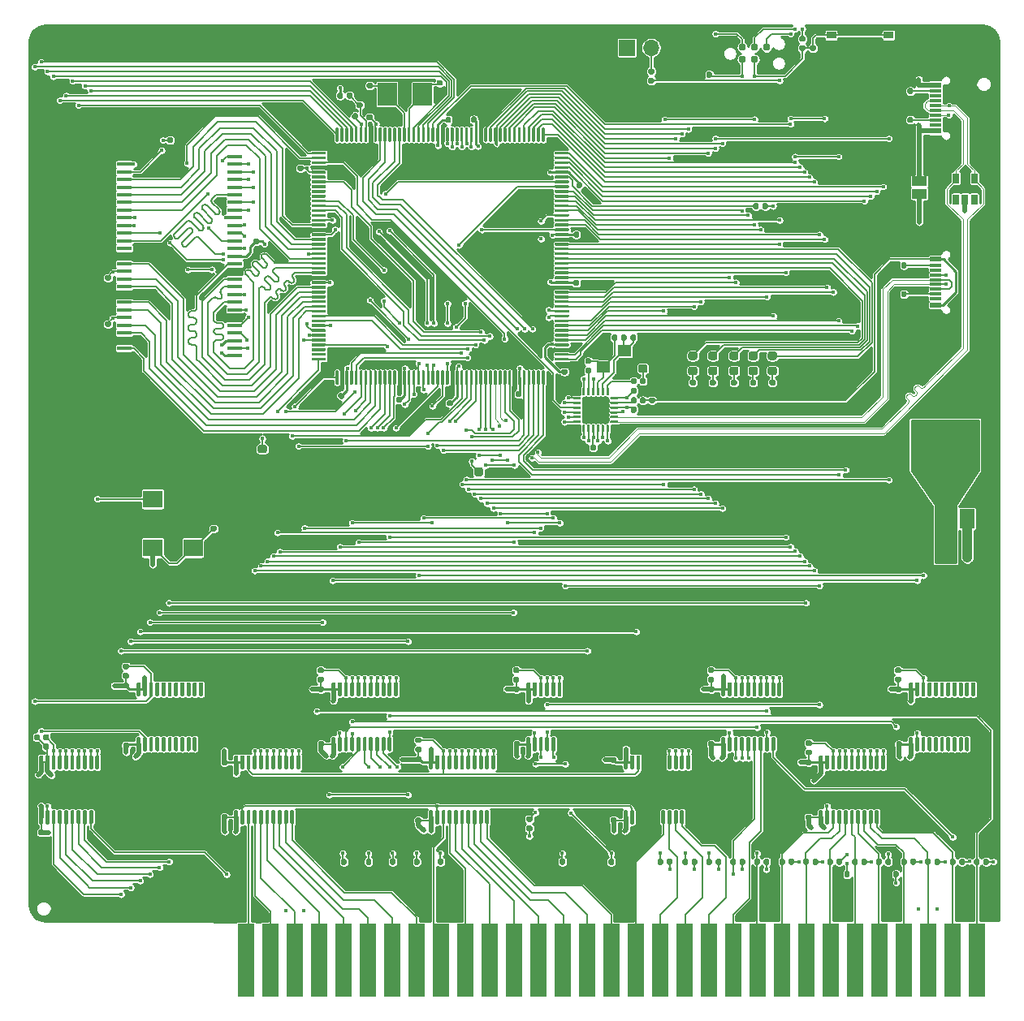
<source format=gtl>
%TF.GenerationSoftware,KiCad,Pcbnew,5.1.6*%
%TF.CreationDate,2020-09-22T14:19:40+02:00*%
%TF.ProjectId,ISASTM,49534153-544d-42e6-9b69-6361645f7063,rev?*%
%TF.SameCoordinates,Original*%
%TF.FileFunction,Copper,L1,Top*%
%TF.FilePolarity,Positive*%
%FSLAX46Y46*%
G04 Gerber Fmt 4.6, Leading zero omitted, Abs format (unit mm)*
G04 Created by KiCad (PCBNEW 5.1.6) date 2020-09-22 14:19:40*
%MOMM*%
%LPD*%
G01*
G04 APERTURE LIST*
%TA.AperFunction,SMDPad,CuDef*%
%ADD10R,2.000000X2.000000*%
%TD*%
%TA.AperFunction,SMDPad,CuDef*%
%ADD11R,1.400000X1.200000*%
%TD*%
%TA.AperFunction,SMDPad,CuDef*%
%ADD12R,2.600000X2.600000*%
%TD*%
%TA.AperFunction,SMDPad,CuDef*%
%ADD13R,0.650000X1.060000*%
%TD*%
%TA.AperFunction,SMDPad,CuDef*%
%ADD14R,1.000000X0.750000*%
%TD*%
%TA.AperFunction,SMDPad,CuDef*%
%ADD15R,1.500000X1.000000*%
%TD*%
%TA.AperFunction,ConnectorPad*%
%ADD16C,0.787400*%
%TD*%
%TA.AperFunction,ComponentPad*%
%ADD17O,2.000000X0.900000*%
%TD*%
%TA.AperFunction,ComponentPad*%
%ADD18O,1.700000X0.900000*%
%TD*%
%TA.AperFunction,SMDPad,CuDef*%
%ADD19R,1.160000X0.300000*%
%TD*%
%TA.AperFunction,SMDPad,CuDef*%
%ADD20R,1.160000X0.600000*%
%TD*%
%TA.AperFunction,SMDPad,CuDef*%
%ADD21R,2.000000X1.800000*%
%TD*%
%TA.AperFunction,SMDPad,CuDef*%
%ADD22R,1.500000X2.000000*%
%TD*%
%TA.AperFunction,SMDPad,CuDef*%
%ADD23R,3.800000X2.000000*%
%TD*%
%TA.AperFunction,ComponentPad*%
%ADD24O,1.700000X1.700000*%
%TD*%
%TA.AperFunction,ComponentPad*%
%ADD25R,1.700000X1.700000*%
%TD*%
%TA.AperFunction,SMDPad,CuDef*%
%ADD26R,2.000000X2.400000*%
%TD*%
%TA.AperFunction,SMDPad,CuDef*%
%ADD27R,1.510000X0.458000*%
%TD*%
%TA.AperFunction,ConnectorPad*%
%ADD28R,1.778000X7.620000*%
%TD*%
%TA.AperFunction,ViaPad*%
%ADD29C,0.450000*%
%TD*%
%TA.AperFunction,Conductor*%
%ADD30C,0.127000*%
%TD*%
%TA.AperFunction,Conductor*%
%ADD31C,0.138000*%
%TD*%
%TA.AperFunction,Conductor*%
%ADD32C,0.250000*%
%TD*%
%TA.AperFunction,Conductor*%
%ADD33C,0.500000*%
%TD*%
%TA.AperFunction,Conductor*%
%ADD34C,1.000000*%
%TD*%
%TA.AperFunction,Conductor*%
%ADD35C,0.090000*%
%TD*%
%TA.AperFunction,Conductor*%
%ADD36C,0.254000*%
%TD*%
G04 APERTURE END LIST*
%TO.P,R49,2*%
%TO.N,/~REFRESH*%
%TA.AperFunction,SMDPad,CuDef*%
G36*
G01*
X67812500Y-97970000D02*
X67467500Y-97970000D01*
G75*
G02*
X67320000Y-97822500I0J147500D01*
G01*
X67320000Y-97527500D01*
G75*
G02*
X67467500Y-97380000I147500J0D01*
G01*
X67812500Y-97380000D01*
G75*
G02*
X67960000Y-97527500I0J-147500D01*
G01*
X67960000Y-97822500D01*
G75*
G02*
X67812500Y-97970000I-147500J0D01*
G01*
G37*
%TD.AperFunction*%
%TO.P,R49,1*%
%TO.N,+5V*%
%TA.AperFunction,SMDPad,CuDef*%
G36*
G01*
X67812500Y-98940000D02*
X67467500Y-98940000D01*
G75*
G02*
X67320000Y-98792500I0J147500D01*
G01*
X67320000Y-98497500D01*
G75*
G02*
X67467500Y-98350000I147500J0D01*
G01*
X67812500Y-98350000D01*
G75*
G02*
X67960000Y-98497500I0J-147500D01*
G01*
X67960000Y-98792500D01*
G75*
G02*
X67812500Y-98940000I-147500J0D01*
G01*
G37*
%TD.AperFunction*%
%TD*%
D10*
%TO.P,TP1,1*%
%TO.N,+3V3*%
X113400000Y-57200000D03*
%TD*%
%TO.P,C59,2*%
%TO.N,GND*%
%TA.AperFunction,SMDPad,CuDef*%
G36*
G01*
X106372500Y-89193000D02*
X106027500Y-89193000D01*
G75*
G02*
X105880000Y-89045500I0J147500D01*
G01*
X105880000Y-88750500D01*
G75*
G02*
X106027500Y-88603000I147500J0D01*
G01*
X106372500Y-88603000D01*
G75*
G02*
X106520000Y-88750500I0J-147500D01*
G01*
X106520000Y-89045500D01*
G75*
G02*
X106372500Y-89193000I-147500J0D01*
G01*
G37*
%TD.AperFunction*%
%TO.P,C59,1*%
%TO.N,+5V*%
%TA.AperFunction,SMDPad,CuDef*%
G36*
G01*
X106372500Y-90163000D02*
X106027500Y-90163000D01*
G75*
G02*
X105880000Y-90015500I0J147500D01*
G01*
X105880000Y-89720500D01*
G75*
G02*
X106027500Y-89573000I147500J0D01*
G01*
X106372500Y-89573000D01*
G75*
G02*
X106520000Y-89720500I0J-147500D01*
G01*
X106520000Y-90015500D01*
G75*
G02*
X106372500Y-90163000I-147500J0D01*
G01*
G37*
%TD.AperFunction*%
%TD*%
%TO.P,C58,2*%
%TO.N,GND*%
%TA.AperFunction,SMDPad,CuDef*%
G36*
G01*
X66125500Y-84798000D02*
X66470500Y-84798000D01*
G75*
G02*
X66618000Y-84945500I0J-147500D01*
G01*
X66618000Y-85240500D01*
G75*
G02*
X66470500Y-85388000I-147500J0D01*
G01*
X66125500Y-85388000D01*
G75*
G02*
X65978000Y-85240500I0J147500D01*
G01*
X65978000Y-84945500D01*
G75*
G02*
X66125500Y-84798000I147500J0D01*
G01*
G37*
%TD.AperFunction*%
%TO.P,C58,1*%
%TO.N,+3V3*%
%TA.AperFunction,SMDPad,CuDef*%
G36*
G01*
X66125500Y-83828000D02*
X66470500Y-83828000D01*
G75*
G02*
X66618000Y-83975500I0J-147500D01*
G01*
X66618000Y-84270500D01*
G75*
G02*
X66470500Y-84418000I-147500J0D01*
G01*
X66125500Y-84418000D01*
G75*
G02*
X65978000Y-84270500I0J147500D01*
G01*
X65978000Y-83975500D01*
G75*
G02*
X66125500Y-83828000I147500J0D01*
G01*
G37*
%TD.AperFunction*%
%TD*%
%TO.P,C57,2*%
%TO.N,GND*%
%TA.AperFunction,SMDPad,CuDef*%
G36*
G01*
X96920500Y-96818000D02*
X96575500Y-96818000D01*
G75*
G02*
X96428000Y-96670500I0J147500D01*
G01*
X96428000Y-96375500D01*
G75*
G02*
X96575500Y-96228000I147500J0D01*
G01*
X96920500Y-96228000D01*
G75*
G02*
X97068000Y-96375500I0J-147500D01*
G01*
X97068000Y-96670500D01*
G75*
G02*
X96920500Y-96818000I-147500J0D01*
G01*
G37*
%TD.AperFunction*%
%TO.P,C57,1*%
%TO.N,+5V*%
%TA.AperFunction,SMDPad,CuDef*%
G36*
G01*
X96920500Y-97788000D02*
X96575500Y-97788000D01*
G75*
G02*
X96428000Y-97640500I0J147500D01*
G01*
X96428000Y-97345500D01*
G75*
G02*
X96575500Y-97198000I147500J0D01*
G01*
X96920500Y-97198000D01*
G75*
G02*
X97068000Y-97345500I0J-147500D01*
G01*
X97068000Y-97640500D01*
G75*
G02*
X96920500Y-97788000I-147500J0D01*
G01*
G37*
%TD.AperFunction*%
%TD*%
%TO.P,C56,2*%
%TO.N,GND*%
%TA.AperFunction,SMDPad,CuDef*%
G36*
G01*
X45750500Y-84798000D02*
X46095500Y-84798000D01*
G75*
G02*
X46243000Y-84945500I0J-147500D01*
G01*
X46243000Y-85240500D01*
G75*
G02*
X46095500Y-85388000I-147500J0D01*
G01*
X45750500Y-85388000D01*
G75*
G02*
X45603000Y-85240500I0J147500D01*
G01*
X45603000Y-84945500D01*
G75*
G02*
X45750500Y-84798000I147500J0D01*
G01*
G37*
%TD.AperFunction*%
%TO.P,C56,1*%
%TO.N,+3V3*%
%TA.AperFunction,SMDPad,CuDef*%
G36*
G01*
X45750500Y-83828000D02*
X46095500Y-83828000D01*
G75*
G02*
X46243000Y-83975500I0J-147500D01*
G01*
X46243000Y-84270500D01*
G75*
G02*
X46095500Y-84418000I-147500J0D01*
G01*
X45750500Y-84418000D01*
G75*
G02*
X45603000Y-84270500I0J147500D01*
G01*
X45603000Y-83975500D01*
G75*
G02*
X45750500Y-83828000I147500J0D01*
G01*
G37*
%TD.AperFunction*%
%TD*%
%TO.P,C55,2*%
%TO.N,GND*%
%TA.AperFunction,SMDPad,CuDef*%
G36*
G01*
X86770500Y-89168000D02*
X86425500Y-89168000D01*
G75*
G02*
X86278000Y-89020500I0J147500D01*
G01*
X86278000Y-88725500D01*
G75*
G02*
X86425500Y-88578000I147500J0D01*
G01*
X86770500Y-88578000D01*
G75*
G02*
X86918000Y-88725500I0J-147500D01*
G01*
X86918000Y-89020500D01*
G75*
G02*
X86770500Y-89168000I-147500J0D01*
G01*
G37*
%TD.AperFunction*%
%TO.P,C55,1*%
%TO.N,+5V*%
%TA.AperFunction,SMDPad,CuDef*%
G36*
G01*
X86770500Y-90138000D02*
X86425500Y-90138000D01*
G75*
G02*
X86278000Y-89990500I0J147500D01*
G01*
X86278000Y-89695500D01*
G75*
G02*
X86425500Y-89548000I147500J0D01*
G01*
X86770500Y-89548000D01*
G75*
G02*
X86918000Y-89695500I0J-147500D01*
G01*
X86918000Y-89990500D01*
G75*
G02*
X86770500Y-90138000I-147500J0D01*
G01*
G37*
%TD.AperFunction*%
%TD*%
%TO.P,C54,2*%
%TO.N,GND*%
%TA.AperFunction,SMDPad,CuDef*%
G36*
G01*
X35675500Y-92423000D02*
X36020500Y-92423000D01*
G75*
G02*
X36168000Y-92570500I0J-147500D01*
G01*
X36168000Y-92865500D01*
G75*
G02*
X36020500Y-93013000I-147500J0D01*
G01*
X35675500Y-93013000D01*
G75*
G02*
X35528000Y-92865500I0J147500D01*
G01*
X35528000Y-92570500D01*
G75*
G02*
X35675500Y-92423000I147500J0D01*
G01*
G37*
%TD.AperFunction*%
%TO.P,C54,1*%
%TO.N,+3V3*%
%TA.AperFunction,SMDPad,CuDef*%
G36*
G01*
X35675500Y-91453000D02*
X36020500Y-91453000D01*
G75*
G02*
X36168000Y-91600500I0J-147500D01*
G01*
X36168000Y-91895500D01*
G75*
G02*
X36020500Y-92043000I-147500J0D01*
G01*
X35675500Y-92043000D01*
G75*
G02*
X35528000Y-91895500I0J147500D01*
G01*
X35528000Y-91600500D01*
G75*
G02*
X35675500Y-91453000I147500J0D01*
G01*
G37*
%TD.AperFunction*%
%TD*%
%TO.P,C53,2*%
%TO.N,GND*%
%TA.AperFunction,SMDPad,CuDef*%
G36*
G01*
X76595500Y-97118000D02*
X76250500Y-97118000D01*
G75*
G02*
X76103000Y-96970500I0J147500D01*
G01*
X76103000Y-96675500D01*
G75*
G02*
X76250500Y-96528000I147500J0D01*
G01*
X76595500Y-96528000D01*
G75*
G02*
X76743000Y-96675500I0J-147500D01*
G01*
X76743000Y-96970500D01*
G75*
G02*
X76595500Y-97118000I-147500J0D01*
G01*
G37*
%TD.AperFunction*%
%TO.P,C53,1*%
%TO.N,+5V*%
%TA.AperFunction,SMDPad,CuDef*%
G36*
G01*
X76595500Y-98088000D02*
X76250500Y-98088000D01*
G75*
G02*
X76103000Y-97940500I0J147500D01*
G01*
X76103000Y-97645500D01*
G75*
G02*
X76250500Y-97498000I147500J0D01*
G01*
X76595500Y-97498000D01*
G75*
G02*
X76743000Y-97645500I0J-147500D01*
G01*
X76743000Y-97940500D01*
G75*
G02*
X76595500Y-98088000I-147500J0D01*
G01*
G37*
%TD.AperFunction*%
%TD*%
%TO.P,C52,2*%
%TO.N,GND*%
%TA.AperFunction,SMDPad,CuDef*%
G36*
G01*
X25425500Y-84448000D02*
X25770500Y-84448000D01*
G75*
G02*
X25918000Y-84595500I0J-147500D01*
G01*
X25918000Y-84890500D01*
G75*
G02*
X25770500Y-85038000I-147500J0D01*
G01*
X25425500Y-85038000D01*
G75*
G02*
X25278000Y-84890500I0J147500D01*
G01*
X25278000Y-84595500D01*
G75*
G02*
X25425500Y-84448000I147500J0D01*
G01*
G37*
%TD.AperFunction*%
%TO.P,C52,1*%
%TO.N,+3V3*%
%TA.AperFunction,SMDPad,CuDef*%
G36*
G01*
X25425500Y-83478000D02*
X25770500Y-83478000D01*
G75*
G02*
X25918000Y-83625500I0J-147500D01*
G01*
X25918000Y-83920500D01*
G75*
G02*
X25770500Y-84068000I-147500J0D01*
G01*
X25425500Y-84068000D01*
G75*
G02*
X25278000Y-83920500I0J147500D01*
G01*
X25278000Y-83625500D01*
G75*
G02*
X25425500Y-83478000I147500J0D01*
G01*
G37*
%TD.AperFunction*%
%TD*%
%TO.P,C51,2*%
%TO.N,GND*%
%TA.AperFunction,SMDPad,CuDef*%
G36*
G01*
X56245500Y-97143000D02*
X55900500Y-97143000D01*
G75*
G02*
X55753000Y-96995500I0J147500D01*
G01*
X55753000Y-96700500D01*
G75*
G02*
X55900500Y-96553000I147500J0D01*
G01*
X56245500Y-96553000D01*
G75*
G02*
X56393000Y-96700500I0J-147500D01*
G01*
X56393000Y-96995500D01*
G75*
G02*
X56245500Y-97143000I-147500J0D01*
G01*
G37*
%TD.AperFunction*%
%TO.P,C51,1*%
%TO.N,+5V*%
%TA.AperFunction,SMDPad,CuDef*%
G36*
G01*
X56245500Y-98113000D02*
X55900500Y-98113000D01*
G75*
G02*
X55753000Y-97965500I0J147500D01*
G01*
X55753000Y-97670500D01*
G75*
G02*
X55900500Y-97523000I147500J0D01*
G01*
X56245500Y-97523000D01*
G75*
G02*
X56393000Y-97670500I0J-147500D01*
G01*
X56393000Y-97965500D01*
G75*
G02*
X56245500Y-98113000I-147500J0D01*
G01*
G37*
%TD.AperFunction*%
%TD*%
%TO.P,C50,2*%
%TO.N,GND*%
%TA.AperFunction,SMDPad,CuDef*%
G36*
G01*
X16583000Y-89960500D02*
X16583000Y-90305500D01*
G75*
G02*
X16435500Y-90453000I-147500J0D01*
G01*
X16140500Y-90453000D01*
G75*
G02*
X15993000Y-90305500I0J147500D01*
G01*
X15993000Y-89960500D01*
G75*
G02*
X16140500Y-89813000I147500J0D01*
G01*
X16435500Y-89813000D01*
G75*
G02*
X16583000Y-89960500I0J-147500D01*
G01*
G37*
%TD.AperFunction*%
%TO.P,C50,1*%
%TO.N,+3V3*%
%TA.AperFunction,SMDPad,CuDef*%
G36*
G01*
X17553000Y-89960500D02*
X17553000Y-90305500D01*
G75*
G02*
X17405500Y-90453000I-147500J0D01*
G01*
X17110500Y-90453000D01*
G75*
G02*
X16963000Y-90305500I0J147500D01*
G01*
X16963000Y-89960500D01*
G75*
G02*
X17110500Y-89813000I147500J0D01*
G01*
X17405500Y-89813000D01*
G75*
G02*
X17553000Y-89960500I0J-147500D01*
G01*
G37*
%TD.AperFunction*%
%TD*%
%TO.P,C49,2*%
%TO.N,GND*%
%TA.AperFunction,SMDPad,CuDef*%
G36*
G01*
X46095500Y-89168000D02*
X45750500Y-89168000D01*
G75*
G02*
X45603000Y-89020500I0J147500D01*
G01*
X45603000Y-88725500D01*
G75*
G02*
X45750500Y-88578000I147500J0D01*
G01*
X46095500Y-88578000D01*
G75*
G02*
X46243000Y-88725500I0J-147500D01*
G01*
X46243000Y-89020500D01*
G75*
G02*
X46095500Y-89168000I-147500J0D01*
G01*
G37*
%TD.AperFunction*%
%TO.P,C49,1*%
%TO.N,+5V*%
%TA.AperFunction,SMDPad,CuDef*%
G36*
G01*
X46095500Y-90138000D02*
X45750500Y-90138000D01*
G75*
G02*
X45603000Y-89990500I0J147500D01*
G01*
X45603000Y-89695500D01*
G75*
G02*
X45750500Y-89548000I147500J0D01*
G01*
X46095500Y-89548000D01*
G75*
G02*
X46243000Y-89695500I0J-147500D01*
G01*
X46243000Y-89990500D01*
G75*
G02*
X46095500Y-90138000I-147500J0D01*
G01*
G37*
%TD.AperFunction*%
%TD*%
%TO.P,C48,2*%
%TO.N,GND*%
%TA.AperFunction,SMDPad,CuDef*%
G36*
G01*
X96575500Y-92423000D02*
X96920500Y-92423000D01*
G75*
G02*
X97068000Y-92570500I0J-147500D01*
G01*
X97068000Y-92865500D01*
G75*
G02*
X96920500Y-93013000I-147500J0D01*
G01*
X96575500Y-93013000D01*
G75*
G02*
X96428000Y-92865500I0J147500D01*
G01*
X96428000Y-92570500D01*
G75*
G02*
X96575500Y-92423000I147500J0D01*
G01*
G37*
%TD.AperFunction*%
%TO.P,C48,1*%
%TO.N,+3V3*%
%TA.AperFunction,SMDPad,CuDef*%
G36*
G01*
X96575500Y-91453000D02*
X96920500Y-91453000D01*
G75*
G02*
X97068000Y-91600500I0J-147500D01*
G01*
X97068000Y-91895500D01*
G75*
G02*
X96920500Y-92043000I-147500J0D01*
G01*
X96575500Y-92043000D01*
G75*
G02*
X96428000Y-91895500I0J147500D01*
G01*
X96428000Y-91600500D01*
G75*
G02*
X96575500Y-91453000I147500J0D01*
G01*
G37*
%TD.AperFunction*%
%TD*%
%TO.P,C47,2*%
%TO.N,GND*%
%TA.AperFunction,SMDPad,CuDef*%
G36*
G01*
X66495500Y-89168000D02*
X66150500Y-89168000D01*
G75*
G02*
X66003000Y-89020500I0J147500D01*
G01*
X66003000Y-88725500D01*
G75*
G02*
X66150500Y-88578000I147500J0D01*
G01*
X66495500Y-88578000D01*
G75*
G02*
X66643000Y-88725500I0J-147500D01*
G01*
X66643000Y-89020500D01*
G75*
G02*
X66495500Y-89168000I-147500J0D01*
G01*
G37*
%TD.AperFunction*%
%TO.P,C47,1*%
%TO.N,+5V*%
%TA.AperFunction,SMDPad,CuDef*%
G36*
G01*
X66495500Y-90138000D02*
X66150500Y-90138000D01*
G75*
G02*
X66003000Y-89990500I0J147500D01*
G01*
X66003000Y-89695500D01*
G75*
G02*
X66150500Y-89548000I147500J0D01*
G01*
X66495500Y-89548000D01*
G75*
G02*
X66643000Y-89695500I0J-147500D01*
G01*
X66643000Y-89990500D01*
G75*
G02*
X66495500Y-90138000I-147500J0D01*
G01*
G37*
%TD.AperFunction*%
%TD*%
%TO.P,C46,2*%
%TO.N,GND*%
%TA.AperFunction,SMDPad,CuDef*%
G36*
G01*
X49082625Y-23746674D02*
X48838673Y-23990625D01*
G75*
G02*
X48630077Y-23990625I-104298J104298D01*
G01*
X48421481Y-23782029D01*
G75*
G02*
X48421481Y-23573433I104298J104298D01*
G01*
X48665433Y-23329481D01*
G75*
G02*
X48874029Y-23329481I104298J-104298D01*
G01*
X49082625Y-23538077D01*
G75*
G02*
X49082625Y-23746673I-104298J-104298D01*
G01*
G37*
%TD.AperFunction*%
%TO.P,C46,1*%
%TO.N,+3V3*%
%TA.AperFunction,SMDPad,CuDef*%
G36*
G01*
X49768519Y-24432568D02*
X49524567Y-24676519D01*
G75*
G02*
X49315971Y-24676519I-104298J104298D01*
G01*
X49107375Y-24467923D01*
G75*
G02*
X49107375Y-24259327I104298J104298D01*
G01*
X49351327Y-24015375D01*
G75*
G02*
X49559923Y-24015375I104298J-104298D01*
G01*
X49768519Y-24223971D01*
G75*
G02*
X49768519Y-24432567I-104298J-104298D01*
G01*
G37*
%TD.AperFunction*%
%TD*%
%TO.P,C45,2*%
%TO.N,GND*%
%TA.AperFunction,SMDPad,CuDef*%
G36*
G01*
X36020500Y-96793000D02*
X35675500Y-96793000D01*
G75*
G02*
X35528000Y-96645500I0J147500D01*
G01*
X35528000Y-96350500D01*
G75*
G02*
X35675500Y-96203000I147500J0D01*
G01*
X36020500Y-96203000D01*
G75*
G02*
X36168000Y-96350500I0J-147500D01*
G01*
X36168000Y-96645500D01*
G75*
G02*
X36020500Y-96793000I-147500J0D01*
G01*
G37*
%TD.AperFunction*%
%TO.P,C45,1*%
%TO.N,+5V*%
%TA.AperFunction,SMDPad,CuDef*%
G36*
G01*
X36020500Y-97763000D02*
X35675500Y-97763000D01*
G75*
G02*
X35528000Y-97615500I0J147500D01*
G01*
X35528000Y-97320500D01*
G75*
G02*
X35675500Y-97173000I147500J0D01*
G01*
X36020500Y-97173000D01*
G75*
G02*
X36168000Y-97320500I0J-147500D01*
G01*
X36168000Y-97615500D01*
G75*
G02*
X36020500Y-97763000I-147500J0D01*
G01*
G37*
%TD.AperFunction*%
%TD*%
%TO.P,C44,2*%
%TO.N,GND*%
%TA.AperFunction,SMDPad,CuDef*%
G36*
G01*
X59860000Y-24900500D02*
X59860000Y-24555500D01*
G75*
G02*
X60007500Y-24408000I147500J0D01*
G01*
X60302500Y-24408000D01*
G75*
G02*
X60450000Y-24555500I0J-147500D01*
G01*
X60450000Y-24900500D01*
G75*
G02*
X60302500Y-25048000I-147500J0D01*
G01*
X60007500Y-25048000D01*
G75*
G02*
X59860000Y-24900500I0J147500D01*
G01*
G37*
%TD.AperFunction*%
%TO.P,C44,1*%
%TO.N,+3V3*%
%TA.AperFunction,SMDPad,CuDef*%
G36*
G01*
X58890000Y-24900500D02*
X58890000Y-24555500D01*
G75*
G02*
X59037500Y-24408000I147500J0D01*
G01*
X59332500Y-24408000D01*
G75*
G02*
X59480000Y-24555500I0J-147500D01*
G01*
X59480000Y-24900500D01*
G75*
G02*
X59332500Y-25048000I-147500J0D01*
G01*
X59037500Y-25048000D01*
G75*
G02*
X58890000Y-24900500I0J147500D01*
G01*
G37*
%TD.AperFunction*%
%TD*%
%TO.P,C43,2*%
%TO.N,GND*%
%TA.AperFunction,SMDPad,CuDef*%
G36*
G01*
X25770500Y-89310000D02*
X25425500Y-89310000D01*
G75*
G02*
X25278000Y-89162500I0J147500D01*
G01*
X25278000Y-88867500D01*
G75*
G02*
X25425500Y-88720000I147500J0D01*
G01*
X25770500Y-88720000D01*
G75*
G02*
X25918000Y-88867500I0J-147500D01*
G01*
X25918000Y-89162500D01*
G75*
G02*
X25770500Y-89310000I-147500J0D01*
G01*
G37*
%TD.AperFunction*%
%TO.P,C43,1*%
%TO.N,+5V*%
%TA.AperFunction,SMDPad,CuDef*%
G36*
G01*
X25770500Y-90280000D02*
X25425500Y-90280000D01*
G75*
G02*
X25278000Y-90132500I0J147500D01*
G01*
X25278000Y-89837500D01*
G75*
G02*
X25425500Y-89690000I147500J0D01*
G01*
X25770500Y-89690000D01*
G75*
G02*
X25918000Y-89837500I0J-147500D01*
G01*
X25918000Y-90132500D01*
G75*
G02*
X25770500Y-90280000I-147500J0D01*
G01*
G37*
%TD.AperFunction*%
%TD*%
%TO.P,C42,2*%
%TO.N,GND*%
%TA.AperFunction,SMDPad,CuDef*%
G36*
G01*
X62510000Y-24872500D02*
X62510000Y-24527500D01*
G75*
G02*
X62657500Y-24380000I147500J0D01*
G01*
X62952500Y-24380000D01*
G75*
G02*
X63100000Y-24527500I0J-147500D01*
G01*
X63100000Y-24872500D01*
G75*
G02*
X62952500Y-25020000I-147500J0D01*
G01*
X62657500Y-25020000D01*
G75*
G02*
X62510000Y-24872500I0J147500D01*
G01*
G37*
%TD.AperFunction*%
%TO.P,C42,1*%
%TO.N,+3V3*%
%TA.AperFunction,SMDPad,CuDef*%
G36*
G01*
X61540000Y-24872500D02*
X61540000Y-24527500D01*
G75*
G02*
X61687500Y-24380000I147500J0D01*
G01*
X61982500Y-24380000D01*
G75*
G02*
X62130000Y-24527500I0J-147500D01*
G01*
X62130000Y-24872500D01*
G75*
G02*
X61982500Y-25020000I-147500J0D01*
G01*
X61687500Y-25020000D01*
G75*
G02*
X61540000Y-24872500I0J147500D01*
G01*
G37*
%TD.AperFunction*%
%TD*%
%TO.P,C41,2*%
%TO.N,GND*%
%TA.AperFunction,SMDPad,CuDef*%
G36*
G01*
X16575500Y-99748000D02*
X16920500Y-99748000D01*
G75*
G02*
X17068000Y-99895500I0J-147500D01*
G01*
X17068000Y-100190500D01*
G75*
G02*
X16920500Y-100338000I-147500J0D01*
G01*
X16575500Y-100338000D01*
G75*
G02*
X16428000Y-100190500I0J147500D01*
G01*
X16428000Y-99895500D01*
G75*
G02*
X16575500Y-99748000I147500J0D01*
G01*
G37*
%TD.AperFunction*%
%TO.P,C41,1*%
%TO.N,+5V*%
%TA.AperFunction,SMDPad,CuDef*%
G36*
G01*
X16575500Y-98778000D02*
X16920500Y-98778000D01*
G75*
G02*
X17068000Y-98925500I0J-147500D01*
G01*
X17068000Y-99220500D01*
G75*
G02*
X16920500Y-99368000I-147500J0D01*
G01*
X16575500Y-99368000D01*
G75*
G02*
X16428000Y-99220500I0J147500D01*
G01*
X16428000Y-98925500D01*
G75*
G02*
X16575500Y-98778000I147500J0D01*
G01*
G37*
%TD.AperFunction*%
%TD*%
%TO.P,C40,2*%
%TO.N,GND*%
%TA.AperFunction,SMDPad,CuDef*%
G36*
G01*
X73210000Y-36872500D02*
X73210000Y-36527500D01*
G75*
G02*
X73357500Y-36380000I147500J0D01*
G01*
X73652500Y-36380000D01*
G75*
G02*
X73800000Y-36527500I0J-147500D01*
G01*
X73800000Y-36872500D01*
G75*
G02*
X73652500Y-37020000I-147500J0D01*
G01*
X73357500Y-37020000D01*
G75*
G02*
X73210000Y-36872500I0J147500D01*
G01*
G37*
%TD.AperFunction*%
%TO.P,C40,1*%
%TO.N,+3V3*%
%TA.AperFunction,SMDPad,CuDef*%
G36*
G01*
X72240000Y-36872500D02*
X72240000Y-36527500D01*
G75*
G02*
X72387500Y-36380000I147500J0D01*
G01*
X72682500Y-36380000D01*
G75*
G02*
X72830000Y-36527500I0J-147500D01*
G01*
X72830000Y-36872500D01*
G75*
G02*
X72682500Y-37020000I-147500J0D01*
G01*
X72387500Y-37020000D01*
G75*
G02*
X72240000Y-36872500I0J147500D01*
G01*
G37*
%TD.AperFunction*%
%TD*%
D11*
%TO.P,Y1,4*%
%TO.N,GND*%
X77550000Y-50520000D03*
%TO.P,Y1,3*%
%TO.N,Net-(C8-Pad1)*%
X75350000Y-50520000D03*
%TO.P,Y1,2*%
%TO.N,GND*%
X75350000Y-48820000D03*
%TO.P,Y1,1*%
%TO.N,Net-(C3-Pad1)*%
X77550000Y-48820000D03*
%TD*%
%TO.P,U15,1*%
%TO.N,/OTG_HS_ULPI_DIR*%
%TA.AperFunction,SMDPad,CuDef*%
G36*
G01*
X72200000Y-53807500D02*
X72200000Y-53682500D01*
G75*
G02*
X72262500Y-53620000I62500J0D01*
G01*
X72962500Y-53620000D01*
G75*
G02*
X73025000Y-53682500I0J-62500D01*
G01*
X73025000Y-53807500D01*
G75*
G02*
X72962500Y-53870000I-62500J0D01*
G01*
X72262500Y-53870000D01*
G75*
G02*
X72200000Y-53807500I0J62500D01*
G01*
G37*
%TD.AperFunction*%
%TO.P,U15,2*%
%TO.N,/OTG_HS_ULPI_CK*%
%TA.AperFunction,SMDPad,CuDef*%
G36*
G01*
X72200000Y-54307500D02*
X72200000Y-54182500D01*
G75*
G02*
X72262500Y-54120000I62500J0D01*
G01*
X72962500Y-54120000D01*
G75*
G02*
X73025000Y-54182500I0J-62500D01*
G01*
X73025000Y-54307500D01*
G75*
G02*
X72962500Y-54370000I-62500J0D01*
G01*
X72262500Y-54370000D01*
G75*
G02*
X72200000Y-54307500I0J62500D01*
G01*
G37*
%TD.AperFunction*%
%TO.P,U15,3*%
%TO.N,/OTG_HS_ULPI_NXT*%
%TA.AperFunction,SMDPad,CuDef*%
G36*
G01*
X72200000Y-54807500D02*
X72200000Y-54682500D01*
G75*
G02*
X72262500Y-54620000I62500J0D01*
G01*
X72962500Y-54620000D01*
G75*
G02*
X73025000Y-54682500I0J-62500D01*
G01*
X73025000Y-54807500D01*
G75*
G02*
X72962500Y-54870000I-62500J0D01*
G01*
X72262500Y-54870000D01*
G75*
G02*
X72200000Y-54807500I0J62500D01*
G01*
G37*
%TD.AperFunction*%
%TO.P,U15,4*%
%TO.N,/OTG_HS_ULPI_D0*%
%TA.AperFunction,SMDPad,CuDef*%
G36*
G01*
X72200000Y-55307500D02*
X72200000Y-55182500D01*
G75*
G02*
X72262500Y-55120000I62500J0D01*
G01*
X72962500Y-55120000D01*
G75*
G02*
X73025000Y-55182500I0J-62500D01*
G01*
X73025000Y-55307500D01*
G75*
G02*
X72962500Y-55370000I-62500J0D01*
G01*
X72262500Y-55370000D01*
G75*
G02*
X72200000Y-55307500I0J62500D01*
G01*
G37*
%TD.AperFunction*%
%TO.P,U15,5*%
%TO.N,/OTG_HS_ULPI_D1*%
%TA.AperFunction,SMDPad,CuDef*%
G36*
G01*
X72200000Y-55807500D02*
X72200000Y-55682500D01*
G75*
G02*
X72262500Y-55620000I62500J0D01*
G01*
X72962500Y-55620000D01*
G75*
G02*
X73025000Y-55682500I0J-62500D01*
G01*
X73025000Y-55807500D01*
G75*
G02*
X72962500Y-55870000I-62500J0D01*
G01*
X72262500Y-55870000D01*
G75*
G02*
X72200000Y-55807500I0J62500D01*
G01*
G37*
%TD.AperFunction*%
%TO.P,U15,6*%
%TO.N,/OTG_HS_ULPI_D2*%
%TA.AperFunction,SMDPad,CuDef*%
G36*
G01*
X72200000Y-56307500D02*
X72200000Y-56182500D01*
G75*
G02*
X72262500Y-56120000I62500J0D01*
G01*
X72962500Y-56120000D01*
G75*
G02*
X73025000Y-56182500I0J-62500D01*
G01*
X73025000Y-56307500D01*
G75*
G02*
X72962500Y-56370000I-62500J0D01*
G01*
X72262500Y-56370000D01*
G75*
G02*
X72200000Y-56307500I0J62500D01*
G01*
G37*
%TD.AperFunction*%
%TO.P,U15,7*%
%TO.N,/OTG_HS_ULPI_D3*%
%TA.AperFunction,SMDPad,CuDef*%
G36*
G01*
X73175000Y-57282500D02*
X73175000Y-56582500D01*
G75*
G02*
X73237500Y-56520000I62500J0D01*
G01*
X73362500Y-56520000D01*
G75*
G02*
X73425000Y-56582500I0J-62500D01*
G01*
X73425000Y-57282500D01*
G75*
G02*
X73362500Y-57345000I-62500J0D01*
G01*
X73237500Y-57345000D01*
G75*
G02*
X73175000Y-57282500I0J62500D01*
G01*
G37*
%TD.AperFunction*%
%TO.P,U15,8*%
%TO.N,/OTG_HS_ULPI_D4*%
%TA.AperFunction,SMDPad,CuDef*%
G36*
G01*
X73675000Y-57282500D02*
X73675000Y-56582500D01*
G75*
G02*
X73737500Y-56520000I62500J0D01*
G01*
X73862500Y-56520000D01*
G75*
G02*
X73925000Y-56582500I0J-62500D01*
G01*
X73925000Y-57282500D01*
G75*
G02*
X73862500Y-57345000I-62500J0D01*
G01*
X73737500Y-57345000D01*
G75*
G02*
X73675000Y-57282500I0J62500D01*
G01*
G37*
%TD.AperFunction*%
%TO.P,U15,9*%
%TO.N,+3V3*%
%TA.AperFunction,SMDPad,CuDef*%
G36*
G01*
X74175000Y-57282500D02*
X74175000Y-56582500D01*
G75*
G02*
X74237500Y-56520000I62500J0D01*
G01*
X74362500Y-56520000D01*
G75*
G02*
X74425000Y-56582500I0J-62500D01*
G01*
X74425000Y-57282500D01*
G75*
G02*
X74362500Y-57345000I-62500J0D01*
G01*
X74237500Y-57345000D01*
G75*
G02*
X74175000Y-57282500I0J62500D01*
G01*
G37*
%TD.AperFunction*%
%TO.P,U15,10*%
%TO.N,/OTG_HS_ULPI_D5*%
%TA.AperFunction,SMDPad,CuDef*%
G36*
G01*
X74675000Y-57282500D02*
X74675000Y-56582500D01*
G75*
G02*
X74737500Y-56520000I62500J0D01*
G01*
X74862500Y-56520000D01*
G75*
G02*
X74925000Y-56582500I0J-62500D01*
G01*
X74925000Y-57282500D01*
G75*
G02*
X74862500Y-57345000I-62500J0D01*
G01*
X74737500Y-57345000D01*
G75*
G02*
X74675000Y-57282500I0J62500D01*
G01*
G37*
%TD.AperFunction*%
%TO.P,U15,11*%
%TO.N,/OTG_HS_ULPI_D6*%
%TA.AperFunction,SMDPad,CuDef*%
G36*
G01*
X75175000Y-57282500D02*
X75175000Y-56582500D01*
G75*
G02*
X75237500Y-56520000I62500J0D01*
G01*
X75362500Y-56520000D01*
G75*
G02*
X75425000Y-56582500I0J-62500D01*
G01*
X75425000Y-57282500D01*
G75*
G02*
X75362500Y-57345000I-62500J0D01*
G01*
X75237500Y-57345000D01*
G75*
G02*
X75175000Y-57282500I0J62500D01*
G01*
G37*
%TD.AperFunction*%
%TO.P,U15,12*%
%TO.N,/OTG_HS_ULPI_D7*%
%TA.AperFunction,SMDPad,CuDef*%
G36*
G01*
X75675000Y-57282500D02*
X75675000Y-56582500D01*
G75*
G02*
X75737500Y-56520000I62500J0D01*
G01*
X75862500Y-56520000D01*
G75*
G02*
X75925000Y-56582500I0J-62500D01*
G01*
X75925000Y-57282500D01*
G75*
G02*
X75862500Y-57345000I-62500J0D01*
G01*
X75737500Y-57345000D01*
G75*
G02*
X75675000Y-57282500I0J62500D01*
G01*
G37*
%TD.AperFunction*%
%TO.P,U15,13*%
%TO.N,/USB_HS+*%
%TA.AperFunction,SMDPad,CuDef*%
G36*
G01*
X76075000Y-56307500D02*
X76075000Y-56182500D01*
G75*
G02*
X76137500Y-56120000I62500J0D01*
G01*
X76837500Y-56120000D01*
G75*
G02*
X76900000Y-56182500I0J-62500D01*
G01*
X76900000Y-56307500D01*
G75*
G02*
X76837500Y-56370000I-62500J0D01*
G01*
X76137500Y-56370000D01*
G75*
G02*
X76075000Y-56307500I0J62500D01*
G01*
G37*
%TD.AperFunction*%
%TO.P,U15,14*%
%TO.N,/USB_HS-*%
%TA.AperFunction,SMDPad,CuDef*%
G36*
G01*
X76075000Y-55807500D02*
X76075000Y-55682500D01*
G75*
G02*
X76137500Y-55620000I62500J0D01*
G01*
X76837500Y-55620000D01*
G75*
G02*
X76900000Y-55682500I0J-62500D01*
G01*
X76900000Y-55807500D01*
G75*
G02*
X76837500Y-55870000I-62500J0D01*
G01*
X76137500Y-55870000D01*
G75*
G02*
X76075000Y-55807500I0J62500D01*
G01*
G37*
%TD.AperFunction*%
%TO.P,U15,15*%
%TO.N,Net-(C10-Pad2)*%
%TA.AperFunction,SMDPad,CuDef*%
G36*
G01*
X76075000Y-55307500D02*
X76075000Y-55182500D01*
G75*
G02*
X76137500Y-55120000I62500J0D01*
G01*
X76837500Y-55120000D01*
G75*
G02*
X76900000Y-55182500I0J-62500D01*
G01*
X76900000Y-55307500D01*
G75*
G02*
X76837500Y-55370000I-62500J0D01*
G01*
X76137500Y-55370000D01*
G75*
G02*
X76075000Y-55307500I0J62500D01*
G01*
G37*
%TD.AperFunction*%
%TO.P,U15,16*%
%TO.N,+5V*%
%TA.AperFunction,SMDPad,CuDef*%
G36*
G01*
X76075000Y-54807500D02*
X76075000Y-54682500D01*
G75*
G02*
X76137500Y-54620000I62500J0D01*
G01*
X76837500Y-54620000D01*
G75*
G02*
X76900000Y-54682500I0J-62500D01*
G01*
X76900000Y-54807500D01*
G75*
G02*
X76837500Y-54870000I-62500J0D01*
G01*
X76137500Y-54870000D01*
G75*
G02*
X76075000Y-54807500I0J62500D01*
G01*
G37*
%TD.AperFunction*%
%TO.P,U15,17*%
%TO.N,Net-(R18-Pad1)*%
%TA.AperFunction,SMDPad,CuDef*%
G36*
G01*
X76075000Y-54307500D02*
X76075000Y-54182500D01*
G75*
G02*
X76137500Y-54120000I62500J0D01*
G01*
X76837500Y-54120000D01*
G75*
G02*
X76900000Y-54182500I0J-62500D01*
G01*
X76900000Y-54307500D01*
G75*
G02*
X76837500Y-54370000I-62500J0D01*
G01*
X76137500Y-54370000D01*
G75*
G02*
X76075000Y-54307500I0J62500D01*
G01*
G37*
%TD.AperFunction*%
%TO.P,U15,18*%
%TO.N,Net-(C10-Pad2)*%
%TA.AperFunction,SMDPad,CuDef*%
G36*
G01*
X76075000Y-53807500D02*
X76075000Y-53682500D01*
G75*
G02*
X76137500Y-53620000I62500J0D01*
G01*
X76837500Y-53620000D01*
G75*
G02*
X76900000Y-53682500I0J-62500D01*
G01*
X76900000Y-53807500D01*
G75*
G02*
X76837500Y-53870000I-62500J0D01*
G01*
X76137500Y-53870000D01*
G75*
G02*
X76075000Y-53807500I0J62500D01*
G01*
G37*
%TD.AperFunction*%
%TO.P,U15,19*%
%TO.N,Net-(R19-Pad1)*%
%TA.AperFunction,SMDPad,CuDef*%
G36*
G01*
X75675000Y-53407500D02*
X75675000Y-52707500D01*
G75*
G02*
X75737500Y-52645000I62500J0D01*
G01*
X75862500Y-52645000D01*
G75*
G02*
X75925000Y-52707500I0J-62500D01*
G01*
X75925000Y-53407500D01*
G75*
G02*
X75862500Y-53470000I-62500J0D01*
G01*
X75737500Y-53470000D01*
G75*
G02*
X75675000Y-53407500I0J62500D01*
G01*
G37*
%TD.AperFunction*%
%TO.P,U15,20*%
%TO.N,Net-(C3-Pad1)*%
%TA.AperFunction,SMDPad,CuDef*%
G36*
G01*
X75175000Y-53407500D02*
X75175000Y-52707500D01*
G75*
G02*
X75237500Y-52645000I62500J0D01*
G01*
X75362500Y-52645000D01*
G75*
G02*
X75425000Y-52707500I0J-62500D01*
G01*
X75425000Y-53407500D01*
G75*
G02*
X75362500Y-53470000I-62500J0D01*
G01*
X75237500Y-53470000D01*
G75*
G02*
X75175000Y-53407500I0J62500D01*
G01*
G37*
%TD.AperFunction*%
%TO.P,U15,21*%
%TO.N,Net-(C8-Pad1)*%
%TA.AperFunction,SMDPad,CuDef*%
G36*
G01*
X74675000Y-53407500D02*
X74675000Y-52707500D01*
G75*
G02*
X74737500Y-52645000I62500J0D01*
G01*
X74862500Y-52645000D01*
G75*
G02*
X74925000Y-52707500I0J-62500D01*
G01*
X74925000Y-53407500D01*
G75*
G02*
X74862500Y-53470000I-62500J0D01*
G01*
X74737500Y-53470000D01*
G75*
G02*
X74675000Y-53407500I0J62500D01*
G01*
G37*
%TD.AperFunction*%
%TO.P,U15,22*%
%TO.N,/~RESET*%
%TA.AperFunction,SMDPad,CuDef*%
G36*
G01*
X74175000Y-53407500D02*
X74175000Y-52707500D01*
G75*
G02*
X74237500Y-52645000I62500J0D01*
G01*
X74362500Y-52645000D01*
G75*
G02*
X74425000Y-52707500I0J-62500D01*
G01*
X74425000Y-53407500D01*
G75*
G02*
X74362500Y-53470000I-62500J0D01*
G01*
X74237500Y-53470000D01*
G75*
G02*
X74175000Y-53407500I0J62500D01*
G01*
G37*
%TD.AperFunction*%
%TO.P,U15,23*%
%TO.N,Net-(C11-Pad2)*%
%TA.AperFunction,SMDPad,CuDef*%
G36*
G01*
X73675000Y-53407500D02*
X73675000Y-52707500D01*
G75*
G02*
X73737500Y-52645000I62500J0D01*
G01*
X73862500Y-52645000D01*
G75*
G02*
X73925000Y-52707500I0J-62500D01*
G01*
X73925000Y-53407500D01*
G75*
G02*
X73862500Y-53470000I-62500J0D01*
G01*
X73737500Y-53470000D01*
G75*
G02*
X73675000Y-53407500I0J62500D01*
G01*
G37*
%TD.AperFunction*%
%TO.P,U15,24*%
%TO.N,/OTG_HS_ULPI_STP*%
%TA.AperFunction,SMDPad,CuDef*%
G36*
G01*
X73175000Y-53407500D02*
X73175000Y-52707500D01*
G75*
G02*
X73237500Y-52645000I62500J0D01*
G01*
X73362500Y-52645000D01*
G75*
G02*
X73425000Y-52707500I0J-62500D01*
G01*
X73425000Y-53407500D01*
G75*
G02*
X73362500Y-53470000I-62500J0D01*
G01*
X73237500Y-53470000D01*
G75*
G02*
X73175000Y-53407500I0J62500D01*
G01*
G37*
%TD.AperFunction*%
D12*
%TO.P,U15,25*%
%TO.N,GND*%
X74550000Y-54995000D03*
%TD*%
D13*
%TO.P,U14,5*%
%TO.N,Net-(J4-PadA4)*%
X113073000Y-33033000D03*
%TO.P,U14,6*%
%TO.N,Net-(U14-Pad6)*%
X114023000Y-33033000D03*
%TO.P,U14,4*%
%TO.N,Net-(U14-Pad4)*%
X112123000Y-33033000D03*
%TO.P,U14,3*%
%TO.N,/USB_FS_D+*%
X112123000Y-30833000D03*
%TO.P,U14,2*%
%TO.N,GND*%
X113073000Y-30833000D03*
%TO.P,U14,1*%
%TO.N,/USB_FS_D-*%
X114023000Y-30833000D03*
%TD*%
D14*
%TO.P,SW1,1*%
%TO.N,GND*%
X99108000Y-19655000D03*
%TO.P,SW1,2*%
%TO.N,/~RESET*%
X99108000Y-15905000D03*
X105108000Y-15905000D03*
%TO.P,SW1,1*%
%TO.N,GND*%
X105108000Y-19655000D03*
%TD*%
%TO.P,R48,2*%
%TO.N,/~SPARE2_OE*%
%TA.AperFunction,SMDPad,CuDef*%
G36*
G01*
X25745500Y-82043000D02*
X25400500Y-82043000D01*
G75*
G02*
X25253000Y-81895500I0J147500D01*
G01*
X25253000Y-81600500D01*
G75*
G02*
X25400500Y-81453000I147500J0D01*
G01*
X25745500Y-81453000D01*
G75*
G02*
X25893000Y-81600500I0J-147500D01*
G01*
X25893000Y-81895500D01*
G75*
G02*
X25745500Y-82043000I-147500J0D01*
G01*
G37*
%TD.AperFunction*%
%TO.P,R48,1*%
%TO.N,+3V3*%
%TA.AperFunction,SMDPad,CuDef*%
G36*
G01*
X25745500Y-83013000D02*
X25400500Y-83013000D01*
G75*
G02*
X25253000Y-82865500I0J147500D01*
G01*
X25253000Y-82570500D01*
G75*
G02*
X25400500Y-82423000I147500J0D01*
G01*
X25745500Y-82423000D01*
G75*
G02*
X25893000Y-82570500I0J-147500D01*
G01*
X25893000Y-82865500D01*
G75*
G02*
X25745500Y-83013000I-147500J0D01*
G01*
G37*
%TD.AperFunction*%
%TD*%
%TO.P,R47,2*%
%TO.N,/~SPARE1_OE*%
%TA.AperFunction,SMDPad,CuDef*%
G36*
G01*
X106245500Y-82443000D02*
X105900500Y-82443000D01*
G75*
G02*
X105753000Y-82295500I0J147500D01*
G01*
X105753000Y-82000500D01*
G75*
G02*
X105900500Y-81853000I147500J0D01*
G01*
X106245500Y-81853000D01*
G75*
G02*
X106393000Y-82000500I0J-147500D01*
G01*
X106393000Y-82295500D01*
G75*
G02*
X106245500Y-82443000I-147500J0D01*
G01*
G37*
%TD.AperFunction*%
%TO.P,R47,1*%
%TO.N,+3V3*%
%TA.AperFunction,SMDPad,CuDef*%
G36*
G01*
X106245500Y-83413000D02*
X105900500Y-83413000D01*
G75*
G02*
X105753000Y-83265500I0J147500D01*
G01*
X105753000Y-82970500D01*
G75*
G02*
X105900500Y-82823000I147500J0D01*
G01*
X106245500Y-82823000D01*
G75*
G02*
X106393000Y-82970500I0J-147500D01*
G01*
X106393000Y-83265500D01*
G75*
G02*
X106245500Y-83413000I-147500J0D01*
G01*
G37*
%TD.AperFunction*%
%TD*%
%TO.P,R46,2*%
%TO.N,/~IRQ_OE*%
%TA.AperFunction,SMDPad,CuDef*%
G36*
G01*
X46045500Y-82443000D02*
X45700500Y-82443000D01*
G75*
G02*
X45553000Y-82295500I0J147500D01*
G01*
X45553000Y-82000500D01*
G75*
G02*
X45700500Y-81853000I147500J0D01*
G01*
X46045500Y-81853000D01*
G75*
G02*
X46193000Y-82000500I0J-147500D01*
G01*
X46193000Y-82295500D01*
G75*
G02*
X46045500Y-82443000I-147500J0D01*
G01*
G37*
%TD.AperFunction*%
%TO.P,R46,1*%
%TO.N,+3V3*%
%TA.AperFunction,SMDPad,CuDef*%
G36*
G01*
X46045500Y-83413000D02*
X45700500Y-83413000D01*
G75*
G02*
X45553000Y-83265500I0J147500D01*
G01*
X45553000Y-82970500D01*
G75*
G02*
X45700500Y-82823000I147500J0D01*
G01*
X46045500Y-82823000D01*
G75*
G02*
X46193000Y-82970500I0J-147500D01*
G01*
X46193000Y-83265500D01*
G75*
G02*
X46045500Y-83413000I-147500J0D01*
G01*
G37*
%TD.AperFunction*%
%TD*%
%TO.P,R45,2*%
%TO.N,/~CONTROL3_OE*%
%TA.AperFunction,SMDPad,CuDef*%
G36*
G01*
X16963000Y-89305500D02*
X16963000Y-88960500D01*
G75*
G02*
X17110500Y-88813000I147500J0D01*
G01*
X17405500Y-88813000D01*
G75*
G02*
X17553000Y-88960500I0J-147500D01*
G01*
X17553000Y-89305500D01*
G75*
G02*
X17405500Y-89453000I-147500J0D01*
G01*
X17110500Y-89453000D01*
G75*
G02*
X16963000Y-89305500I0J147500D01*
G01*
G37*
%TD.AperFunction*%
%TO.P,R45,1*%
%TO.N,+3V3*%
%TA.AperFunction,SMDPad,CuDef*%
G36*
G01*
X15993000Y-89305500D02*
X15993000Y-88960500D01*
G75*
G02*
X16140500Y-88813000I147500J0D01*
G01*
X16435500Y-88813000D01*
G75*
G02*
X16583000Y-88960500I0J-147500D01*
G01*
X16583000Y-89305500D01*
G75*
G02*
X16435500Y-89453000I-147500J0D01*
G01*
X16140500Y-89453000D01*
G75*
G02*
X15993000Y-89305500I0J147500D01*
G01*
G37*
%TD.AperFunction*%
%TD*%
%TO.P,R44,2*%
%TO.N,/~CONTROL2_OE*%
%TA.AperFunction,SMDPad,CuDef*%
G36*
G01*
X66445500Y-82443000D02*
X66100500Y-82443000D01*
G75*
G02*
X65953000Y-82295500I0J147500D01*
G01*
X65953000Y-82000500D01*
G75*
G02*
X66100500Y-81853000I147500J0D01*
G01*
X66445500Y-81853000D01*
G75*
G02*
X66593000Y-82000500I0J-147500D01*
G01*
X66593000Y-82295500D01*
G75*
G02*
X66445500Y-82443000I-147500J0D01*
G01*
G37*
%TD.AperFunction*%
%TO.P,R44,1*%
%TO.N,+3V3*%
%TA.AperFunction,SMDPad,CuDef*%
G36*
G01*
X66445500Y-83413000D02*
X66100500Y-83413000D01*
G75*
G02*
X65953000Y-83265500I0J147500D01*
G01*
X65953000Y-82970500D01*
G75*
G02*
X66100500Y-82823000I147500J0D01*
G01*
X66445500Y-82823000D01*
G75*
G02*
X66593000Y-82970500I0J-147500D01*
G01*
X66593000Y-83265500D01*
G75*
G02*
X66445500Y-83413000I-147500J0D01*
G01*
G37*
%TD.AperFunction*%
%TD*%
%TO.P,R43,2*%
%TO.N,/~CONTROL1_OE*%
%TA.AperFunction,SMDPad,CuDef*%
G36*
G01*
X86745500Y-82443000D02*
X86400500Y-82443000D01*
G75*
G02*
X86253000Y-82295500I0J147500D01*
G01*
X86253000Y-82000500D01*
G75*
G02*
X86400500Y-81853000I147500J0D01*
G01*
X86745500Y-81853000D01*
G75*
G02*
X86893000Y-82000500I0J-147500D01*
G01*
X86893000Y-82295500D01*
G75*
G02*
X86745500Y-82443000I-147500J0D01*
G01*
G37*
%TD.AperFunction*%
%TO.P,R43,1*%
%TO.N,+3V3*%
%TA.AperFunction,SMDPad,CuDef*%
G36*
G01*
X86745500Y-83413000D02*
X86400500Y-83413000D01*
G75*
G02*
X86253000Y-83265500I0J147500D01*
G01*
X86253000Y-82970500D01*
G75*
G02*
X86400500Y-82823000I147500J0D01*
G01*
X86745500Y-82823000D01*
G75*
G02*
X86893000Y-82970500I0J-147500D01*
G01*
X86893000Y-83265500D01*
G75*
G02*
X86745500Y-83413000I-147500J0D01*
G01*
G37*
%TD.AperFunction*%
%TD*%
%TO.P,R42,2*%
%TO.N,/~ADDRESS_OE*%
%TA.AperFunction,SMDPad,CuDef*%
G36*
G01*
X56245500Y-89743000D02*
X55900500Y-89743000D01*
G75*
G02*
X55753000Y-89595500I0J147500D01*
G01*
X55753000Y-89300500D01*
G75*
G02*
X55900500Y-89153000I147500J0D01*
G01*
X56245500Y-89153000D01*
G75*
G02*
X56393000Y-89300500I0J-147500D01*
G01*
X56393000Y-89595500D01*
G75*
G02*
X56245500Y-89743000I-147500J0D01*
G01*
G37*
%TD.AperFunction*%
%TO.P,R42,1*%
%TO.N,+3V3*%
%TA.AperFunction,SMDPad,CuDef*%
G36*
G01*
X56245500Y-90713000D02*
X55900500Y-90713000D01*
G75*
G02*
X55753000Y-90565500I0J147500D01*
G01*
X55753000Y-90270500D01*
G75*
G02*
X55900500Y-90123000I147500J0D01*
G01*
X56245500Y-90123000D01*
G75*
G02*
X56393000Y-90270500I0J-147500D01*
G01*
X56393000Y-90565500D01*
G75*
G02*
X56245500Y-90713000I-147500J0D01*
G01*
G37*
%TD.AperFunction*%
%TD*%
%TO.P,R41,2*%
%TO.N,/~DATA_OE*%
%TA.AperFunction,SMDPad,CuDef*%
G36*
G01*
X96945500Y-90043000D02*
X96600500Y-90043000D01*
G75*
G02*
X96453000Y-89895500I0J147500D01*
G01*
X96453000Y-89600500D01*
G75*
G02*
X96600500Y-89453000I147500J0D01*
G01*
X96945500Y-89453000D01*
G75*
G02*
X97093000Y-89600500I0J-147500D01*
G01*
X97093000Y-89895500D01*
G75*
G02*
X96945500Y-90043000I-147500J0D01*
G01*
G37*
%TD.AperFunction*%
%TO.P,R41,1*%
%TO.N,+3V3*%
%TA.AperFunction,SMDPad,CuDef*%
G36*
G01*
X96945500Y-91013000D02*
X96600500Y-91013000D01*
G75*
G02*
X96453000Y-90865500I0J147500D01*
G01*
X96453000Y-90570500D01*
G75*
G02*
X96600500Y-90423000I147500J0D01*
G01*
X96945500Y-90423000D01*
G75*
G02*
X97093000Y-90570500I0J-147500D01*
G01*
X97093000Y-90865500D01*
G75*
G02*
X96945500Y-91013000I-147500J0D01*
G01*
G37*
%TD.AperFunction*%
%TD*%
%TO.P,R40,2*%
%TO.N,/~SMEMW*%
%TA.AperFunction,SMDPad,CuDef*%
G36*
G01*
X89183000Y-101960500D02*
X89183000Y-102305500D01*
G75*
G02*
X89035500Y-102453000I-147500J0D01*
G01*
X88740500Y-102453000D01*
G75*
G02*
X88593000Y-102305500I0J147500D01*
G01*
X88593000Y-101960500D01*
G75*
G02*
X88740500Y-101813000I147500J0D01*
G01*
X89035500Y-101813000D01*
G75*
G02*
X89183000Y-101960500I0J-147500D01*
G01*
G37*
%TD.AperFunction*%
%TO.P,R40,1*%
%TO.N,+5V*%
%TA.AperFunction,SMDPad,CuDef*%
G36*
G01*
X90153000Y-101960500D02*
X90153000Y-102305500D01*
G75*
G02*
X90005500Y-102453000I-147500J0D01*
G01*
X89710500Y-102453000D01*
G75*
G02*
X89563000Y-102305500I0J147500D01*
G01*
X89563000Y-101960500D01*
G75*
G02*
X89710500Y-101813000I147500J0D01*
G01*
X90005500Y-101813000D01*
G75*
G02*
X90153000Y-101960500I0J-147500D01*
G01*
G37*
%TD.AperFunction*%
%TD*%
%TO.P,R39,2*%
%TO.N,/~SMEMR*%
%TA.AperFunction,SMDPad,CuDef*%
G36*
G01*
X86683000Y-101960500D02*
X86683000Y-102305500D01*
G75*
G02*
X86535500Y-102453000I-147500J0D01*
G01*
X86240500Y-102453000D01*
G75*
G02*
X86093000Y-102305500I0J147500D01*
G01*
X86093000Y-101960500D01*
G75*
G02*
X86240500Y-101813000I147500J0D01*
G01*
X86535500Y-101813000D01*
G75*
G02*
X86683000Y-101960500I0J-147500D01*
G01*
G37*
%TD.AperFunction*%
%TO.P,R39,1*%
%TO.N,+5V*%
%TA.AperFunction,SMDPad,CuDef*%
G36*
G01*
X87653000Y-101960500D02*
X87653000Y-102305500D01*
G75*
G02*
X87505500Y-102453000I-147500J0D01*
G01*
X87210500Y-102453000D01*
G75*
G02*
X87063000Y-102305500I0J147500D01*
G01*
X87063000Y-101960500D01*
G75*
G02*
X87210500Y-101813000I147500J0D01*
G01*
X87505500Y-101813000D01*
G75*
G02*
X87653000Y-101960500I0J-147500D01*
G01*
G37*
%TD.AperFunction*%
%TD*%
%TO.P,R38,2*%
%TO.N,/~IOW*%
%TA.AperFunction,SMDPad,CuDef*%
G36*
G01*
X84183000Y-101960500D02*
X84183000Y-102305500D01*
G75*
G02*
X84035500Y-102453000I-147500J0D01*
G01*
X83740500Y-102453000D01*
G75*
G02*
X83593000Y-102305500I0J147500D01*
G01*
X83593000Y-101960500D01*
G75*
G02*
X83740500Y-101813000I147500J0D01*
G01*
X84035500Y-101813000D01*
G75*
G02*
X84183000Y-101960500I0J-147500D01*
G01*
G37*
%TD.AperFunction*%
%TO.P,R38,1*%
%TO.N,+5V*%
%TA.AperFunction,SMDPad,CuDef*%
G36*
G01*
X85153000Y-101960500D02*
X85153000Y-102305500D01*
G75*
G02*
X85005500Y-102453000I-147500J0D01*
G01*
X84710500Y-102453000D01*
G75*
G02*
X84563000Y-102305500I0J147500D01*
G01*
X84563000Y-101960500D01*
G75*
G02*
X84710500Y-101813000I147500J0D01*
G01*
X85005500Y-101813000D01*
G75*
G02*
X85153000Y-101960500I0J-147500D01*
G01*
G37*
%TD.AperFunction*%
%TD*%
%TO.P,R37,2*%
%TO.N,/~IOR*%
%TA.AperFunction,SMDPad,CuDef*%
G36*
G01*
X81583000Y-101960500D02*
X81583000Y-102305500D01*
G75*
G02*
X81435500Y-102453000I-147500J0D01*
G01*
X81140500Y-102453000D01*
G75*
G02*
X80993000Y-102305500I0J147500D01*
G01*
X80993000Y-101960500D01*
G75*
G02*
X81140500Y-101813000I147500J0D01*
G01*
X81435500Y-101813000D01*
G75*
G02*
X81583000Y-101960500I0J-147500D01*
G01*
G37*
%TD.AperFunction*%
%TO.P,R37,1*%
%TO.N,+5V*%
%TA.AperFunction,SMDPad,CuDef*%
G36*
G01*
X82553000Y-101960500D02*
X82553000Y-102305500D01*
G75*
G02*
X82405500Y-102453000I-147500J0D01*
G01*
X82110500Y-102453000D01*
G75*
G02*
X81963000Y-102305500I0J147500D01*
G01*
X81963000Y-101960500D01*
G75*
G02*
X82110500Y-101813000I147500J0D01*
G01*
X82405500Y-101813000D01*
G75*
G02*
X82553000Y-101960500I0J-147500D01*
G01*
G37*
%TD.AperFunction*%
%TD*%
%TO.P,R36,2*%
%TO.N,/~IO_CH_CK*%
%TA.AperFunction,SMDPad,CuDef*%
G36*
G01*
X114583000Y-101960500D02*
X114583000Y-102305500D01*
G75*
G02*
X114435500Y-102453000I-147500J0D01*
G01*
X114140500Y-102453000D01*
G75*
G02*
X113993000Y-102305500I0J147500D01*
G01*
X113993000Y-101960500D01*
G75*
G02*
X114140500Y-101813000I147500J0D01*
G01*
X114435500Y-101813000D01*
G75*
G02*
X114583000Y-101960500I0J-147500D01*
G01*
G37*
%TD.AperFunction*%
%TO.P,R36,1*%
%TO.N,+5V*%
%TA.AperFunction,SMDPad,CuDef*%
G36*
G01*
X115553000Y-101960500D02*
X115553000Y-102305500D01*
G75*
G02*
X115405500Y-102453000I-147500J0D01*
G01*
X115110500Y-102453000D01*
G75*
G02*
X114963000Y-102305500I0J147500D01*
G01*
X114963000Y-101960500D01*
G75*
G02*
X115110500Y-101813000I147500J0D01*
G01*
X115405500Y-101813000D01*
G75*
G02*
X115553000Y-101960500I0J-147500D01*
G01*
G37*
%TD.AperFunction*%
%TD*%
%TO.P,R35,2*%
%TO.N,/IO_CH_RDY*%
%TA.AperFunction,SMDPad,CuDef*%
G36*
G01*
X91683000Y-101960500D02*
X91683000Y-102305500D01*
G75*
G02*
X91535500Y-102453000I-147500J0D01*
G01*
X91240500Y-102453000D01*
G75*
G02*
X91093000Y-102305500I0J147500D01*
G01*
X91093000Y-101960500D01*
G75*
G02*
X91240500Y-101813000I147500J0D01*
G01*
X91535500Y-101813000D01*
G75*
G02*
X91683000Y-101960500I0J-147500D01*
G01*
G37*
%TD.AperFunction*%
%TO.P,R35,1*%
%TO.N,+5V*%
%TA.AperFunction,SMDPad,CuDef*%
G36*
G01*
X92653000Y-101960500D02*
X92653000Y-102305500D01*
G75*
G02*
X92505500Y-102453000I-147500J0D01*
G01*
X92210500Y-102453000D01*
G75*
G02*
X92063000Y-102305500I0J147500D01*
G01*
X92063000Y-101960500D01*
G75*
G02*
X92210500Y-101813000I147500J0D01*
G01*
X92505500Y-101813000D01*
G75*
G02*
X92653000Y-101960500I0J-147500D01*
G01*
G37*
%TD.AperFunction*%
%TD*%
%TO.P,R34,2*%
%TO.N,/IRQ7*%
%TA.AperFunction,SMDPad,CuDef*%
G36*
G01*
X58683000Y-101960500D02*
X58683000Y-102305500D01*
G75*
G02*
X58535500Y-102453000I-147500J0D01*
G01*
X58240500Y-102453000D01*
G75*
G02*
X58093000Y-102305500I0J147500D01*
G01*
X58093000Y-101960500D01*
G75*
G02*
X58240500Y-101813000I147500J0D01*
G01*
X58535500Y-101813000D01*
G75*
G02*
X58683000Y-101960500I0J-147500D01*
G01*
G37*
%TD.AperFunction*%
%TO.P,R34,1*%
%TO.N,GND*%
%TA.AperFunction,SMDPad,CuDef*%
G36*
G01*
X59653000Y-101960500D02*
X59653000Y-102305500D01*
G75*
G02*
X59505500Y-102453000I-147500J0D01*
G01*
X59210500Y-102453000D01*
G75*
G02*
X59063000Y-102305500I0J147500D01*
G01*
X59063000Y-101960500D01*
G75*
G02*
X59210500Y-101813000I147500J0D01*
G01*
X59505500Y-101813000D01*
G75*
G02*
X59653000Y-101960500I0J-147500D01*
G01*
G37*
%TD.AperFunction*%
%TD*%
%TO.P,R33,2*%
%TO.N,/IRQ6*%
%TA.AperFunction,SMDPad,CuDef*%
G36*
G01*
X56183000Y-101960500D02*
X56183000Y-102305500D01*
G75*
G02*
X56035500Y-102453000I-147500J0D01*
G01*
X55740500Y-102453000D01*
G75*
G02*
X55593000Y-102305500I0J147500D01*
G01*
X55593000Y-101960500D01*
G75*
G02*
X55740500Y-101813000I147500J0D01*
G01*
X56035500Y-101813000D01*
G75*
G02*
X56183000Y-101960500I0J-147500D01*
G01*
G37*
%TD.AperFunction*%
%TO.P,R33,1*%
%TO.N,GND*%
%TA.AperFunction,SMDPad,CuDef*%
G36*
G01*
X57153000Y-101960500D02*
X57153000Y-102305500D01*
G75*
G02*
X57005500Y-102453000I-147500J0D01*
G01*
X56710500Y-102453000D01*
G75*
G02*
X56563000Y-102305500I0J147500D01*
G01*
X56563000Y-101960500D01*
G75*
G02*
X56710500Y-101813000I147500J0D01*
G01*
X57005500Y-101813000D01*
G75*
G02*
X57153000Y-101960500I0J-147500D01*
G01*
G37*
%TD.AperFunction*%
%TD*%
%TO.P,R32,2*%
%TO.N,/IRQ5*%
%TA.AperFunction,SMDPad,CuDef*%
G36*
G01*
X53683000Y-101960500D02*
X53683000Y-102305500D01*
G75*
G02*
X53535500Y-102453000I-147500J0D01*
G01*
X53240500Y-102453000D01*
G75*
G02*
X53093000Y-102305500I0J147500D01*
G01*
X53093000Y-101960500D01*
G75*
G02*
X53240500Y-101813000I147500J0D01*
G01*
X53535500Y-101813000D01*
G75*
G02*
X53683000Y-101960500I0J-147500D01*
G01*
G37*
%TD.AperFunction*%
%TO.P,R32,1*%
%TO.N,GND*%
%TA.AperFunction,SMDPad,CuDef*%
G36*
G01*
X54653000Y-101960500D02*
X54653000Y-102305500D01*
G75*
G02*
X54505500Y-102453000I-147500J0D01*
G01*
X54210500Y-102453000D01*
G75*
G02*
X54063000Y-102305500I0J147500D01*
G01*
X54063000Y-101960500D01*
G75*
G02*
X54210500Y-101813000I147500J0D01*
G01*
X54505500Y-101813000D01*
G75*
G02*
X54653000Y-101960500I0J-147500D01*
G01*
G37*
%TD.AperFunction*%
%TD*%
%TO.P,R31,2*%
%TO.N,/IRQ4*%
%TA.AperFunction,SMDPad,CuDef*%
G36*
G01*
X51183000Y-101960500D02*
X51183000Y-102305500D01*
G75*
G02*
X51035500Y-102453000I-147500J0D01*
G01*
X50740500Y-102453000D01*
G75*
G02*
X50593000Y-102305500I0J147500D01*
G01*
X50593000Y-101960500D01*
G75*
G02*
X50740500Y-101813000I147500J0D01*
G01*
X51035500Y-101813000D01*
G75*
G02*
X51183000Y-101960500I0J-147500D01*
G01*
G37*
%TD.AperFunction*%
%TO.P,R31,1*%
%TO.N,GND*%
%TA.AperFunction,SMDPad,CuDef*%
G36*
G01*
X52153000Y-101960500D02*
X52153000Y-102305500D01*
G75*
G02*
X52005500Y-102453000I-147500J0D01*
G01*
X51710500Y-102453000D01*
G75*
G02*
X51563000Y-102305500I0J147500D01*
G01*
X51563000Y-101960500D01*
G75*
G02*
X51710500Y-101813000I147500J0D01*
G01*
X52005500Y-101813000D01*
G75*
G02*
X52153000Y-101960500I0J-147500D01*
G01*
G37*
%TD.AperFunction*%
%TD*%
%TO.P,R30,2*%
%TO.N,/IRQ3*%
%TA.AperFunction,SMDPad,CuDef*%
G36*
G01*
X48583000Y-101960500D02*
X48583000Y-102305500D01*
G75*
G02*
X48435500Y-102453000I-147500J0D01*
G01*
X48140500Y-102453000D01*
G75*
G02*
X47993000Y-102305500I0J147500D01*
G01*
X47993000Y-101960500D01*
G75*
G02*
X48140500Y-101813000I147500J0D01*
G01*
X48435500Y-101813000D01*
G75*
G02*
X48583000Y-101960500I0J-147500D01*
G01*
G37*
%TD.AperFunction*%
%TO.P,R30,1*%
%TO.N,GND*%
%TA.AperFunction,SMDPad,CuDef*%
G36*
G01*
X49553000Y-101960500D02*
X49553000Y-102305500D01*
G75*
G02*
X49405500Y-102453000I-147500J0D01*
G01*
X49110500Y-102453000D01*
G75*
G02*
X48963000Y-102305500I0J147500D01*
G01*
X48963000Y-101960500D01*
G75*
G02*
X49110500Y-101813000I147500J0D01*
G01*
X49405500Y-101813000D01*
G75*
G02*
X49553000Y-101960500I0J-147500D01*
G01*
G37*
%TD.AperFunction*%
%TD*%
%TO.P,R29,2*%
%TO.N,/IRQ2*%
%TA.AperFunction,SMDPad,CuDef*%
G36*
G01*
X105563000Y-103605500D02*
X105563000Y-103260500D01*
G75*
G02*
X105710500Y-103113000I147500J0D01*
G01*
X106005500Y-103113000D01*
G75*
G02*
X106153000Y-103260500I0J-147500D01*
G01*
X106153000Y-103605500D01*
G75*
G02*
X106005500Y-103753000I-147500J0D01*
G01*
X105710500Y-103753000D01*
G75*
G02*
X105563000Y-103605500I0J147500D01*
G01*
G37*
%TD.AperFunction*%
%TO.P,R29,1*%
%TO.N,GND*%
%TA.AperFunction,SMDPad,CuDef*%
G36*
G01*
X104593000Y-103605500D02*
X104593000Y-103260500D01*
G75*
G02*
X104740500Y-103113000I147500J0D01*
G01*
X105035500Y-103113000D01*
G75*
G02*
X105183000Y-103260500I0J-147500D01*
G01*
X105183000Y-103605500D01*
G75*
G02*
X105035500Y-103753000I-147500J0D01*
G01*
X104740500Y-103753000D01*
G75*
G02*
X104593000Y-103605500I0J147500D01*
G01*
G37*
%TD.AperFunction*%
%TD*%
%TO.P,R28,2*%
%TO.N,/DRQ3*%
%TA.AperFunction,SMDPad,CuDef*%
G36*
G01*
X76483000Y-101960500D02*
X76483000Y-102305500D01*
G75*
G02*
X76335500Y-102453000I-147500J0D01*
G01*
X76040500Y-102453000D01*
G75*
G02*
X75893000Y-102305500I0J147500D01*
G01*
X75893000Y-101960500D01*
G75*
G02*
X76040500Y-101813000I147500J0D01*
G01*
X76335500Y-101813000D01*
G75*
G02*
X76483000Y-101960500I0J-147500D01*
G01*
G37*
%TD.AperFunction*%
%TO.P,R28,1*%
%TO.N,GND*%
%TA.AperFunction,SMDPad,CuDef*%
G36*
G01*
X77453000Y-101960500D02*
X77453000Y-102305500D01*
G75*
G02*
X77305500Y-102453000I-147500J0D01*
G01*
X77010500Y-102453000D01*
G75*
G02*
X76863000Y-102305500I0J147500D01*
G01*
X76863000Y-101960500D01*
G75*
G02*
X77010500Y-101813000I147500J0D01*
G01*
X77305500Y-101813000D01*
G75*
G02*
X77453000Y-101960500I0J-147500D01*
G01*
G37*
%TD.AperFunction*%
%TD*%
%TO.P,R27,2*%
%TO.N,/DRQ2*%
%TA.AperFunction,SMDPad,CuDef*%
G36*
G01*
X100463000Y-103605500D02*
X100463000Y-103260500D01*
G75*
G02*
X100610500Y-103113000I147500J0D01*
G01*
X100905500Y-103113000D01*
G75*
G02*
X101053000Y-103260500I0J-147500D01*
G01*
X101053000Y-103605500D01*
G75*
G02*
X100905500Y-103753000I-147500J0D01*
G01*
X100610500Y-103753000D01*
G75*
G02*
X100463000Y-103605500I0J147500D01*
G01*
G37*
%TD.AperFunction*%
%TO.P,R27,1*%
%TO.N,GND*%
%TA.AperFunction,SMDPad,CuDef*%
G36*
G01*
X99493000Y-103605500D02*
X99493000Y-103260500D01*
G75*
G02*
X99640500Y-103113000I147500J0D01*
G01*
X99935500Y-103113000D01*
G75*
G02*
X100083000Y-103260500I0J-147500D01*
G01*
X100083000Y-103605500D01*
G75*
G02*
X99935500Y-103753000I-147500J0D01*
G01*
X99640500Y-103753000D01*
G75*
G02*
X99493000Y-103605500I0J147500D01*
G01*
G37*
%TD.AperFunction*%
%TD*%
%TO.P,R26,2*%
%TO.N,/DRQ1*%
%TA.AperFunction,SMDPad,CuDef*%
G36*
G01*
X71383000Y-101960500D02*
X71383000Y-102305500D01*
G75*
G02*
X71235500Y-102453000I-147500J0D01*
G01*
X70940500Y-102453000D01*
G75*
G02*
X70793000Y-102305500I0J147500D01*
G01*
X70793000Y-101960500D01*
G75*
G02*
X70940500Y-101813000I147500J0D01*
G01*
X71235500Y-101813000D01*
G75*
G02*
X71383000Y-101960500I0J-147500D01*
G01*
G37*
%TD.AperFunction*%
%TO.P,R26,1*%
%TO.N,GND*%
%TA.AperFunction,SMDPad,CuDef*%
G36*
G01*
X72353000Y-101960500D02*
X72353000Y-102305500D01*
G75*
G02*
X72205500Y-102453000I-147500J0D01*
G01*
X71910500Y-102453000D01*
G75*
G02*
X71763000Y-102305500I0J147500D01*
G01*
X71763000Y-101960500D01*
G75*
G02*
X71910500Y-101813000I147500J0D01*
G01*
X72205500Y-101813000D01*
G75*
G02*
X72353000Y-101960500I0J-147500D01*
G01*
G37*
%TD.AperFunction*%
%TD*%
%TO.P,R25,2*%
%TO.N,Net-(D5-Pad1)*%
%TA.AperFunction,SMDPad,CuDef*%
G36*
G01*
X93145500Y-52443000D02*
X92800500Y-52443000D01*
G75*
G02*
X92653000Y-52295500I0J147500D01*
G01*
X92653000Y-52000500D01*
G75*
G02*
X92800500Y-51853000I147500J0D01*
G01*
X93145500Y-51853000D01*
G75*
G02*
X93293000Y-52000500I0J-147500D01*
G01*
X93293000Y-52295500D01*
G75*
G02*
X93145500Y-52443000I-147500J0D01*
G01*
G37*
%TD.AperFunction*%
%TO.P,R25,1*%
%TO.N,GND*%
%TA.AperFunction,SMDPad,CuDef*%
G36*
G01*
X93145500Y-53413000D02*
X92800500Y-53413000D01*
G75*
G02*
X92653000Y-53265500I0J147500D01*
G01*
X92653000Y-52970500D01*
G75*
G02*
X92800500Y-52823000I147500J0D01*
G01*
X93145500Y-52823000D01*
G75*
G02*
X93293000Y-52970500I0J-147500D01*
G01*
X93293000Y-53265500D01*
G75*
G02*
X93145500Y-53413000I-147500J0D01*
G01*
G37*
%TD.AperFunction*%
%TD*%
%TO.P,R24,2*%
%TO.N,Net-(D4-Pad1)*%
%TA.AperFunction,SMDPad,CuDef*%
G36*
G01*
X91145500Y-52443000D02*
X90800500Y-52443000D01*
G75*
G02*
X90653000Y-52295500I0J147500D01*
G01*
X90653000Y-52000500D01*
G75*
G02*
X90800500Y-51853000I147500J0D01*
G01*
X91145500Y-51853000D01*
G75*
G02*
X91293000Y-52000500I0J-147500D01*
G01*
X91293000Y-52295500D01*
G75*
G02*
X91145500Y-52443000I-147500J0D01*
G01*
G37*
%TD.AperFunction*%
%TO.P,R24,1*%
%TO.N,GND*%
%TA.AperFunction,SMDPad,CuDef*%
G36*
G01*
X91145500Y-53413000D02*
X90800500Y-53413000D01*
G75*
G02*
X90653000Y-53265500I0J147500D01*
G01*
X90653000Y-52970500D01*
G75*
G02*
X90800500Y-52823000I147500J0D01*
G01*
X91145500Y-52823000D01*
G75*
G02*
X91293000Y-52970500I0J-147500D01*
G01*
X91293000Y-53265500D01*
G75*
G02*
X91145500Y-53413000I-147500J0D01*
G01*
G37*
%TD.AperFunction*%
%TD*%
%TO.P,R23,2*%
%TO.N,Net-(D3-Pad1)*%
%TA.AperFunction,SMDPad,CuDef*%
G36*
G01*
X89145500Y-52443000D02*
X88800500Y-52443000D01*
G75*
G02*
X88653000Y-52295500I0J147500D01*
G01*
X88653000Y-52000500D01*
G75*
G02*
X88800500Y-51853000I147500J0D01*
G01*
X89145500Y-51853000D01*
G75*
G02*
X89293000Y-52000500I0J-147500D01*
G01*
X89293000Y-52295500D01*
G75*
G02*
X89145500Y-52443000I-147500J0D01*
G01*
G37*
%TD.AperFunction*%
%TO.P,R23,1*%
%TO.N,GND*%
%TA.AperFunction,SMDPad,CuDef*%
G36*
G01*
X89145500Y-53413000D02*
X88800500Y-53413000D01*
G75*
G02*
X88653000Y-53265500I0J147500D01*
G01*
X88653000Y-52970500D01*
G75*
G02*
X88800500Y-52823000I147500J0D01*
G01*
X89145500Y-52823000D01*
G75*
G02*
X89293000Y-52970500I0J-147500D01*
G01*
X89293000Y-53265500D01*
G75*
G02*
X89145500Y-53413000I-147500J0D01*
G01*
G37*
%TD.AperFunction*%
%TD*%
%TO.P,R22,2*%
%TO.N,Net-(D2-Pad1)*%
%TA.AperFunction,SMDPad,CuDef*%
G36*
G01*
X86945500Y-52443000D02*
X86600500Y-52443000D01*
G75*
G02*
X86453000Y-52295500I0J147500D01*
G01*
X86453000Y-52000500D01*
G75*
G02*
X86600500Y-51853000I147500J0D01*
G01*
X86945500Y-51853000D01*
G75*
G02*
X87093000Y-52000500I0J-147500D01*
G01*
X87093000Y-52295500D01*
G75*
G02*
X86945500Y-52443000I-147500J0D01*
G01*
G37*
%TD.AperFunction*%
%TO.P,R22,1*%
%TO.N,GND*%
%TA.AperFunction,SMDPad,CuDef*%
G36*
G01*
X86945500Y-53413000D02*
X86600500Y-53413000D01*
G75*
G02*
X86453000Y-53265500I0J147500D01*
G01*
X86453000Y-52970500D01*
G75*
G02*
X86600500Y-52823000I147500J0D01*
G01*
X86945500Y-52823000D01*
G75*
G02*
X87093000Y-52970500I0J-147500D01*
G01*
X87093000Y-53265500D01*
G75*
G02*
X86945500Y-53413000I-147500J0D01*
G01*
G37*
%TD.AperFunction*%
%TD*%
%TO.P,R21,2*%
%TO.N,Net-(D1-Pad1)*%
%TA.AperFunction,SMDPad,CuDef*%
G36*
G01*
X84845500Y-52443000D02*
X84500500Y-52443000D01*
G75*
G02*
X84353000Y-52295500I0J147500D01*
G01*
X84353000Y-52000500D01*
G75*
G02*
X84500500Y-51853000I147500J0D01*
G01*
X84845500Y-51853000D01*
G75*
G02*
X84993000Y-52000500I0J-147500D01*
G01*
X84993000Y-52295500D01*
G75*
G02*
X84845500Y-52443000I-147500J0D01*
G01*
G37*
%TD.AperFunction*%
%TO.P,R21,1*%
%TO.N,GND*%
%TA.AperFunction,SMDPad,CuDef*%
G36*
G01*
X84845500Y-53413000D02*
X84500500Y-53413000D01*
G75*
G02*
X84353000Y-53265500I0J147500D01*
G01*
X84353000Y-52970500D01*
G75*
G02*
X84500500Y-52823000I147500J0D01*
G01*
X84845500Y-52823000D01*
G75*
G02*
X84993000Y-52970500I0J-147500D01*
G01*
X84993000Y-53265500D01*
G75*
G02*
X84845500Y-53413000I-147500J0D01*
G01*
G37*
%TD.AperFunction*%
%TD*%
%TO.P,R20,2*%
%TO.N,GND*%
%TA.AperFunction,SMDPad,CuDef*%
G36*
G01*
X79731250Y-49545000D02*
X79218750Y-49545000D01*
G75*
G02*
X79000000Y-49326250I0J218750D01*
G01*
X79000000Y-48888750D01*
G75*
G02*
X79218750Y-48670000I218750J0D01*
G01*
X79731250Y-48670000D01*
G75*
G02*
X79950000Y-48888750I0J-218750D01*
G01*
X79950000Y-49326250D01*
G75*
G02*
X79731250Y-49545000I-218750J0D01*
G01*
G37*
%TD.AperFunction*%
%TO.P,R20,1*%
%TO.N,Net-(R19-Pad2)*%
%TA.AperFunction,SMDPad,CuDef*%
G36*
G01*
X79731250Y-51120000D02*
X79218750Y-51120000D01*
G75*
G02*
X79000000Y-50901250I0J218750D01*
G01*
X79000000Y-50463750D01*
G75*
G02*
X79218750Y-50245000I218750J0D01*
G01*
X79731250Y-50245000D01*
G75*
G02*
X79950000Y-50463750I0J-218750D01*
G01*
X79950000Y-50901250D01*
G75*
G02*
X79731250Y-51120000I-218750J0D01*
G01*
G37*
%TD.AperFunction*%
%TD*%
%TO.P,R19,2*%
%TO.N,Net-(R19-Pad2)*%
%TA.AperFunction,SMDPad,CuDef*%
G36*
G01*
X79190000Y-52167500D02*
X79190000Y-51822500D01*
G75*
G02*
X79337500Y-51675000I147500J0D01*
G01*
X79632500Y-51675000D01*
G75*
G02*
X79780000Y-51822500I0J-147500D01*
G01*
X79780000Y-52167500D01*
G75*
G02*
X79632500Y-52315000I-147500J0D01*
G01*
X79337500Y-52315000D01*
G75*
G02*
X79190000Y-52167500I0J147500D01*
G01*
G37*
%TD.AperFunction*%
%TO.P,R19,1*%
%TO.N,Net-(R19-Pad1)*%
%TA.AperFunction,SMDPad,CuDef*%
G36*
G01*
X78220000Y-52167500D02*
X78220000Y-51822500D01*
G75*
G02*
X78367500Y-51675000I147500J0D01*
G01*
X78662500Y-51675000D01*
G75*
G02*
X78810000Y-51822500I0J-147500D01*
G01*
X78810000Y-52167500D01*
G75*
G02*
X78662500Y-52315000I-147500J0D01*
G01*
X78367500Y-52315000D01*
G75*
G02*
X78220000Y-52167500I0J147500D01*
G01*
G37*
%TD.AperFunction*%
%TD*%
%TO.P,R18,2*%
%TO.N,Net-(C4-Pad1)*%
%TA.AperFunction,SMDPad,CuDef*%
G36*
G01*
X79190000Y-54167500D02*
X79190000Y-53822500D01*
G75*
G02*
X79337500Y-53675000I147500J0D01*
G01*
X79632500Y-53675000D01*
G75*
G02*
X79780000Y-53822500I0J-147500D01*
G01*
X79780000Y-54167500D01*
G75*
G02*
X79632500Y-54315000I-147500J0D01*
G01*
X79337500Y-54315000D01*
G75*
G02*
X79190000Y-54167500I0J147500D01*
G01*
G37*
%TD.AperFunction*%
%TO.P,R18,1*%
%TO.N,Net-(R18-Pad1)*%
%TA.AperFunction,SMDPad,CuDef*%
G36*
G01*
X78220000Y-54167500D02*
X78220000Y-53822500D01*
G75*
G02*
X78367500Y-53675000I147500J0D01*
G01*
X78662500Y-53675000D01*
G75*
G02*
X78810000Y-53822500I0J-147500D01*
G01*
X78810000Y-54167500D01*
G75*
G02*
X78662500Y-54315000I-147500J0D01*
G01*
X78367500Y-54315000D01*
G75*
G02*
X78220000Y-54167500I0J147500D01*
G01*
G37*
%TD.AperFunction*%
%TD*%
%TO.P,R17,2*%
%TO.N,Net-(C3-Pad1)*%
%TA.AperFunction,SMDPad,CuDef*%
G36*
G01*
X77190000Y-47617500D02*
X77190000Y-47272500D01*
G75*
G02*
X77337500Y-47125000I147500J0D01*
G01*
X77632500Y-47125000D01*
G75*
G02*
X77780000Y-47272500I0J-147500D01*
G01*
X77780000Y-47617500D01*
G75*
G02*
X77632500Y-47765000I-147500J0D01*
G01*
X77337500Y-47765000D01*
G75*
G02*
X77190000Y-47617500I0J147500D01*
G01*
G37*
%TD.AperFunction*%
%TO.P,R17,1*%
%TO.N,Net-(C8-Pad1)*%
%TA.AperFunction,SMDPad,CuDef*%
G36*
G01*
X76220000Y-47617500D02*
X76220000Y-47272500D01*
G75*
G02*
X76367500Y-47125000I147500J0D01*
G01*
X76662500Y-47125000D01*
G75*
G02*
X76810000Y-47272500I0J-147500D01*
G01*
X76810000Y-47617500D01*
G75*
G02*
X76662500Y-47765000I-147500J0D01*
G01*
X76367500Y-47765000D01*
G75*
G02*
X76220000Y-47617500I0J147500D01*
G01*
G37*
%TD.AperFunction*%
%TD*%
%TO.P,R16,2*%
%TO.N,GND*%
%TA.AperFunction,SMDPad,CuDef*%
G36*
G01*
X106683000Y-21560500D02*
X106683000Y-21905500D01*
G75*
G02*
X106535500Y-22053000I-147500J0D01*
G01*
X106240500Y-22053000D01*
G75*
G02*
X106093000Y-21905500I0J147500D01*
G01*
X106093000Y-21560500D01*
G75*
G02*
X106240500Y-21413000I147500J0D01*
G01*
X106535500Y-21413000D01*
G75*
G02*
X106683000Y-21560500I0J-147500D01*
G01*
G37*
%TD.AperFunction*%
%TO.P,R16,1*%
%TO.N,Net-(J4-PadB5)*%
%TA.AperFunction,SMDPad,CuDef*%
G36*
G01*
X107653000Y-21560500D02*
X107653000Y-21905500D01*
G75*
G02*
X107505500Y-22053000I-147500J0D01*
G01*
X107210500Y-22053000D01*
G75*
G02*
X107063000Y-21905500I0J147500D01*
G01*
X107063000Y-21560500D01*
G75*
G02*
X107210500Y-21413000I147500J0D01*
G01*
X107505500Y-21413000D01*
G75*
G02*
X107653000Y-21560500I0J-147500D01*
G01*
G37*
%TD.AperFunction*%
%TD*%
%TO.P,R15,2*%
%TO.N,Net-(J4-PadA5)*%
%TA.AperFunction,SMDPad,CuDef*%
G36*
G01*
X107063000Y-24905500D02*
X107063000Y-24560500D01*
G75*
G02*
X107210500Y-24413000I147500J0D01*
G01*
X107505500Y-24413000D01*
G75*
G02*
X107653000Y-24560500I0J-147500D01*
G01*
X107653000Y-24905500D01*
G75*
G02*
X107505500Y-25053000I-147500J0D01*
G01*
X107210500Y-25053000D01*
G75*
G02*
X107063000Y-24905500I0J147500D01*
G01*
G37*
%TD.AperFunction*%
%TO.P,R15,1*%
%TO.N,GND*%
%TA.AperFunction,SMDPad,CuDef*%
G36*
G01*
X106093000Y-24905500D02*
X106093000Y-24560500D01*
G75*
G02*
X106240500Y-24413000I147500J0D01*
G01*
X106535500Y-24413000D01*
G75*
G02*
X106683000Y-24560500I0J-147500D01*
G01*
X106683000Y-24905500D01*
G75*
G02*
X106535500Y-25053000I-147500J0D01*
G01*
X106240500Y-25053000D01*
G75*
G02*
X106093000Y-24905500I0J147500D01*
G01*
G37*
%TD.AperFunction*%
%TD*%
%TO.P,R14,2*%
%TO.N,GND*%
%TA.AperFunction,SMDPad,CuDef*%
G36*
G01*
X106010000Y-39722500D02*
X106010000Y-40067500D01*
G75*
G02*
X105862500Y-40215000I-147500J0D01*
G01*
X105567500Y-40215000D01*
G75*
G02*
X105420000Y-40067500I0J147500D01*
G01*
X105420000Y-39722500D01*
G75*
G02*
X105567500Y-39575000I147500J0D01*
G01*
X105862500Y-39575000D01*
G75*
G02*
X106010000Y-39722500I0J-147500D01*
G01*
G37*
%TD.AperFunction*%
%TO.P,R14,1*%
%TO.N,Net-(J2-PadB5)*%
%TA.AperFunction,SMDPad,CuDef*%
G36*
G01*
X106980000Y-39722500D02*
X106980000Y-40067500D01*
G75*
G02*
X106832500Y-40215000I-147500J0D01*
G01*
X106537500Y-40215000D01*
G75*
G02*
X106390000Y-40067500I0J147500D01*
G01*
X106390000Y-39722500D01*
G75*
G02*
X106537500Y-39575000I147500J0D01*
G01*
X106832500Y-39575000D01*
G75*
G02*
X106980000Y-39722500I0J-147500D01*
G01*
G37*
%TD.AperFunction*%
%TD*%
%TO.P,R13,2*%
%TO.N,Net-(J2-PadA5)*%
%TA.AperFunction,SMDPad,CuDef*%
G36*
G01*
X106390000Y-43081500D02*
X106390000Y-42736500D01*
G75*
G02*
X106537500Y-42589000I147500J0D01*
G01*
X106832500Y-42589000D01*
G75*
G02*
X106980000Y-42736500I0J-147500D01*
G01*
X106980000Y-43081500D01*
G75*
G02*
X106832500Y-43229000I-147500J0D01*
G01*
X106537500Y-43229000D01*
G75*
G02*
X106390000Y-43081500I0J147500D01*
G01*
G37*
%TD.AperFunction*%
%TO.P,R13,1*%
%TO.N,GND*%
%TA.AperFunction,SMDPad,CuDef*%
G36*
G01*
X105420000Y-43081500D02*
X105420000Y-42736500D01*
G75*
G02*
X105567500Y-42589000I147500J0D01*
G01*
X105862500Y-42589000D01*
G75*
G02*
X106010000Y-42736500I0J-147500D01*
G01*
X106010000Y-43081500D01*
G75*
G02*
X105862500Y-43229000I-147500J0D01*
G01*
X105567500Y-43229000D01*
G75*
G02*
X105420000Y-43081500I0J147500D01*
G01*
G37*
%TD.AperFunction*%
%TD*%
D15*
%TO.P,JP1,1*%
%TO.N,Net-(J4-PadA4)*%
X108300000Y-31150000D03*
%TO.P,JP1,2*%
%TO.N,+5V*%
X108300000Y-32450000D03*
%TD*%
D16*
%TO.P,J5,1*%
%TO.N,+3V3*%
X89830000Y-18435000D03*
%TO.P,J5,2*%
%TO.N,/SWDIO*%
X89830000Y-17165000D03*
%TO.P,J5,3*%
%TO.N,/~RESET*%
X91100000Y-18435000D03*
%TO.P,J5,4*%
%TO.N,/SWCLK*%
X91100000Y-17165000D03*
%TO.P,J5,5*%
%TO.N,GND*%
X92370000Y-18435000D03*
%TO.P,J5,6*%
%TO.N,/SWO*%
X92370000Y-17165000D03*
%TD*%
D17*
%TO.P,J4,S1*%
%TO.N,GND*%
X110592000Y-27815000D03*
X110592000Y-19175000D03*
D18*
X114762000Y-27815000D03*
X114762000Y-19175000D03*
D19*
%TO.P,J4,B7*%
%TO.N,/USB_FS_D-*%
X110012000Y-24245000D03*
%TO.P,J4,A6*%
%TO.N,/USB_FS_D+*%
X110012000Y-23745000D03*
%TO.P,J4,A7*%
%TO.N,/USB_FS_D-*%
X110012000Y-23245000D03*
%TO.P,J4,B8*%
%TO.N,Net-(J4-PadB8)*%
X110012000Y-25245000D03*
%TO.P,J4,A5*%
%TO.N,Net-(J4-PadA5)*%
X110012000Y-24745000D03*
%TO.P,J4,A8*%
%TO.N,Net-(J4-PadA8)*%
X110012000Y-22245000D03*
%TO.P,J4,B6*%
%TO.N,/USB_FS_D+*%
X110012000Y-22745000D03*
%TO.P,J4,B5*%
%TO.N,Net-(J4-PadB5)*%
X110012000Y-21745000D03*
D20*
%TO.P,J4,A4*%
%TO.N,Net-(J4-PadA4)*%
X110012000Y-25895000D03*
%TO.P,J4,B9*%
X110012000Y-25895000D03*
%TO.P,J4,A1*%
%TO.N,GND*%
X110012000Y-26695000D03*
%TO.P,J4,B12*%
X110012000Y-26695000D03*
%TO.P,J4,B4*%
%TO.N,Net-(J4-PadA4)*%
X110012000Y-21095000D03*
%TO.P,J4,B1*%
%TO.N,GND*%
X110012000Y-20295000D03*
%TO.P,J4,A9*%
%TO.N,Net-(J4-PadA4)*%
X110012000Y-21095000D03*
%TO.P,J4,A12*%
%TO.N,GND*%
X110012000Y-20295000D03*
%TD*%
D17*
%TO.P,J2,S1*%
%TO.N,GND*%
X110592000Y-45976000D03*
X110592000Y-37336000D03*
D18*
X114762000Y-45976000D03*
X114762000Y-37336000D03*
D19*
%TO.P,J2,B7*%
%TO.N,/USB_HS-*%
X110012000Y-42406000D03*
%TO.P,J2,A6*%
%TO.N,/USB_HS+*%
X110012000Y-41906000D03*
%TO.P,J2,A7*%
%TO.N,/USB_HS-*%
X110012000Y-41406000D03*
%TO.P,J2,B8*%
%TO.N,Net-(J2-PadB8)*%
X110012000Y-43406000D03*
%TO.P,J2,A5*%
%TO.N,Net-(J2-PadA5)*%
X110012000Y-42906000D03*
%TO.P,J2,A8*%
%TO.N,Net-(J2-PadA8)*%
X110012000Y-40406000D03*
%TO.P,J2,B6*%
%TO.N,/USB_HS+*%
X110012000Y-40906000D03*
%TO.P,J2,B5*%
%TO.N,Net-(J2-PadB5)*%
X110012000Y-39906000D03*
D20*
%TO.P,J2,A4*%
%TO.N,Net-(C4-Pad1)*%
X110012000Y-44056000D03*
%TO.P,J2,B9*%
X110012000Y-44056000D03*
%TO.P,J2,A1*%
%TO.N,GND*%
X110012000Y-44856000D03*
%TO.P,J2,B12*%
X110012000Y-44856000D03*
%TO.P,J2,B4*%
%TO.N,Net-(C4-Pad1)*%
X110012000Y-39256000D03*
%TO.P,J2,B1*%
%TO.N,GND*%
X110012000Y-38456000D03*
%TO.P,J2,A9*%
%TO.N,Net-(C4-Pad1)*%
X110012000Y-39256000D03*
%TO.P,J2,A12*%
%TO.N,GND*%
X110012000Y-38456000D03*
%TD*%
%TO.P,D5,2*%
%TO.N,/LED5*%
%TA.AperFunction,SMDPad,CuDef*%
G36*
G01*
X93229250Y-49783000D02*
X92716750Y-49783000D01*
G75*
G02*
X92498000Y-49564250I0J218750D01*
G01*
X92498000Y-49126750D01*
G75*
G02*
X92716750Y-48908000I218750J0D01*
G01*
X93229250Y-48908000D01*
G75*
G02*
X93448000Y-49126750I0J-218750D01*
G01*
X93448000Y-49564250D01*
G75*
G02*
X93229250Y-49783000I-218750J0D01*
G01*
G37*
%TD.AperFunction*%
%TO.P,D5,1*%
%TO.N,Net-(D5-Pad1)*%
%TA.AperFunction,SMDPad,CuDef*%
G36*
G01*
X93229250Y-51358000D02*
X92716750Y-51358000D01*
G75*
G02*
X92498000Y-51139250I0J218750D01*
G01*
X92498000Y-50701750D01*
G75*
G02*
X92716750Y-50483000I218750J0D01*
G01*
X93229250Y-50483000D01*
G75*
G02*
X93448000Y-50701750I0J-218750D01*
G01*
X93448000Y-51139250D01*
G75*
G02*
X93229250Y-51358000I-218750J0D01*
G01*
G37*
%TD.AperFunction*%
%TD*%
%TO.P,D4,2*%
%TO.N,/LED4*%
%TA.AperFunction,SMDPad,CuDef*%
G36*
G01*
X91229250Y-49783000D02*
X90716750Y-49783000D01*
G75*
G02*
X90498000Y-49564250I0J218750D01*
G01*
X90498000Y-49126750D01*
G75*
G02*
X90716750Y-48908000I218750J0D01*
G01*
X91229250Y-48908000D01*
G75*
G02*
X91448000Y-49126750I0J-218750D01*
G01*
X91448000Y-49564250D01*
G75*
G02*
X91229250Y-49783000I-218750J0D01*
G01*
G37*
%TD.AperFunction*%
%TO.P,D4,1*%
%TO.N,Net-(D4-Pad1)*%
%TA.AperFunction,SMDPad,CuDef*%
G36*
G01*
X91229250Y-51358000D02*
X90716750Y-51358000D01*
G75*
G02*
X90498000Y-51139250I0J218750D01*
G01*
X90498000Y-50701750D01*
G75*
G02*
X90716750Y-50483000I218750J0D01*
G01*
X91229250Y-50483000D01*
G75*
G02*
X91448000Y-50701750I0J-218750D01*
G01*
X91448000Y-51139250D01*
G75*
G02*
X91229250Y-51358000I-218750J0D01*
G01*
G37*
%TD.AperFunction*%
%TD*%
%TO.P,D3,2*%
%TO.N,/LED3*%
%TA.AperFunction,SMDPad,CuDef*%
G36*
G01*
X89229250Y-49783000D02*
X88716750Y-49783000D01*
G75*
G02*
X88498000Y-49564250I0J218750D01*
G01*
X88498000Y-49126750D01*
G75*
G02*
X88716750Y-48908000I218750J0D01*
G01*
X89229250Y-48908000D01*
G75*
G02*
X89448000Y-49126750I0J-218750D01*
G01*
X89448000Y-49564250D01*
G75*
G02*
X89229250Y-49783000I-218750J0D01*
G01*
G37*
%TD.AperFunction*%
%TO.P,D3,1*%
%TO.N,Net-(D3-Pad1)*%
%TA.AperFunction,SMDPad,CuDef*%
G36*
G01*
X89229250Y-51358000D02*
X88716750Y-51358000D01*
G75*
G02*
X88498000Y-51139250I0J218750D01*
G01*
X88498000Y-50701750D01*
G75*
G02*
X88716750Y-50483000I218750J0D01*
G01*
X89229250Y-50483000D01*
G75*
G02*
X89448000Y-50701750I0J-218750D01*
G01*
X89448000Y-51139250D01*
G75*
G02*
X89229250Y-51358000I-218750J0D01*
G01*
G37*
%TD.AperFunction*%
%TD*%
%TO.P,D2,2*%
%TO.N,/LED2*%
%TA.AperFunction,SMDPad,CuDef*%
G36*
G01*
X87029250Y-49783000D02*
X86516750Y-49783000D01*
G75*
G02*
X86298000Y-49564250I0J218750D01*
G01*
X86298000Y-49126750D01*
G75*
G02*
X86516750Y-48908000I218750J0D01*
G01*
X87029250Y-48908000D01*
G75*
G02*
X87248000Y-49126750I0J-218750D01*
G01*
X87248000Y-49564250D01*
G75*
G02*
X87029250Y-49783000I-218750J0D01*
G01*
G37*
%TD.AperFunction*%
%TO.P,D2,1*%
%TO.N,Net-(D2-Pad1)*%
%TA.AperFunction,SMDPad,CuDef*%
G36*
G01*
X87029250Y-51358000D02*
X86516750Y-51358000D01*
G75*
G02*
X86298000Y-51139250I0J218750D01*
G01*
X86298000Y-50701750D01*
G75*
G02*
X86516750Y-50483000I218750J0D01*
G01*
X87029250Y-50483000D01*
G75*
G02*
X87248000Y-50701750I0J-218750D01*
G01*
X87248000Y-51139250D01*
G75*
G02*
X87029250Y-51358000I-218750J0D01*
G01*
G37*
%TD.AperFunction*%
%TD*%
%TO.P,D1,2*%
%TO.N,/LED1*%
%TA.AperFunction,SMDPad,CuDef*%
G36*
G01*
X84929250Y-49783000D02*
X84416750Y-49783000D01*
G75*
G02*
X84198000Y-49564250I0J218750D01*
G01*
X84198000Y-49126750D01*
G75*
G02*
X84416750Y-48908000I218750J0D01*
G01*
X84929250Y-48908000D01*
G75*
G02*
X85148000Y-49126750I0J-218750D01*
G01*
X85148000Y-49564250D01*
G75*
G02*
X84929250Y-49783000I-218750J0D01*
G01*
G37*
%TD.AperFunction*%
%TO.P,D1,1*%
%TO.N,Net-(D1-Pad1)*%
%TA.AperFunction,SMDPad,CuDef*%
G36*
G01*
X84929250Y-51358000D02*
X84416750Y-51358000D01*
G75*
G02*
X84198000Y-51139250I0J218750D01*
G01*
X84198000Y-50701750D01*
G75*
G02*
X84416750Y-50483000I218750J0D01*
G01*
X84929250Y-50483000D01*
G75*
G02*
X85148000Y-50701750I0J-218750D01*
G01*
X85148000Y-51139250D01*
G75*
G02*
X84929250Y-51358000I-218750J0D01*
G01*
G37*
%TD.AperFunction*%
%TD*%
%TO.P,C39,2*%
%TO.N,GND*%
%TA.AperFunction,SMDPad,CuDef*%
G36*
G01*
X34895500Y-66693000D02*
X34550500Y-66693000D01*
G75*
G02*
X34403000Y-66545500I0J147500D01*
G01*
X34403000Y-66250500D01*
G75*
G02*
X34550500Y-66103000I147500J0D01*
G01*
X34895500Y-66103000D01*
G75*
G02*
X35043000Y-66250500I0J-147500D01*
G01*
X35043000Y-66545500D01*
G75*
G02*
X34895500Y-66693000I-147500J0D01*
G01*
G37*
%TD.AperFunction*%
%TO.P,C39,1*%
%TO.N,+3V3*%
%TA.AperFunction,SMDPad,CuDef*%
G36*
G01*
X34895500Y-67663000D02*
X34550500Y-67663000D01*
G75*
G02*
X34403000Y-67515500I0J147500D01*
G01*
X34403000Y-67220500D01*
G75*
G02*
X34550500Y-67073000I147500J0D01*
G01*
X34895500Y-67073000D01*
G75*
G02*
X35043000Y-67220500I0J-147500D01*
G01*
X35043000Y-67515500D01*
G75*
G02*
X34895500Y-67663000I-147500J0D01*
G01*
G37*
%TD.AperFunction*%
%TD*%
%TO.P,C38,2*%
%TO.N,+3V3*%
%TA.AperFunction,SMDPad,CuDef*%
G36*
G01*
X74585000Y-58747500D02*
X74585000Y-59092500D01*
G75*
G02*
X74437500Y-59240000I-147500J0D01*
G01*
X74142500Y-59240000D01*
G75*
G02*
X73995000Y-59092500I0J147500D01*
G01*
X73995000Y-58747500D01*
G75*
G02*
X74142500Y-58600000I147500J0D01*
G01*
X74437500Y-58600000D01*
G75*
G02*
X74585000Y-58747500I0J-147500D01*
G01*
G37*
%TD.AperFunction*%
%TO.P,C38,1*%
%TO.N,GND*%
%TA.AperFunction,SMDPad,CuDef*%
G36*
G01*
X75555000Y-58747500D02*
X75555000Y-59092500D01*
G75*
G02*
X75407500Y-59240000I-147500J0D01*
G01*
X75112500Y-59240000D01*
G75*
G02*
X74965000Y-59092500I0J147500D01*
G01*
X74965000Y-58747500D01*
G75*
G02*
X75112500Y-58600000I147500J0D01*
G01*
X75407500Y-58600000D01*
G75*
G02*
X75555000Y-58747500I0J-147500D01*
G01*
G37*
%TD.AperFunction*%
%TD*%
%TO.P,C11,2*%
%TO.N,Net-(C11-Pad2)*%
%TA.AperFunction,SMDPad,CuDef*%
G36*
G01*
X73515000Y-51067500D02*
X73515000Y-50722500D01*
G75*
G02*
X73662500Y-50575000I147500J0D01*
G01*
X73957500Y-50575000D01*
G75*
G02*
X74105000Y-50722500I0J-147500D01*
G01*
X74105000Y-51067500D01*
G75*
G02*
X73957500Y-51215000I-147500J0D01*
G01*
X73662500Y-51215000D01*
G75*
G02*
X73515000Y-51067500I0J147500D01*
G01*
G37*
%TD.AperFunction*%
%TO.P,C11,1*%
%TO.N,GND*%
%TA.AperFunction,SMDPad,CuDef*%
G36*
G01*
X72545000Y-51067500D02*
X72545000Y-50722500D01*
G75*
G02*
X72692500Y-50575000I147500J0D01*
G01*
X72987500Y-50575000D01*
G75*
G02*
X73135000Y-50722500I0J-147500D01*
G01*
X73135000Y-51067500D01*
G75*
G02*
X72987500Y-51215000I-147500J0D01*
G01*
X72692500Y-51215000D01*
G75*
G02*
X72545000Y-51067500I0J147500D01*
G01*
G37*
%TD.AperFunction*%
%TD*%
%TO.P,C10,2*%
%TO.N,Net-(C10-Pad2)*%
%TA.AperFunction,SMDPad,CuDef*%
G36*
G01*
X78810000Y-52822500D02*
X78810000Y-53167500D01*
G75*
G02*
X78662500Y-53315000I-147500J0D01*
G01*
X78367500Y-53315000D01*
G75*
G02*
X78220000Y-53167500I0J147500D01*
G01*
X78220000Y-52822500D01*
G75*
G02*
X78367500Y-52675000I147500J0D01*
G01*
X78662500Y-52675000D01*
G75*
G02*
X78810000Y-52822500I0J-147500D01*
G01*
G37*
%TD.AperFunction*%
%TO.P,C10,1*%
%TO.N,GND*%
%TA.AperFunction,SMDPad,CuDef*%
G36*
G01*
X79780000Y-52822500D02*
X79780000Y-53167500D01*
G75*
G02*
X79632500Y-53315000I-147500J0D01*
G01*
X79337500Y-53315000D01*
G75*
G02*
X79190000Y-53167500I0J147500D01*
G01*
X79190000Y-52822500D01*
G75*
G02*
X79337500Y-52675000I147500J0D01*
G01*
X79632500Y-52675000D01*
G75*
G02*
X79780000Y-52822500I0J-147500D01*
G01*
G37*
%TD.AperFunction*%
%TD*%
%TO.P,C9,2*%
%TO.N,+5V*%
%TA.AperFunction,SMDPad,CuDef*%
G36*
G01*
X78810000Y-54797500D02*
X78810000Y-55142500D01*
G75*
G02*
X78662500Y-55290000I-147500J0D01*
G01*
X78367500Y-55290000D01*
G75*
G02*
X78220000Y-55142500I0J147500D01*
G01*
X78220000Y-54797500D01*
G75*
G02*
X78367500Y-54650000I147500J0D01*
G01*
X78662500Y-54650000D01*
G75*
G02*
X78810000Y-54797500I0J-147500D01*
G01*
G37*
%TD.AperFunction*%
%TO.P,C9,1*%
%TO.N,GND*%
%TA.AperFunction,SMDPad,CuDef*%
G36*
G01*
X79780000Y-54797500D02*
X79780000Y-55142500D01*
G75*
G02*
X79632500Y-55290000I-147500J0D01*
G01*
X79337500Y-55290000D01*
G75*
G02*
X79190000Y-55142500I0J147500D01*
G01*
X79190000Y-54797500D01*
G75*
G02*
X79337500Y-54650000I147500J0D01*
G01*
X79632500Y-54650000D01*
G75*
G02*
X79780000Y-54797500I0J-147500D01*
G01*
G37*
%TD.AperFunction*%
%TD*%
%TO.P,C8,2*%
%TO.N,GND*%
%TA.AperFunction,SMDPad,CuDef*%
G36*
G01*
X73947500Y-49230000D02*
X73602500Y-49230000D01*
G75*
G02*
X73455000Y-49082500I0J147500D01*
G01*
X73455000Y-48787500D01*
G75*
G02*
X73602500Y-48640000I147500J0D01*
G01*
X73947500Y-48640000D01*
G75*
G02*
X74095000Y-48787500I0J-147500D01*
G01*
X74095000Y-49082500D01*
G75*
G02*
X73947500Y-49230000I-147500J0D01*
G01*
G37*
%TD.AperFunction*%
%TO.P,C8,1*%
%TO.N,Net-(C8-Pad1)*%
%TA.AperFunction,SMDPad,CuDef*%
G36*
G01*
X73947500Y-50200000D02*
X73602500Y-50200000D01*
G75*
G02*
X73455000Y-50052500I0J147500D01*
G01*
X73455000Y-49757500D01*
G75*
G02*
X73602500Y-49610000I147500J0D01*
G01*
X73947500Y-49610000D01*
G75*
G02*
X74095000Y-49757500I0J-147500D01*
G01*
X74095000Y-50052500D01*
G75*
G02*
X73947500Y-50200000I-147500J0D01*
G01*
G37*
%TD.AperFunction*%
%TD*%
%TO.P,C4,2*%
%TO.N,GND*%
%TA.AperFunction,SMDPad,CuDef*%
G36*
G01*
X80592500Y-53310000D02*
X80247500Y-53310000D01*
G75*
G02*
X80100000Y-53162500I0J147500D01*
G01*
X80100000Y-52867500D01*
G75*
G02*
X80247500Y-52720000I147500J0D01*
G01*
X80592500Y-52720000D01*
G75*
G02*
X80740000Y-52867500I0J-147500D01*
G01*
X80740000Y-53162500D01*
G75*
G02*
X80592500Y-53310000I-147500J0D01*
G01*
G37*
%TD.AperFunction*%
%TO.P,C4,1*%
%TO.N,Net-(C4-Pad1)*%
%TA.AperFunction,SMDPad,CuDef*%
G36*
G01*
X80592500Y-54280000D02*
X80247500Y-54280000D01*
G75*
G02*
X80100000Y-54132500I0J147500D01*
G01*
X80100000Y-53837500D01*
G75*
G02*
X80247500Y-53690000I147500J0D01*
G01*
X80592500Y-53690000D01*
G75*
G02*
X80740000Y-53837500I0J-147500D01*
G01*
X80740000Y-54132500D01*
G75*
G02*
X80592500Y-54280000I-147500J0D01*
G01*
G37*
%TD.AperFunction*%
%TD*%
%TO.P,C3,2*%
%TO.N,GND*%
%TA.AperFunction,SMDPad,CuDef*%
G36*
G01*
X79140000Y-47617500D02*
X79140000Y-47272500D01*
G75*
G02*
X79287500Y-47125000I147500J0D01*
G01*
X79582500Y-47125000D01*
G75*
G02*
X79730000Y-47272500I0J-147500D01*
G01*
X79730000Y-47617500D01*
G75*
G02*
X79582500Y-47765000I-147500J0D01*
G01*
X79287500Y-47765000D01*
G75*
G02*
X79140000Y-47617500I0J147500D01*
G01*
G37*
%TD.AperFunction*%
%TO.P,C3,1*%
%TO.N,Net-(C3-Pad1)*%
%TA.AperFunction,SMDPad,CuDef*%
G36*
G01*
X78170000Y-47617500D02*
X78170000Y-47272500D01*
G75*
G02*
X78317500Y-47125000I147500J0D01*
G01*
X78612500Y-47125000D01*
G75*
G02*
X78760000Y-47272500I0J-147500D01*
G01*
X78760000Y-47617500D01*
G75*
G02*
X78612500Y-47765000I-147500J0D01*
G01*
X78317500Y-47765000D01*
G75*
G02*
X78170000Y-47617500I0J147500D01*
G01*
G37*
%TD.AperFunction*%
%TD*%
D21*
%TO.P,X1,1*%
%TO.N,+3V3*%
X32573000Y-69373000D03*
%TO.P,X1,2*%
%TO.N,GND*%
X32573000Y-64293000D03*
%TO.P,X1,3*%
%TO.N,Net-(U12-Pad15)*%
X28373000Y-64293000D03*
%TO.P,X1,4*%
%TO.N,+3V3*%
X28373000Y-69373000D03*
%TD*%
%TO.P,U13,24*%
%TO.N,+3V3*%
%TA.AperFunction,SMDPad,CuDef*%
G36*
G01*
X27005000Y-84870000D02*
X26805000Y-84870000D01*
G75*
G02*
X26705000Y-84770000I0J100000D01*
G01*
X26705000Y-83495000D01*
G75*
G02*
X26805000Y-83395000I100000J0D01*
G01*
X27005000Y-83395000D01*
G75*
G02*
X27105000Y-83495000I0J-100000D01*
G01*
X27105000Y-84770000D01*
G75*
G02*
X27005000Y-84870000I-100000J0D01*
G01*
G37*
%TD.AperFunction*%
%TO.P,U13,23*%
%TA.AperFunction,SMDPad,CuDef*%
G36*
G01*
X27655000Y-84870000D02*
X27455000Y-84870000D01*
G75*
G02*
X27355000Y-84770000I0J100000D01*
G01*
X27355000Y-83495000D01*
G75*
G02*
X27455000Y-83395000I100000J0D01*
G01*
X27655000Y-83395000D01*
G75*
G02*
X27755000Y-83495000I0J-100000D01*
G01*
X27755000Y-84770000D01*
G75*
G02*
X27655000Y-84870000I-100000J0D01*
G01*
G37*
%TD.AperFunction*%
%TO.P,U13,22*%
%TO.N,/~SPARE2_OE*%
%TA.AperFunction,SMDPad,CuDef*%
G36*
G01*
X28305000Y-84870000D02*
X28105000Y-84870000D01*
G75*
G02*
X28005000Y-84770000I0J100000D01*
G01*
X28005000Y-83495000D01*
G75*
G02*
X28105000Y-83395000I100000J0D01*
G01*
X28305000Y-83395000D01*
G75*
G02*
X28405000Y-83495000I0J-100000D01*
G01*
X28405000Y-84770000D01*
G75*
G02*
X28305000Y-84870000I-100000J0D01*
G01*
G37*
%TD.AperFunction*%
%TO.P,U13,21*%
%TO.N,Net-(U13-Pad21)*%
%TA.AperFunction,SMDPad,CuDef*%
G36*
G01*
X28955000Y-84870000D02*
X28755000Y-84870000D01*
G75*
G02*
X28655000Y-84770000I0J100000D01*
G01*
X28655000Y-83495000D01*
G75*
G02*
X28755000Y-83395000I100000J0D01*
G01*
X28955000Y-83395000D01*
G75*
G02*
X29055000Y-83495000I0J-100000D01*
G01*
X29055000Y-84770000D01*
G75*
G02*
X28955000Y-84870000I-100000J0D01*
G01*
G37*
%TD.AperFunction*%
%TO.P,U13,20*%
%TO.N,Net-(U13-Pad20)*%
%TA.AperFunction,SMDPad,CuDef*%
G36*
G01*
X29605000Y-84870000D02*
X29405000Y-84870000D01*
G75*
G02*
X29305000Y-84770000I0J100000D01*
G01*
X29305000Y-83495000D01*
G75*
G02*
X29405000Y-83395000I100000J0D01*
G01*
X29605000Y-83395000D01*
G75*
G02*
X29705000Y-83495000I0J-100000D01*
G01*
X29705000Y-84770000D01*
G75*
G02*
X29605000Y-84870000I-100000J0D01*
G01*
G37*
%TD.AperFunction*%
%TO.P,U13,19*%
%TO.N,Net-(U13-Pad19)*%
%TA.AperFunction,SMDPad,CuDef*%
G36*
G01*
X30255000Y-84870000D02*
X30055000Y-84870000D01*
G75*
G02*
X29955000Y-84770000I0J100000D01*
G01*
X29955000Y-83495000D01*
G75*
G02*
X30055000Y-83395000I100000J0D01*
G01*
X30255000Y-83395000D01*
G75*
G02*
X30355000Y-83495000I0J-100000D01*
G01*
X30355000Y-84770000D01*
G75*
G02*
X30255000Y-84870000I-100000J0D01*
G01*
G37*
%TD.AperFunction*%
%TO.P,U13,18*%
%TO.N,Net-(U13-Pad18)*%
%TA.AperFunction,SMDPad,CuDef*%
G36*
G01*
X30905000Y-84870000D02*
X30705000Y-84870000D01*
G75*
G02*
X30605000Y-84770000I0J100000D01*
G01*
X30605000Y-83495000D01*
G75*
G02*
X30705000Y-83395000I100000J0D01*
G01*
X30905000Y-83395000D01*
G75*
G02*
X31005000Y-83495000I0J-100000D01*
G01*
X31005000Y-84770000D01*
G75*
G02*
X30905000Y-84870000I-100000J0D01*
G01*
G37*
%TD.AperFunction*%
%TO.P,U13,17*%
%TO.N,Net-(U13-Pad17)*%
%TA.AperFunction,SMDPad,CuDef*%
G36*
G01*
X31555000Y-84870000D02*
X31355000Y-84870000D01*
G75*
G02*
X31255000Y-84770000I0J100000D01*
G01*
X31255000Y-83495000D01*
G75*
G02*
X31355000Y-83395000I100000J0D01*
G01*
X31555000Y-83395000D01*
G75*
G02*
X31655000Y-83495000I0J-100000D01*
G01*
X31655000Y-84770000D01*
G75*
G02*
X31555000Y-84870000I-100000J0D01*
G01*
G37*
%TD.AperFunction*%
%TO.P,U13,16*%
%TO.N,Net-(U13-Pad16)*%
%TA.AperFunction,SMDPad,CuDef*%
G36*
G01*
X32205000Y-84870000D02*
X32005000Y-84870000D01*
G75*
G02*
X31905000Y-84770000I0J100000D01*
G01*
X31905000Y-83495000D01*
G75*
G02*
X32005000Y-83395000I100000J0D01*
G01*
X32205000Y-83395000D01*
G75*
G02*
X32305000Y-83495000I0J-100000D01*
G01*
X32305000Y-84770000D01*
G75*
G02*
X32205000Y-84870000I-100000J0D01*
G01*
G37*
%TD.AperFunction*%
%TO.P,U13,15*%
%TO.N,Net-(U13-Pad15)*%
%TA.AperFunction,SMDPad,CuDef*%
G36*
G01*
X32855000Y-84870000D02*
X32655000Y-84870000D01*
G75*
G02*
X32555000Y-84770000I0J100000D01*
G01*
X32555000Y-83495000D01*
G75*
G02*
X32655000Y-83395000I100000J0D01*
G01*
X32855000Y-83395000D01*
G75*
G02*
X32955000Y-83495000I0J-100000D01*
G01*
X32955000Y-84770000D01*
G75*
G02*
X32855000Y-84870000I-100000J0D01*
G01*
G37*
%TD.AperFunction*%
%TO.P,U13,14*%
%TO.N,Net-(U13-Pad14)*%
%TA.AperFunction,SMDPad,CuDef*%
G36*
G01*
X33505000Y-84870000D02*
X33305000Y-84870000D01*
G75*
G02*
X33205000Y-84770000I0J100000D01*
G01*
X33205000Y-83495000D01*
G75*
G02*
X33305000Y-83395000I100000J0D01*
G01*
X33505000Y-83395000D01*
G75*
G02*
X33605000Y-83495000I0J-100000D01*
G01*
X33605000Y-84770000D01*
G75*
G02*
X33505000Y-84870000I-100000J0D01*
G01*
G37*
%TD.AperFunction*%
%TO.P,U13,13*%
%TO.N,GND*%
%TA.AperFunction,SMDPad,CuDef*%
G36*
G01*
X34155000Y-84870000D02*
X33955000Y-84870000D01*
G75*
G02*
X33855000Y-84770000I0J100000D01*
G01*
X33855000Y-83495000D01*
G75*
G02*
X33955000Y-83395000I100000J0D01*
G01*
X34155000Y-83395000D01*
G75*
G02*
X34255000Y-83495000I0J-100000D01*
G01*
X34255000Y-84770000D01*
G75*
G02*
X34155000Y-84870000I-100000J0D01*
G01*
G37*
%TD.AperFunction*%
%TO.P,U13,12*%
%TA.AperFunction,SMDPad,CuDef*%
G36*
G01*
X34155000Y-90595000D02*
X33955000Y-90595000D01*
G75*
G02*
X33855000Y-90495000I0J100000D01*
G01*
X33855000Y-89220000D01*
G75*
G02*
X33955000Y-89120000I100000J0D01*
G01*
X34155000Y-89120000D01*
G75*
G02*
X34255000Y-89220000I0J-100000D01*
G01*
X34255000Y-90495000D01*
G75*
G02*
X34155000Y-90595000I-100000J0D01*
G01*
G37*
%TD.AperFunction*%
%TO.P,U13,11*%
%TA.AperFunction,SMDPad,CuDef*%
G36*
G01*
X33505000Y-90595000D02*
X33305000Y-90595000D01*
G75*
G02*
X33205000Y-90495000I0J100000D01*
G01*
X33205000Y-89220000D01*
G75*
G02*
X33305000Y-89120000I100000J0D01*
G01*
X33505000Y-89120000D01*
G75*
G02*
X33605000Y-89220000I0J-100000D01*
G01*
X33605000Y-90495000D01*
G75*
G02*
X33505000Y-90595000I-100000J0D01*
G01*
G37*
%TD.AperFunction*%
%TO.P,U13,10*%
%TO.N,Net-(U13-Pad10)*%
%TA.AperFunction,SMDPad,CuDef*%
G36*
G01*
X32855000Y-90595000D02*
X32655000Y-90595000D01*
G75*
G02*
X32555000Y-90495000I0J100000D01*
G01*
X32555000Y-89220000D01*
G75*
G02*
X32655000Y-89120000I100000J0D01*
G01*
X32855000Y-89120000D01*
G75*
G02*
X32955000Y-89220000I0J-100000D01*
G01*
X32955000Y-90495000D01*
G75*
G02*
X32855000Y-90595000I-100000J0D01*
G01*
G37*
%TD.AperFunction*%
%TO.P,U13,9*%
%TO.N,Net-(U13-Pad9)*%
%TA.AperFunction,SMDPad,CuDef*%
G36*
G01*
X32205000Y-90595000D02*
X32005000Y-90595000D01*
G75*
G02*
X31905000Y-90495000I0J100000D01*
G01*
X31905000Y-89220000D01*
G75*
G02*
X32005000Y-89120000I100000J0D01*
G01*
X32205000Y-89120000D01*
G75*
G02*
X32305000Y-89220000I0J-100000D01*
G01*
X32305000Y-90495000D01*
G75*
G02*
X32205000Y-90595000I-100000J0D01*
G01*
G37*
%TD.AperFunction*%
%TO.P,U13,8*%
%TO.N,Net-(U13-Pad8)*%
%TA.AperFunction,SMDPad,CuDef*%
G36*
G01*
X31555000Y-90595000D02*
X31355000Y-90595000D01*
G75*
G02*
X31255000Y-90495000I0J100000D01*
G01*
X31255000Y-89220000D01*
G75*
G02*
X31355000Y-89120000I100000J0D01*
G01*
X31555000Y-89120000D01*
G75*
G02*
X31655000Y-89220000I0J-100000D01*
G01*
X31655000Y-90495000D01*
G75*
G02*
X31555000Y-90595000I-100000J0D01*
G01*
G37*
%TD.AperFunction*%
%TO.P,U13,7*%
%TO.N,Net-(U13-Pad7)*%
%TA.AperFunction,SMDPad,CuDef*%
G36*
G01*
X30905000Y-90595000D02*
X30705000Y-90595000D01*
G75*
G02*
X30605000Y-90495000I0J100000D01*
G01*
X30605000Y-89220000D01*
G75*
G02*
X30705000Y-89120000I100000J0D01*
G01*
X30905000Y-89120000D01*
G75*
G02*
X31005000Y-89220000I0J-100000D01*
G01*
X31005000Y-90495000D01*
G75*
G02*
X30905000Y-90595000I-100000J0D01*
G01*
G37*
%TD.AperFunction*%
%TO.P,U13,6*%
%TO.N,Net-(U13-Pad6)*%
%TA.AperFunction,SMDPad,CuDef*%
G36*
G01*
X30255000Y-90595000D02*
X30055000Y-90595000D01*
G75*
G02*
X29955000Y-90495000I0J100000D01*
G01*
X29955000Y-89220000D01*
G75*
G02*
X30055000Y-89120000I100000J0D01*
G01*
X30255000Y-89120000D01*
G75*
G02*
X30355000Y-89220000I0J-100000D01*
G01*
X30355000Y-90495000D01*
G75*
G02*
X30255000Y-90595000I-100000J0D01*
G01*
G37*
%TD.AperFunction*%
%TO.P,U13,5*%
%TO.N,Net-(U13-Pad5)*%
%TA.AperFunction,SMDPad,CuDef*%
G36*
G01*
X29605000Y-90595000D02*
X29405000Y-90595000D01*
G75*
G02*
X29305000Y-90495000I0J100000D01*
G01*
X29305000Y-89220000D01*
G75*
G02*
X29405000Y-89120000I100000J0D01*
G01*
X29605000Y-89120000D01*
G75*
G02*
X29705000Y-89220000I0J-100000D01*
G01*
X29705000Y-90495000D01*
G75*
G02*
X29605000Y-90595000I-100000J0D01*
G01*
G37*
%TD.AperFunction*%
%TO.P,U13,4*%
%TO.N,Net-(U13-Pad4)*%
%TA.AperFunction,SMDPad,CuDef*%
G36*
G01*
X28955000Y-90595000D02*
X28755000Y-90595000D01*
G75*
G02*
X28655000Y-90495000I0J100000D01*
G01*
X28655000Y-89220000D01*
G75*
G02*
X28755000Y-89120000I100000J0D01*
G01*
X28955000Y-89120000D01*
G75*
G02*
X29055000Y-89220000I0J-100000D01*
G01*
X29055000Y-90495000D01*
G75*
G02*
X28955000Y-90595000I-100000J0D01*
G01*
G37*
%TD.AperFunction*%
%TO.P,U13,3*%
%TO.N,Net-(U13-Pad3)*%
%TA.AperFunction,SMDPad,CuDef*%
G36*
G01*
X28305000Y-90595000D02*
X28105000Y-90595000D01*
G75*
G02*
X28005000Y-90495000I0J100000D01*
G01*
X28005000Y-89220000D01*
G75*
G02*
X28105000Y-89120000I100000J0D01*
G01*
X28305000Y-89120000D01*
G75*
G02*
X28405000Y-89220000I0J-100000D01*
G01*
X28405000Y-90495000D01*
G75*
G02*
X28305000Y-90595000I-100000J0D01*
G01*
G37*
%TD.AperFunction*%
%TO.P,U13,2*%
%TO.N,/SPARE2_DIR*%
%TA.AperFunction,SMDPad,CuDef*%
G36*
G01*
X27655000Y-90595000D02*
X27455000Y-90595000D01*
G75*
G02*
X27355000Y-90495000I0J100000D01*
G01*
X27355000Y-89220000D01*
G75*
G02*
X27455000Y-89120000I100000J0D01*
G01*
X27655000Y-89120000D01*
G75*
G02*
X27755000Y-89220000I0J-100000D01*
G01*
X27755000Y-90495000D01*
G75*
G02*
X27655000Y-90595000I-100000J0D01*
G01*
G37*
%TD.AperFunction*%
%TO.P,U13,1*%
%TO.N,+5V*%
%TA.AperFunction,SMDPad,CuDef*%
G36*
G01*
X27005000Y-90595000D02*
X26805000Y-90595000D01*
G75*
G02*
X26705000Y-90495000I0J100000D01*
G01*
X26705000Y-89220000D01*
G75*
G02*
X26805000Y-89120000I100000J0D01*
G01*
X27005000Y-89120000D01*
G75*
G02*
X27105000Y-89220000I0J-100000D01*
G01*
X27105000Y-90495000D01*
G75*
G02*
X27005000Y-90595000I-100000J0D01*
G01*
G37*
%TD.AperFunction*%
%TD*%
%TO.P,U12,24*%
%TO.N,+3V3*%
%TA.AperFunction,SMDPad,CuDef*%
G36*
G01*
X16845000Y-92490000D02*
X16645000Y-92490000D01*
G75*
G02*
X16545000Y-92390000I0J100000D01*
G01*
X16545000Y-91115000D01*
G75*
G02*
X16645000Y-91015000I100000J0D01*
G01*
X16845000Y-91015000D01*
G75*
G02*
X16945000Y-91115000I0J-100000D01*
G01*
X16945000Y-92390000D01*
G75*
G02*
X16845000Y-92490000I-100000J0D01*
G01*
G37*
%TD.AperFunction*%
%TO.P,U12,23*%
%TA.AperFunction,SMDPad,CuDef*%
G36*
G01*
X17495000Y-92490000D02*
X17295000Y-92490000D01*
G75*
G02*
X17195000Y-92390000I0J100000D01*
G01*
X17195000Y-91115000D01*
G75*
G02*
X17295000Y-91015000I100000J0D01*
G01*
X17495000Y-91015000D01*
G75*
G02*
X17595000Y-91115000I0J-100000D01*
G01*
X17595000Y-92390000D01*
G75*
G02*
X17495000Y-92490000I-100000J0D01*
G01*
G37*
%TD.AperFunction*%
%TO.P,U12,22*%
%TO.N,/~CONTROL3_OE*%
%TA.AperFunction,SMDPad,CuDef*%
G36*
G01*
X18145000Y-92490000D02*
X17945000Y-92490000D01*
G75*
G02*
X17845000Y-92390000I0J100000D01*
G01*
X17845000Y-91115000D01*
G75*
G02*
X17945000Y-91015000I100000J0D01*
G01*
X18145000Y-91015000D01*
G75*
G02*
X18245000Y-91115000I0J-100000D01*
G01*
X18245000Y-92390000D01*
G75*
G02*
X18145000Y-92490000I-100000J0D01*
G01*
G37*
%TD.AperFunction*%
%TO.P,U12,21*%
%TO.N,/~LV_DACK1*%
%TA.AperFunction,SMDPad,CuDef*%
G36*
G01*
X18795000Y-92490000D02*
X18595000Y-92490000D01*
G75*
G02*
X18495000Y-92390000I0J100000D01*
G01*
X18495000Y-91115000D01*
G75*
G02*
X18595000Y-91015000I100000J0D01*
G01*
X18795000Y-91015000D01*
G75*
G02*
X18895000Y-91115000I0J-100000D01*
G01*
X18895000Y-92390000D01*
G75*
G02*
X18795000Y-92490000I-100000J0D01*
G01*
G37*
%TD.AperFunction*%
%TO.P,U12,20*%
%TO.N,/~LV_DACK2*%
%TA.AperFunction,SMDPad,CuDef*%
G36*
G01*
X19445000Y-92490000D02*
X19245000Y-92490000D01*
G75*
G02*
X19145000Y-92390000I0J100000D01*
G01*
X19145000Y-91115000D01*
G75*
G02*
X19245000Y-91015000I100000J0D01*
G01*
X19445000Y-91015000D01*
G75*
G02*
X19545000Y-91115000I0J-100000D01*
G01*
X19545000Y-92390000D01*
G75*
G02*
X19445000Y-92490000I-100000J0D01*
G01*
G37*
%TD.AperFunction*%
%TO.P,U12,19*%
%TO.N,/~LV_DACK3*%
%TA.AperFunction,SMDPad,CuDef*%
G36*
G01*
X20095000Y-92490000D02*
X19895000Y-92490000D01*
G75*
G02*
X19795000Y-92390000I0J100000D01*
G01*
X19795000Y-91115000D01*
G75*
G02*
X19895000Y-91015000I100000J0D01*
G01*
X20095000Y-91015000D01*
G75*
G02*
X20195000Y-91115000I0J-100000D01*
G01*
X20195000Y-92390000D01*
G75*
G02*
X20095000Y-92490000I-100000J0D01*
G01*
G37*
%TD.AperFunction*%
%TO.P,U12,18*%
%TO.N,/LV_TC*%
%TA.AperFunction,SMDPad,CuDef*%
G36*
G01*
X20745000Y-92490000D02*
X20545000Y-92490000D01*
G75*
G02*
X20445000Y-92390000I0J100000D01*
G01*
X20445000Y-91115000D01*
G75*
G02*
X20545000Y-91015000I100000J0D01*
G01*
X20745000Y-91015000D01*
G75*
G02*
X20845000Y-91115000I0J-100000D01*
G01*
X20845000Y-92390000D01*
G75*
G02*
X20745000Y-92490000I-100000J0D01*
G01*
G37*
%TD.AperFunction*%
%TO.P,U12,17*%
%TO.N,/LV_CLK*%
%TA.AperFunction,SMDPad,CuDef*%
G36*
G01*
X21395000Y-92490000D02*
X21195000Y-92490000D01*
G75*
G02*
X21095000Y-92390000I0J100000D01*
G01*
X21095000Y-91115000D01*
G75*
G02*
X21195000Y-91015000I100000J0D01*
G01*
X21395000Y-91015000D01*
G75*
G02*
X21495000Y-91115000I0J-100000D01*
G01*
X21495000Y-92390000D01*
G75*
G02*
X21395000Y-92490000I-100000J0D01*
G01*
G37*
%TD.AperFunction*%
%TO.P,U12,16*%
%TO.N,/~LV_NOWS*%
%TA.AperFunction,SMDPad,CuDef*%
G36*
G01*
X22045000Y-92490000D02*
X21845000Y-92490000D01*
G75*
G02*
X21745000Y-92390000I0J100000D01*
G01*
X21745000Y-91115000D01*
G75*
G02*
X21845000Y-91015000I100000J0D01*
G01*
X22045000Y-91015000D01*
G75*
G02*
X22145000Y-91115000I0J-100000D01*
G01*
X22145000Y-92390000D01*
G75*
G02*
X22045000Y-92490000I-100000J0D01*
G01*
G37*
%TD.AperFunction*%
%TO.P,U12,15*%
%TO.N,Net-(U12-Pad15)*%
%TA.AperFunction,SMDPad,CuDef*%
G36*
G01*
X22695000Y-92490000D02*
X22495000Y-92490000D01*
G75*
G02*
X22395000Y-92390000I0J100000D01*
G01*
X22395000Y-91115000D01*
G75*
G02*
X22495000Y-91015000I100000J0D01*
G01*
X22695000Y-91015000D01*
G75*
G02*
X22795000Y-91115000I0J-100000D01*
G01*
X22795000Y-92390000D01*
G75*
G02*
X22695000Y-92490000I-100000J0D01*
G01*
G37*
%TD.AperFunction*%
%TO.P,U12,14*%
%TO.N,GND*%
%TA.AperFunction,SMDPad,CuDef*%
G36*
G01*
X23345000Y-92490000D02*
X23145000Y-92490000D01*
G75*
G02*
X23045000Y-92390000I0J100000D01*
G01*
X23045000Y-91115000D01*
G75*
G02*
X23145000Y-91015000I100000J0D01*
G01*
X23345000Y-91015000D01*
G75*
G02*
X23445000Y-91115000I0J-100000D01*
G01*
X23445000Y-92390000D01*
G75*
G02*
X23345000Y-92490000I-100000J0D01*
G01*
G37*
%TD.AperFunction*%
%TO.P,U12,13*%
%TA.AperFunction,SMDPad,CuDef*%
G36*
G01*
X23995000Y-92490000D02*
X23795000Y-92490000D01*
G75*
G02*
X23695000Y-92390000I0J100000D01*
G01*
X23695000Y-91115000D01*
G75*
G02*
X23795000Y-91015000I100000J0D01*
G01*
X23995000Y-91015000D01*
G75*
G02*
X24095000Y-91115000I0J-100000D01*
G01*
X24095000Y-92390000D01*
G75*
G02*
X23995000Y-92490000I-100000J0D01*
G01*
G37*
%TD.AperFunction*%
%TO.P,U12,12*%
%TA.AperFunction,SMDPad,CuDef*%
G36*
G01*
X23995000Y-98215000D02*
X23795000Y-98215000D01*
G75*
G02*
X23695000Y-98115000I0J100000D01*
G01*
X23695000Y-96840000D01*
G75*
G02*
X23795000Y-96740000I100000J0D01*
G01*
X23995000Y-96740000D01*
G75*
G02*
X24095000Y-96840000I0J-100000D01*
G01*
X24095000Y-98115000D01*
G75*
G02*
X23995000Y-98215000I-100000J0D01*
G01*
G37*
%TD.AperFunction*%
%TO.P,U12,11*%
%TA.AperFunction,SMDPad,CuDef*%
G36*
G01*
X23345000Y-98215000D02*
X23145000Y-98215000D01*
G75*
G02*
X23045000Y-98115000I0J100000D01*
G01*
X23045000Y-96840000D01*
G75*
G02*
X23145000Y-96740000I100000J0D01*
G01*
X23345000Y-96740000D01*
G75*
G02*
X23445000Y-96840000I0J-100000D01*
G01*
X23445000Y-98115000D01*
G75*
G02*
X23345000Y-98215000I-100000J0D01*
G01*
G37*
%TD.AperFunction*%
%TO.P,U12,10*%
%TA.AperFunction,SMDPad,CuDef*%
G36*
G01*
X22695000Y-98215000D02*
X22495000Y-98215000D01*
G75*
G02*
X22395000Y-98115000I0J100000D01*
G01*
X22395000Y-96840000D01*
G75*
G02*
X22495000Y-96740000I100000J0D01*
G01*
X22695000Y-96740000D01*
G75*
G02*
X22795000Y-96840000I0J-100000D01*
G01*
X22795000Y-98115000D01*
G75*
G02*
X22695000Y-98215000I-100000J0D01*
G01*
G37*
%TD.AperFunction*%
%TO.P,U12,9*%
%TO.N,/OSC*%
%TA.AperFunction,SMDPad,CuDef*%
G36*
G01*
X22045000Y-98215000D02*
X21845000Y-98215000D01*
G75*
G02*
X21745000Y-98115000I0J100000D01*
G01*
X21745000Y-96840000D01*
G75*
G02*
X21845000Y-96740000I100000J0D01*
G01*
X22045000Y-96740000D01*
G75*
G02*
X22145000Y-96840000I0J-100000D01*
G01*
X22145000Y-98115000D01*
G75*
G02*
X22045000Y-98215000I-100000J0D01*
G01*
G37*
%TD.AperFunction*%
%TO.P,U12,8*%
%TO.N,/~NOWS*%
%TA.AperFunction,SMDPad,CuDef*%
G36*
G01*
X21395000Y-98215000D02*
X21195000Y-98215000D01*
G75*
G02*
X21095000Y-98115000I0J100000D01*
G01*
X21095000Y-96840000D01*
G75*
G02*
X21195000Y-96740000I100000J0D01*
G01*
X21395000Y-96740000D01*
G75*
G02*
X21495000Y-96840000I0J-100000D01*
G01*
X21495000Y-98115000D01*
G75*
G02*
X21395000Y-98215000I-100000J0D01*
G01*
G37*
%TD.AperFunction*%
%TO.P,U12,7*%
%TO.N,/CLK*%
%TA.AperFunction,SMDPad,CuDef*%
G36*
G01*
X20745000Y-98215000D02*
X20545000Y-98215000D01*
G75*
G02*
X20445000Y-98115000I0J100000D01*
G01*
X20445000Y-96840000D01*
G75*
G02*
X20545000Y-96740000I100000J0D01*
G01*
X20745000Y-96740000D01*
G75*
G02*
X20845000Y-96840000I0J-100000D01*
G01*
X20845000Y-98115000D01*
G75*
G02*
X20745000Y-98215000I-100000J0D01*
G01*
G37*
%TD.AperFunction*%
%TO.P,U12,6*%
%TO.N,/TC*%
%TA.AperFunction,SMDPad,CuDef*%
G36*
G01*
X20095000Y-98215000D02*
X19895000Y-98215000D01*
G75*
G02*
X19795000Y-98115000I0J100000D01*
G01*
X19795000Y-96840000D01*
G75*
G02*
X19895000Y-96740000I100000J0D01*
G01*
X20095000Y-96740000D01*
G75*
G02*
X20195000Y-96840000I0J-100000D01*
G01*
X20195000Y-98115000D01*
G75*
G02*
X20095000Y-98215000I-100000J0D01*
G01*
G37*
%TD.AperFunction*%
%TO.P,U12,5*%
%TO.N,/~DACK3*%
%TA.AperFunction,SMDPad,CuDef*%
G36*
G01*
X19445000Y-98215000D02*
X19245000Y-98215000D01*
G75*
G02*
X19145000Y-98115000I0J100000D01*
G01*
X19145000Y-96840000D01*
G75*
G02*
X19245000Y-96740000I100000J0D01*
G01*
X19445000Y-96740000D01*
G75*
G02*
X19545000Y-96840000I0J-100000D01*
G01*
X19545000Y-98115000D01*
G75*
G02*
X19445000Y-98215000I-100000J0D01*
G01*
G37*
%TD.AperFunction*%
%TO.P,U12,4*%
%TO.N,/~DACK2*%
%TA.AperFunction,SMDPad,CuDef*%
G36*
G01*
X18795000Y-98215000D02*
X18595000Y-98215000D01*
G75*
G02*
X18495000Y-98115000I0J100000D01*
G01*
X18495000Y-96840000D01*
G75*
G02*
X18595000Y-96740000I100000J0D01*
G01*
X18795000Y-96740000D01*
G75*
G02*
X18895000Y-96840000I0J-100000D01*
G01*
X18895000Y-98115000D01*
G75*
G02*
X18795000Y-98215000I-100000J0D01*
G01*
G37*
%TD.AperFunction*%
%TO.P,U12,3*%
%TO.N,/~DACK1*%
%TA.AperFunction,SMDPad,CuDef*%
G36*
G01*
X18145000Y-98215000D02*
X17945000Y-98215000D01*
G75*
G02*
X17845000Y-98115000I0J100000D01*
G01*
X17845000Y-96840000D01*
G75*
G02*
X17945000Y-96740000I100000J0D01*
G01*
X18145000Y-96740000D01*
G75*
G02*
X18245000Y-96840000I0J-100000D01*
G01*
X18245000Y-98115000D01*
G75*
G02*
X18145000Y-98215000I-100000J0D01*
G01*
G37*
%TD.AperFunction*%
%TO.P,U12,2*%
%TO.N,/CONTROL3_DIR*%
%TA.AperFunction,SMDPad,CuDef*%
G36*
G01*
X17495000Y-98215000D02*
X17295000Y-98215000D01*
G75*
G02*
X17195000Y-98115000I0J100000D01*
G01*
X17195000Y-96840000D01*
G75*
G02*
X17295000Y-96740000I100000J0D01*
G01*
X17495000Y-96740000D01*
G75*
G02*
X17595000Y-96840000I0J-100000D01*
G01*
X17595000Y-98115000D01*
G75*
G02*
X17495000Y-98215000I-100000J0D01*
G01*
G37*
%TD.AperFunction*%
%TO.P,U12,1*%
%TO.N,+5V*%
%TA.AperFunction,SMDPad,CuDef*%
G36*
G01*
X16845000Y-98215000D02*
X16645000Y-98215000D01*
G75*
G02*
X16545000Y-98115000I0J100000D01*
G01*
X16545000Y-96840000D01*
G75*
G02*
X16645000Y-96740000I100000J0D01*
G01*
X16845000Y-96740000D01*
G75*
G02*
X16945000Y-96840000I0J-100000D01*
G01*
X16945000Y-98115000D01*
G75*
G02*
X16845000Y-98215000I-100000J0D01*
G01*
G37*
%TD.AperFunction*%
%TD*%
%TO.P,U11,24*%
%TO.N,+3V3*%
%TA.AperFunction,SMDPad,CuDef*%
G36*
G01*
X77805000Y-92490000D02*
X77605000Y-92490000D01*
G75*
G02*
X77505000Y-92390000I0J100000D01*
G01*
X77505000Y-91115000D01*
G75*
G02*
X77605000Y-91015000I100000J0D01*
G01*
X77805000Y-91015000D01*
G75*
G02*
X77905000Y-91115000I0J-100000D01*
G01*
X77905000Y-92390000D01*
G75*
G02*
X77805000Y-92490000I-100000J0D01*
G01*
G37*
%TD.AperFunction*%
%TO.P,U11,23*%
%TA.AperFunction,SMDPad,CuDef*%
G36*
G01*
X78455000Y-92490000D02*
X78255000Y-92490000D01*
G75*
G02*
X78155000Y-92390000I0J100000D01*
G01*
X78155000Y-91115000D01*
G75*
G02*
X78255000Y-91015000I100000J0D01*
G01*
X78455000Y-91015000D01*
G75*
G02*
X78555000Y-91115000I0J-100000D01*
G01*
X78555000Y-92390000D01*
G75*
G02*
X78455000Y-92490000I-100000J0D01*
G01*
G37*
%TD.AperFunction*%
%TO.P,U11,22*%
%TO.N,/~ADDRESS_OE*%
%TA.AperFunction,SMDPad,CuDef*%
G36*
G01*
X79105000Y-92490000D02*
X78905000Y-92490000D01*
G75*
G02*
X78805000Y-92390000I0J100000D01*
G01*
X78805000Y-91115000D01*
G75*
G02*
X78905000Y-91015000I100000J0D01*
G01*
X79105000Y-91015000D01*
G75*
G02*
X79205000Y-91115000I0J-100000D01*
G01*
X79205000Y-92390000D01*
G75*
G02*
X79105000Y-92490000I-100000J0D01*
G01*
G37*
%TD.AperFunction*%
%TO.P,U11,21*%
%TO.N,GND*%
%TA.AperFunction,SMDPad,CuDef*%
G36*
G01*
X79755000Y-92490000D02*
X79555000Y-92490000D01*
G75*
G02*
X79455000Y-92390000I0J100000D01*
G01*
X79455000Y-91115000D01*
G75*
G02*
X79555000Y-91015000I100000J0D01*
G01*
X79755000Y-91015000D01*
G75*
G02*
X79855000Y-91115000I0J-100000D01*
G01*
X79855000Y-92390000D01*
G75*
G02*
X79755000Y-92490000I-100000J0D01*
G01*
G37*
%TD.AperFunction*%
%TO.P,U11,20*%
%TA.AperFunction,SMDPad,CuDef*%
G36*
G01*
X80405000Y-92490000D02*
X80205000Y-92490000D01*
G75*
G02*
X80105000Y-92390000I0J100000D01*
G01*
X80105000Y-91115000D01*
G75*
G02*
X80205000Y-91015000I100000J0D01*
G01*
X80405000Y-91015000D01*
G75*
G02*
X80505000Y-91115000I0J-100000D01*
G01*
X80505000Y-92390000D01*
G75*
G02*
X80405000Y-92490000I-100000J0D01*
G01*
G37*
%TD.AperFunction*%
%TO.P,U11,19*%
%TA.AperFunction,SMDPad,CuDef*%
G36*
G01*
X81055000Y-92490000D02*
X80855000Y-92490000D01*
G75*
G02*
X80755000Y-92390000I0J100000D01*
G01*
X80755000Y-91115000D01*
G75*
G02*
X80855000Y-91015000I100000J0D01*
G01*
X81055000Y-91015000D01*
G75*
G02*
X81155000Y-91115000I0J-100000D01*
G01*
X81155000Y-92390000D01*
G75*
G02*
X81055000Y-92490000I-100000J0D01*
G01*
G37*
%TD.AperFunction*%
%TO.P,U11,18*%
%TA.AperFunction,SMDPad,CuDef*%
G36*
G01*
X81705000Y-92490000D02*
X81505000Y-92490000D01*
G75*
G02*
X81405000Y-92390000I0J100000D01*
G01*
X81405000Y-91115000D01*
G75*
G02*
X81505000Y-91015000I100000J0D01*
G01*
X81705000Y-91015000D01*
G75*
G02*
X81805000Y-91115000I0J-100000D01*
G01*
X81805000Y-92390000D01*
G75*
G02*
X81705000Y-92490000I-100000J0D01*
G01*
G37*
%TD.AperFunction*%
%TO.P,U11,17*%
%TO.N,/LV_A16*%
%TA.AperFunction,SMDPad,CuDef*%
G36*
G01*
X82355000Y-92490000D02*
X82155000Y-92490000D01*
G75*
G02*
X82055000Y-92390000I0J100000D01*
G01*
X82055000Y-91115000D01*
G75*
G02*
X82155000Y-91015000I100000J0D01*
G01*
X82355000Y-91015000D01*
G75*
G02*
X82455000Y-91115000I0J-100000D01*
G01*
X82455000Y-92390000D01*
G75*
G02*
X82355000Y-92490000I-100000J0D01*
G01*
G37*
%TD.AperFunction*%
%TO.P,U11,16*%
%TO.N,/LV_A17*%
%TA.AperFunction,SMDPad,CuDef*%
G36*
G01*
X83005000Y-92490000D02*
X82805000Y-92490000D01*
G75*
G02*
X82705000Y-92390000I0J100000D01*
G01*
X82705000Y-91115000D01*
G75*
G02*
X82805000Y-91015000I100000J0D01*
G01*
X83005000Y-91015000D01*
G75*
G02*
X83105000Y-91115000I0J-100000D01*
G01*
X83105000Y-92390000D01*
G75*
G02*
X83005000Y-92490000I-100000J0D01*
G01*
G37*
%TD.AperFunction*%
%TO.P,U11,15*%
%TO.N,/LV_A18*%
%TA.AperFunction,SMDPad,CuDef*%
G36*
G01*
X83655000Y-92490000D02*
X83455000Y-92490000D01*
G75*
G02*
X83355000Y-92390000I0J100000D01*
G01*
X83355000Y-91115000D01*
G75*
G02*
X83455000Y-91015000I100000J0D01*
G01*
X83655000Y-91015000D01*
G75*
G02*
X83755000Y-91115000I0J-100000D01*
G01*
X83755000Y-92390000D01*
G75*
G02*
X83655000Y-92490000I-100000J0D01*
G01*
G37*
%TD.AperFunction*%
%TO.P,U11,14*%
%TO.N,/LV_A19*%
%TA.AperFunction,SMDPad,CuDef*%
G36*
G01*
X84305000Y-92490000D02*
X84105000Y-92490000D01*
G75*
G02*
X84005000Y-92390000I0J100000D01*
G01*
X84005000Y-91115000D01*
G75*
G02*
X84105000Y-91015000I100000J0D01*
G01*
X84305000Y-91015000D01*
G75*
G02*
X84405000Y-91115000I0J-100000D01*
G01*
X84405000Y-92390000D01*
G75*
G02*
X84305000Y-92490000I-100000J0D01*
G01*
G37*
%TD.AperFunction*%
%TO.P,U11,13*%
%TO.N,GND*%
%TA.AperFunction,SMDPad,CuDef*%
G36*
G01*
X84955000Y-92490000D02*
X84755000Y-92490000D01*
G75*
G02*
X84655000Y-92390000I0J100000D01*
G01*
X84655000Y-91115000D01*
G75*
G02*
X84755000Y-91015000I100000J0D01*
G01*
X84955000Y-91015000D01*
G75*
G02*
X85055000Y-91115000I0J-100000D01*
G01*
X85055000Y-92390000D01*
G75*
G02*
X84955000Y-92490000I-100000J0D01*
G01*
G37*
%TD.AperFunction*%
%TO.P,U11,12*%
%TA.AperFunction,SMDPad,CuDef*%
G36*
G01*
X84955000Y-98215000D02*
X84755000Y-98215000D01*
G75*
G02*
X84655000Y-98115000I0J100000D01*
G01*
X84655000Y-96840000D01*
G75*
G02*
X84755000Y-96740000I100000J0D01*
G01*
X84955000Y-96740000D01*
G75*
G02*
X85055000Y-96840000I0J-100000D01*
G01*
X85055000Y-98115000D01*
G75*
G02*
X84955000Y-98215000I-100000J0D01*
G01*
G37*
%TD.AperFunction*%
%TO.P,U11,11*%
%TA.AperFunction,SMDPad,CuDef*%
G36*
G01*
X84305000Y-98215000D02*
X84105000Y-98215000D01*
G75*
G02*
X84005000Y-98115000I0J100000D01*
G01*
X84005000Y-96840000D01*
G75*
G02*
X84105000Y-96740000I100000J0D01*
G01*
X84305000Y-96740000D01*
G75*
G02*
X84405000Y-96840000I0J-100000D01*
G01*
X84405000Y-98115000D01*
G75*
G02*
X84305000Y-98215000I-100000J0D01*
G01*
G37*
%TD.AperFunction*%
%TO.P,U11,10*%
%TO.N,/A19*%
%TA.AperFunction,SMDPad,CuDef*%
G36*
G01*
X83655000Y-98215000D02*
X83455000Y-98215000D01*
G75*
G02*
X83355000Y-98115000I0J100000D01*
G01*
X83355000Y-96840000D01*
G75*
G02*
X83455000Y-96740000I100000J0D01*
G01*
X83655000Y-96740000D01*
G75*
G02*
X83755000Y-96840000I0J-100000D01*
G01*
X83755000Y-98115000D01*
G75*
G02*
X83655000Y-98215000I-100000J0D01*
G01*
G37*
%TD.AperFunction*%
%TO.P,U11,9*%
%TO.N,/A18*%
%TA.AperFunction,SMDPad,CuDef*%
G36*
G01*
X83005000Y-98215000D02*
X82805000Y-98215000D01*
G75*
G02*
X82705000Y-98115000I0J100000D01*
G01*
X82705000Y-96840000D01*
G75*
G02*
X82805000Y-96740000I100000J0D01*
G01*
X83005000Y-96740000D01*
G75*
G02*
X83105000Y-96840000I0J-100000D01*
G01*
X83105000Y-98115000D01*
G75*
G02*
X83005000Y-98215000I-100000J0D01*
G01*
G37*
%TD.AperFunction*%
%TO.P,U11,8*%
%TO.N,/A17*%
%TA.AperFunction,SMDPad,CuDef*%
G36*
G01*
X82355000Y-98215000D02*
X82155000Y-98215000D01*
G75*
G02*
X82055000Y-98115000I0J100000D01*
G01*
X82055000Y-96840000D01*
G75*
G02*
X82155000Y-96740000I100000J0D01*
G01*
X82355000Y-96740000D01*
G75*
G02*
X82455000Y-96840000I0J-100000D01*
G01*
X82455000Y-98115000D01*
G75*
G02*
X82355000Y-98215000I-100000J0D01*
G01*
G37*
%TD.AperFunction*%
%TO.P,U11,7*%
%TO.N,/A16*%
%TA.AperFunction,SMDPad,CuDef*%
G36*
G01*
X81705000Y-98215000D02*
X81505000Y-98215000D01*
G75*
G02*
X81405000Y-98115000I0J100000D01*
G01*
X81405000Y-96840000D01*
G75*
G02*
X81505000Y-96740000I100000J0D01*
G01*
X81705000Y-96740000D01*
G75*
G02*
X81805000Y-96840000I0J-100000D01*
G01*
X81805000Y-98115000D01*
G75*
G02*
X81705000Y-98215000I-100000J0D01*
G01*
G37*
%TD.AperFunction*%
%TO.P,U11,6*%
%TO.N,GND*%
%TA.AperFunction,SMDPad,CuDef*%
G36*
G01*
X81055000Y-98215000D02*
X80855000Y-98215000D01*
G75*
G02*
X80755000Y-98115000I0J100000D01*
G01*
X80755000Y-96840000D01*
G75*
G02*
X80855000Y-96740000I100000J0D01*
G01*
X81055000Y-96740000D01*
G75*
G02*
X81155000Y-96840000I0J-100000D01*
G01*
X81155000Y-98115000D01*
G75*
G02*
X81055000Y-98215000I-100000J0D01*
G01*
G37*
%TD.AperFunction*%
%TO.P,U11,5*%
%TA.AperFunction,SMDPad,CuDef*%
G36*
G01*
X80405000Y-98215000D02*
X80205000Y-98215000D01*
G75*
G02*
X80105000Y-98115000I0J100000D01*
G01*
X80105000Y-96840000D01*
G75*
G02*
X80205000Y-96740000I100000J0D01*
G01*
X80405000Y-96740000D01*
G75*
G02*
X80505000Y-96840000I0J-100000D01*
G01*
X80505000Y-98115000D01*
G75*
G02*
X80405000Y-98215000I-100000J0D01*
G01*
G37*
%TD.AperFunction*%
%TO.P,U11,4*%
%TA.AperFunction,SMDPad,CuDef*%
G36*
G01*
X79755000Y-98215000D02*
X79555000Y-98215000D01*
G75*
G02*
X79455000Y-98115000I0J100000D01*
G01*
X79455000Y-96840000D01*
G75*
G02*
X79555000Y-96740000I100000J0D01*
G01*
X79755000Y-96740000D01*
G75*
G02*
X79855000Y-96840000I0J-100000D01*
G01*
X79855000Y-98115000D01*
G75*
G02*
X79755000Y-98215000I-100000J0D01*
G01*
G37*
%TD.AperFunction*%
%TO.P,U11,3*%
%TA.AperFunction,SMDPad,CuDef*%
G36*
G01*
X79105000Y-98215000D02*
X78905000Y-98215000D01*
G75*
G02*
X78805000Y-98115000I0J100000D01*
G01*
X78805000Y-96840000D01*
G75*
G02*
X78905000Y-96740000I100000J0D01*
G01*
X79105000Y-96740000D01*
G75*
G02*
X79205000Y-96840000I0J-100000D01*
G01*
X79205000Y-98115000D01*
G75*
G02*
X79105000Y-98215000I-100000J0D01*
G01*
G37*
%TD.AperFunction*%
%TO.P,U11,2*%
%TO.N,/ADDRESS_DIR*%
%TA.AperFunction,SMDPad,CuDef*%
G36*
G01*
X78455000Y-98215000D02*
X78255000Y-98215000D01*
G75*
G02*
X78155000Y-98115000I0J100000D01*
G01*
X78155000Y-96840000D01*
G75*
G02*
X78255000Y-96740000I100000J0D01*
G01*
X78455000Y-96740000D01*
G75*
G02*
X78555000Y-96840000I0J-100000D01*
G01*
X78555000Y-98115000D01*
G75*
G02*
X78455000Y-98215000I-100000J0D01*
G01*
G37*
%TD.AperFunction*%
%TO.P,U11,1*%
%TO.N,+5V*%
%TA.AperFunction,SMDPad,CuDef*%
G36*
G01*
X77805000Y-98215000D02*
X77605000Y-98215000D01*
G75*
G02*
X77505000Y-98115000I0J100000D01*
G01*
X77505000Y-96840000D01*
G75*
G02*
X77605000Y-96740000I100000J0D01*
G01*
X77805000Y-96740000D01*
G75*
G02*
X77905000Y-96840000I0J-100000D01*
G01*
X77905000Y-98115000D01*
G75*
G02*
X77805000Y-98215000I-100000J0D01*
G01*
G37*
%TD.AperFunction*%
%TD*%
%TO.P,U10,24*%
%TO.N,+3V3*%
%TA.AperFunction,SMDPad,CuDef*%
G36*
G01*
X57485000Y-92490000D02*
X57285000Y-92490000D01*
G75*
G02*
X57185000Y-92390000I0J100000D01*
G01*
X57185000Y-91115000D01*
G75*
G02*
X57285000Y-91015000I100000J0D01*
G01*
X57485000Y-91015000D01*
G75*
G02*
X57585000Y-91115000I0J-100000D01*
G01*
X57585000Y-92390000D01*
G75*
G02*
X57485000Y-92490000I-100000J0D01*
G01*
G37*
%TD.AperFunction*%
%TO.P,U10,23*%
%TA.AperFunction,SMDPad,CuDef*%
G36*
G01*
X58135000Y-92490000D02*
X57935000Y-92490000D01*
G75*
G02*
X57835000Y-92390000I0J100000D01*
G01*
X57835000Y-91115000D01*
G75*
G02*
X57935000Y-91015000I100000J0D01*
G01*
X58135000Y-91015000D01*
G75*
G02*
X58235000Y-91115000I0J-100000D01*
G01*
X58235000Y-92390000D01*
G75*
G02*
X58135000Y-92490000I-100000J0D01*
G01*
G37*
%TD.AperFunction*%
%TO.P,U10,22*%
%TO.N,/~ADDRESS_OE*%
%TA.AperFunction,SMDPad,CuDef*%
G36*
G01*
X58785000Y-92490000D02*
X58585000Y-92490000D01*
G75*
G02*
X58485000Y-92390000I0J100000D01*
G01*
X58485000Y-91115000D01*
G75*
G02*
X58585000Y-91015000I100000J0D01*
G01*
X58785000Y-91015000D01*
G75*
G02*
X58885000Y-91115000I0J-100000D01*
G01*
X58885000Y-92390000D01*
G75*
G02*
X58785000Y-92490000I-100000J0D01*
G01*
G37*
%TD.AperFunction*%
%TO.P,U10,21*%
%TO.N,/LV_A8*%
%TA.AperFunction,SMDPad,CuDef*%
G36*
G01*
X59435000Y-92490000D02*
X59235000Y-92490000D01*
G75*
G02*
X59135000Y-92390000I0J100000D01*
G01*
X59135000Y-91115000D01*
G75*
G02*
X59235000Y-91015000I100000J0D01*
G01*
X59435000Y-91015000D01*
G75*
G02*
X59535000Y-91115000I0J-100000D01*
G01*
X59535000Y-92390000D01*
G75*
G02*
X59435000Y-92490000I-100000J0D01*
G01*
G37*
%TD.AperFunction*%
%TO.P,U10,20*%
%TO.N,/LV_A9*%
%TA.AperFunction,SMDPad,CuDef*%
G36*
G01*
X60085000Y-92490000D02*
X59885000Y-92490000D01*
G75*
G02*
X59785000Y-92390000I0J100000D01*
G01*
X59785000Y-91115000D01*
G75*
G02*
X59885000Y-91015000I100000J0D01*
G01*
X60085000Y-91015000D01*
G75*
G02*
X60185000Y-91115000I0J-100000D01*
G01*
X60185000Y-92390000D01*
G75*
G02*
X60085000Y-92490000I-100000J0D01*
G01*
G37*
%TD.AperFunction*%
%TO.P,U10,19*%
%TO.N,/LV_A10*%
%TA.AperFunction,SMDPad,CuDef*%
G36*
G01*
X60735000Y-92490000D02*
X60535000Y-92490000D01*
G75*
G02*
X60435000Y-92390000I0J100000D01*
G01*
X60435000Y-91115000D01*
G75*
G02*
X60535000Y-91015000I100000J0D01*
G01*
X60735000Y-91015000D01*
G75*
G02*
X60835000Y-91115000I0J-100000D01*
G01*
X60835000Y-92390000D01*
G75*
G02*
X60735000Y-92490000I-100000J0D01*
G01*
G37*
%TD.AperFunction*%
%TO.P,U10,18*%
%TO.N,/LV_A11*%
%TA.AperFunction,SMDPad,CuDef*%
G36*
G01*
X61385000Y-92490000D02*
X61185000Y-92490000D01*
G75*
G02*
X61085000Y-92390000I0J100000D01*
G01*
X61085000Y-91115000D01*
G75*
G02*
X61185000Y-91015000I100000J0D01*
G01*
X61385000Y-91015000D01*
G75*
G02*
X61485000Y-91115000I0J-100000D01*
G01*
X61485000Y-92390000D01*
G75*
G02*
X61385000Y-92490000I-100000J0D01*
G01*
G37*
%TD.AperFunction*%
%TO.P,U10,17*%
%TO.N,/LV_A12*%
%TA.AperFunction,SMDPad,CuDef*%
G36*
G01*
X62035000Y-92490000D02*
X61835000Y-92490000D01*
G75*
G02*
X61735000Y-92390000I0J100000D01*
G01*
X61735000Y-91115000D01*
G75*
G02*
X61835000Y-91015000I100000J0D01*
G01*
X62035000Y-91015000D01*
G75*
G02*
X62135000Y-91115000I0J-100000D01*
G01*
X62135000Y-92390000D01*
G75*
G02*
X62035000Y-92490000I-100000J0D01*
G01*
G37*
%TD.AperFunction*%
%TO.P,U10,16*%
%TO.N,/LV_A13*%
%TA.AperFunction,SMDPad,CuDef*%
G36*
G01*
X62685000Y-92490000D02*
X62485000Y-92490000D01*
G75*
G02*
X62385000Y-92390000I0J100000D01*
G01*
X62385000Y-91115000D01*
G75*
G02*
X62485000Y-91015000I100000J0D01*
G01*
X62685000Y-91015000D01*
G75*
G02*
X62785000Y-91115000I0J-100000D01*
G01*
X62785000Y-92390000D01*
G75*
G02*
X62685000Y-92490000I-100000J0D01*
G01*
G37*
%TD.AperFunction*%
%TO.P,U10,15*%
%TO.N,/LV_A14*%
%TA.AperFunction,SMDPad,CuDef*%
G36*
G01*
X63335000Y-92490000D02*
X63135000Y-92490000D01*
G75*
G02*
X63035000Y-92390000I0J100000D01*
G01*
X63035000Y-91115000D01*
G75*
G02*
X63135000Y-91015000I100000J0D01*
G01*
X63335000Y-91015000D01*
G75*
G02*
X63435000Y-91115000I0J-100000D01*
G01*
X63435000Y-92390000D01*
G75*
G02*
X63335000Y-92490000I-100000J0D01*
G01*
G37*
%TD.AperFunction*%
%TO.P,U10,14*%
%TO.N,/LV_A15*%
%TA.AperFunction,SMDPad,CuDef*%
G36*
G01*
X63985000Y-92490000D02*
X63785000Y-92490000D01*
G75*
G02*
X63685000Y-92390000I0J100000D01*
G01*
X63685000Y-91115000D01*
G75*
G02*
X63785000Y-91015000I100000J0D01*
G01*
X63985000Y-91015000D01*
G75*
G02*
X64085000Y-91115000I0J-100000D01*
G01*
X64085000Y-92390000D01*
G75*
G02*
X63985000Y-92490000I-100000J0D01*
G01*
G37*
%TD.AperFunction*%
%TO.P,U10,13*%
%TO.N,GND*%
%TA.AperFunction,SMDPad,CuDef*%
G36*
G01*
X64635000Y-92490000D02*
X64435000Y-92490000D01*
G75*
G02*
X64335000Y-92390000I0J100000D01*
G01*
X64335000Y-91115000D01*
G75*
G02*
X64435000Y-91015000I100000J0D01*
G01*
X64635000Y-91015000D01*
G75*
G02*
X64735000Y-91115000I0J-100000D01*
G01*
X64735000Y-92390000D01*
G75*
G02*
X64635000Y-92490000I-100000J0D01*
G01*
G37*
%TD.AperFunction*%
%TO.P,U10,12*%
%TA.AperFunction,SMDPad,CuDef*%
G36*
G01*
X64635000Y-98215000D02*
X64435000Y-98215000D01*
G75*
G02*
X64335000Y-98115000I0J100000D01*
G01*
X64335000Y-96840000D01*
G75*
G02*
X64435000Y-96740000I100000J0D01*
G01*
X64635000Y-96740000D01*
G75*
G02*
X64735000Y-96840000I0J-100000D01*
G01*
X64735000Y-98115000D01*
G75*
G02*
X64635000Y-98215000I-100000J0D01*
G01*
G37*
%TD.AperFunction*%
%TO.P,U10,11*%
%TA.AperFunction,SMDPad,CuDef*%
G36*
G01*
X63985000Y-98215000D02*
X63785000Y-98215000D01*
G75*
G02*
X63685000Y-98115000I0J100000D01*
G01*
X63685000Y-96840000D01*
G75*
G02*
X63785000Y-96740000I100000J0D01*
G01*
X63985000Y-96740000D01*
G75*
G02*
X64085000Y-96840000I0J-100000D01*
G01*
X64085000Y-98115000D01*
G75*
G02*
X63985000Y-98215000I-100000J0D01*
G01*
G37*
%TD.AperFunction*%
%TO.P,U10,10*%
%TO.N,/A15*%
%TA.AperFunction,SMDPad,CuDef*%
G36*
G01*
X63335000Y-98215000D02*
X63135000Y-98215000D01*
G75*
G02*
X63035000Y-98115000I0J100000D01*
G01*
X63035000Y-96840000D01*
G75*
G02*
X63135000Y-96740000I100000J0D01*
G01*
X63335000Y-96740000D01*
G75*
G02*
X63435000Y-96840000I0J-100000D01*
G01*
X63435000Y-98115000D01*
G75*
G02*
X63335000Y-98215000I-100000J0D01*
G01*
G37*
%TD.AperFunction*%
%TO.P,U10,9*%
%TO.N,/A14*%
%TA.AperFunction,SMDPad,CuDef*%
G36*
G01*
X62685000Y-98215000D02*
X62485000Y-98215000D01*
G75*
G02*
X62385000Y-98115000I0J100000D01*
G01*
X62385000Y-96840000D01*
G75*
G02*
X62485000Y-96740000I100000J0D01*
G01*
X62685000Y-96740000D01*
G75*
G02*
X62785000Y-96840000I0J-100000D01*
G01*
X62785000Y-98115000D01*
G75*
G02*
X62685000Y-98215000I-100000J0D01*
G01*
G37*
%TD.AperFunction*%
%TO.P,U10,8*%
%TO.N,/A13*%
%TA.AperFunction,SMDPad,CuDef*%
G36*
G01*
X62035000Y-98215000D02*
X61835000Y-98215000D01*
G75*
G02*
X61735000Y-98115000I0J100000D01*
G01*
X61735000Y-96840000D01*
G75*
G02*
X61835000Y-96740000I100000J0D01*
G01*
X62035000Y-96740000D01*
G75*
G02*
X62135000Y-96840000I0J-100000D01*
G01*
X62135000Y-98115000D01*
G75*
G02*
X62035000Y-98215000I-100000J0D01*
G01*
G37*
%TD.AperFunction*%
%TO.P,U10,7*%
%TO.N,/A12*%
%TA.AperFunction,SMDPad,CuDef*%
G36*
G01*
X61385000Y-98215000D02*
X61185000Y-98215000D01*
G75*
G02*
X61085000Y-98115000I0J100000D01*
G01*
X61085000Y-96840000D01*
G75*
G02*
X61185000Y-96740000I100000J0D01*
G01*
X61385000Y-96740000D01*
G75*
G02*
X61485000Y-96840000I0J-100000D01*
G01*
X61485000Y-98115000D01*
G75*
G02*
X61385000Y-98215000I-100000J0D01*
G01*
G37*
%TD.AperFunction*%
%TO.P,U10,6*%
%TO.N,/A11*%
%TA.AperFunction,SMDPad,CuDef*%
G36*
G01*
X60735000Y-98215000D02*
X60535000Y-98215000D01*
G75*
G02*
X60435000Y-98115000I0J100000D01*
G01*
X60435000Y-96840000D01*
G75*
G02*
X60535000Y-96740000I100000J0D01*
G01*
X60735000Y-96740000D01*
G75*
G02*
X60835000Y-96840000I0J-100000D01*
G01*
X60835000Y-98115000D01*
G75*
G02*
X60735000Y-98215000I-100000J0D01*
G01*
G37*
%TD.AperFunction*%
%TO.P,U10,5*%
%TO.N,/A10*%
%TA.AperFunction,SMDPad,CuDef*%
G36*
G01*
X60085000Y-98215000D02*
X59885000Y-98215000D01*
G75*
G02*
X59785000Y-98115000I0J100000D01*
G01*
X59785000Y-96840000D01*
G75*
G02*
X59885000Y-96740000I100000J0D01*
G01*
X60085000Y-96740000D01*
G75*
G02*
X60185000Y-96840000I0J-100000D01*
G01*
X60185000Y-98115000D01*
G75*
G02*
X60085000Y-98215000I-100000J0D01*
G01*
G37*
%TD.AperFunction*%
%TO.P,U10,4*%
%TO.N,/A9*%
%TA.AperFunction,SMDPad,CuDef*%
G36*
G01*
X59435000Y-98215000D02*
X59235000Y-98215000D01*
G75*
G02*
X59135000Y-98115000I0J100000D01*
G01*
X59135000Y-96840000D01*
G75*
G02*
X59235000Y-96740000I100000J0D01*
G01*
X59435000Y-96740000D01*
G75*
G02*
X59535000Y-96840000I0J-100000D01*
G01*
X59535000Y-98115000D01*
G75*
G02*
X59435000Y-98215000I-100000J0D01*
G01*
G37*
%TD.AperFunction*%
%TO.P,U10,3*%
%TO.N,/A8*%
%TA.AperFunction,SMDPad,CuDef*%
G36*
G01*
X58785000Y-98215000D02*
X58585000Y-98215000D01*
G75*
G02*
X58485000Y-98115000I0J100000D01*
G01*
X58485000Y-96840000D01*
G75*
G02*
X58585000Y-96740000I100000J0D01*
G01*
X58785000Y-96740000D01*
G75*
G02*
X58885000Y-96840000I0J-100000D01*
G01*
X58885000Y-98115000D01*
G75*
G02*
X58785000Y-98215000I-100000J0D01*
G01*
G37*
%TD.AperFunction*%
%TO.P,U10,2*%
%TO.N,/ADDRESS_DIR*%
%TA.AperFunction,SMDPad,CuDef*%
G36*
G01*
X58135000Y-98215000D02*
X57935000Y-98215000D01*
G75*
G02*
X57835000Y-98115000I0J100000D01*
G01*
X57835000Y-96840000D01*
G75*
G02*
X57935000Y-96740000I100000J0D01*
G01*
X58135000Y-96740000D01*
G75*
G02*
X58235000Y-96840000I0J-100000D01*
G01*
X58235000Y-98115000D01*
G75*
G02*
X58135000Y-98215000I-100000J0D01*
G01*
G37*
%TD.AperFunction*%
%TO.P,U10,1*%
%TO.N,+5V*%
%TA.AperFunction,SMDPad,CuDef*%
G36*
G01*
X57485000Y-98215000D02*
X57285000Y-98215000D01*
G75*
G02*
X57185000Y-98115000I0J100000D01*
G01*
X57185000Y-96840000D01*
G75*
G02*
X57285000Y-96740000I100000J0D01*
G01*
X57485000Y-96740000D01*
G75*
G02*
X57585000Y-96840000I0J-100000D01*
G01*
X57585000Y-98115000D01*
G75*
G02*
X57485000Y-98215000I-100000J0D01*
G01*
G37*
%TD.AperFunction*%
%TD*%
%TO.P,U9,24*%
%TO.N,+3V3*%
%TA.AperFunction,SMDPad,CuDef*%
G36*
G01*
X37165000Y-92490000D02*
X36965000Y-92490000D01*
G75*
G02*
X36865000Y-92390000I0J100000D01*
G01*
X36865000Y-91115000D01*
G75*
G02*
X36965000Y-91015000I100000J0D01*
G01*
X37165000Y-91015000D01*
G75*
G02*
X37265000Y-91115000I0J-100000D01*
G01*
X37265000Y-92390000D01*
G75*
G02*
X37165000Y-92490000I-100000J0D01*
G01*
G37*
%TD.AperFunction*%
%TO.P,U9,23*%
%TA.AperFunction,SMDPad,CuDef*%
G36*
G01*
X37815000Y-92490000D02*
X37615000Y-92490000D01*
G75*
G02*
X37515000Y-92390000I0J100000D01*
G01*
X37515000Y-91115000D01*
G75*
G02*
X37615000Y-91015000I100000J0D01*
G01*
X37815000Y-91015000D01*
G75*
G02*
X37915000Y-91115000I0J-100000D01*
G01*
X37915000Y-92390000D01*
G75*
G02*
X37815000Y-92490000I-100000J0D01*
G01*
G37*
%TD.AperFunction*%
%TO.P,U9,22*%
%TO.N,/~ADDRESS_OE*%
%TA.AperFunction,SMDPad,CuDef*%
G36*
G01*
X38465000Y-92490000D02*
X38265000Y-92490000D01*
G75*
G02*
X38165000Y-92390000I0J100000D01*
G01*
X38165000Y-91115000D01*
G75*
G02*
X38265000Y-91015000I100000J0D01*
G01*
X38465000Y-91015000D01*
G75*
G02*
X38565000Y-91115000I0J-100000D01*
G01*
X38565000Y-92390000D01*
G75*
G02*
X38465000Y-92490000I-100000J0D01*
G01*
G37*
%TD.AperFunction*%
%TO.P,U9,21*%
%TO.N,/LV_A0*%
%TA.AperFunction,SMDPad,CuDef*%
G36*
G01*
X39115000Y-92490000D02*
X38915000Y-92490000D01*
G75*
G02*
X38815000Y-92390000I0J100000D01*
G01*
X38815000Y-91115000D01*
G75*
G02*
X38915000Y-91015000I100000J0D01*
G01*
X39115000Y-91015000D01*
G75*
G02*
X39215000Y-91115000I0J-100000D01*
G01*
X39215000Y-92390000D01*
G75*
G02*
X39115000Y-92490000I-100000J0D01*
G01*
G37*
%TD.AperFunction*%
%TO.P,U9,20*%
%TO.N,/LV_A1*%
%TA.AperFunction,SMDPad,CuDef*%
G36*
G01*
X39765000Y-92490000D02*
X39565000Y-92490000D01*
G75*
G02*
X39465000Y-92390000I0J100000D01*
G01*
X39465000Y-91115000D01*
G75*
G02*
X39565000Y-91015000I100000J0D01*
G01*
X39765000Y-91015000D01*
G75*
G02*
X39865000Y-91115000I0J-100000D01*
G01*
X39865000Y-92390000D01*
G75*
G02*
X39765000Y-92490000I-100000J0D01*
G01*
G37*
%TD.AperFunction*%
%TO.P,U9,19*%
%TO.N,/LV_A2*%
%TA.AperFunction,SMDPad,CuDef*%
G36*
G01*
X40415000Y-92490000D02*
X40215000Y-92490000D01*
G75*
G02*
X40115000Y-92390000I0J100000D01*
G01*
X40115000Y-91115000D01*
G75*
G02*
X40215000Y-91015000I100000J0D01*
G01*
X40415000Y-91015000D01*
G75*
G02*
X40515000Y-91115000I0J-100000D01*
G01*
X40515000Y-92390000D01*
G75*
G02*
X40415000Y-92490000I-100000J0D01*
G01*
G37*
%TD.AperFunction*%
%TO.P,U9,18*%
%TO.N,/LV_A3*%
%TA.AperFunction,SMDPad,CuDef*%
G36*
G01*
X41065000Y-92490000D02*
X40865000Y-92490000D01*
G75*
G02*
X40765000Y-92390000I0J100000D01*
G01*
X40765000Y-91115000D01*
G75*
G02*
X40865000Y-91015000I100000J0D01*
G01*
X41065000Y-91015000D01*
G75*
G02*
X41165000Y-91115000I0J-100000D01*
G01*
X41165000Y-92390000D01*
G75*
G02*
X41065000Y-92490000I-100000J0D01*
G01*
G37*
%TD.AperFunction*%
%TO.P,U9,17*%
%TO.N,/LV_A4*%
%TA.AperFunction,SMDPad,CuDef*%
G36*
G01*
X41715000Y-92490000D02*
X41515000Y-92490000D01*
G75*
G02*
X41415000Y-92390000I0J100000D01*
G01*
X41415000Y-91115000D01*
G75*
G02*
X41515000Y-91015000I100000J0D01*
G01*
X41715000Y-91015000D01*
G75*
G02*
X41815000Y-91115000I0J-100000D01*
G01*
X41815000Y-92390000D01*
G75*
G02*
X41715000Y-92490000I-100000J0D01*
G01*
G37*
%TD.AperFunction*%
%TO.P,U9,16*%
%TO.N,/LV_A5*%
%TA.AperFunction,SMDPad,CuDef*%
G36*
G01*
X42365000Y-92490000D02*
X42165000Y-92490000D01*
G75*
G02*
X42065000Y-92390000I0J100000D01*
G01*
X42065000Y-91115000D01*
G75*
G02*
X42165000Y-91015000I100000J0D01*
G01*
X42365000Y-91015000D01*
G75*
G02*
X42465000Y-91115000I0J-100000D01*
G01*
X42465000Y-92390000D01*
G75*
G02*
X42365000Y-92490000I-100000J0D01*
G01*
G37*
%TD.AperFunction*%
%TO.P,U9,15*%
%TO.N,/LV_A6*%
%TA.AperFunction,SMDPad,CuDef*%
G36*
G01*
X43015000Y-92490000D02*
X42815000Y-92490000D01*
G75*
G02*
X42715000Y-92390000I0J100000D01*
G01*
X42715000Y-91115000D01*
G75*
G02*
X42815000Y-91015000I100000J0D01*
G01*
X43015000Y-91015000D01*
G75*
G02*
X43115000Y-91115000I0J-100000D01*
G01*
X43115000Y-92390000D01*
G75*
G02*
X43015000Y-92490000I-100000J0D01*
G01*
G37*
%TD.AperFunction*%
%TO.P,U9,14*%
%TO.N,/LV_A7*%
%TA.AperFunction,SMDPad,CuDef*%
G36*
G01*
X43665000Y-92490000D02*
X43465000Y-92490000D01*
G75*
G02*
X43365000Y-92390000I0J100000D01*
G01*
X43365000Y-91115000D01*
G75*
G02*
X43465000Y-91015000I100000J0D01*
G01*
X43665000Y-91015000D01*
G75*
G02*
X43765000Y-91115000I0J-100000D01*
G01*
X43765000Y-92390000D01*
G75*
G02*
X43665000Y-92490000I-100000J0D01*
G01*
G37*
%TD.AperFunction*%
%TO.P,U9,13*%
%TO.N,GND*%
%TA.AperFunction,SMDPad,CuDef*%
G36*
G01*
X44315000Y-92490000D02*
X44115000Y-92490000D01*
G75*
G02*
X44015000Y-92390000I0J100000D01*
G01*
X44015000Y-91115000D01*
G75*
G02*
X44115000Y-91015000I100000J0D01*
G01*
X44315000Y-91015000D01*
G75*
G02*
X44415000Y-91115000I0J-100000D01*
G01*
X44415000Y-92390000D01*
G75*
G02*
X44315000Y-92490000I-100000J0D01*
G01*
G37*
%TD.AperFunction*%
%TO.P,U9,12*%
%TA.AperFunction,SMDPad,CuDef*%
G36*
G01*
X44315000Y-98215000D02*
X44115000Y-98215000D01*
G75*
G02*
X44015000Y-98115000I0J100000D01*
G01*
X44015000Y-96840000D01*
G75*
G02*
X44115000Y-96740000I100000J0D01*
G01*
X44315000Y-96740000D01*
G75*
G02*
X44415000Y-96840000I0J-100000D01*
G01*
X44415000Y-98115000D01*
G75*
G02*
X44315000Y-98215000I-100000J0D01*
G01*
G37*
%TD.AperFunction*%
%TO.P,U9,11*%
%TA.AperFunction,SMDPad,CuDef*%
G36*
G01*
X43665000Y-98215000D02*
X43465000Y-98215000D01*
G75*
G02*
X43365000Y-98115000I0J100000D01*
G01*
X43365000Y-96840000D01*
G75*
G02*
X43465000Y-96740000I100000J0D01*
G01*
X43665000Y-96740000D01*
G75*
G02*
X43765000Y-96840000I0J-100000D01*
G01*
X43765000Y-98115000D01*
G75*
G02*
X43665000Y-98215000I-100000J0D01*
G01*
G37*
%TD.AperFunction*%
%TO.P,U9,10*%
%TO.N,/A7*%
%TA.AperFunction,SMDPad,CuDef*%
G36*
G01*
X43015000Y-98215000D02*
X42815000Y-98215000D01*
G75*
G02*
X42715000Y-98115000I0J100000D01*
G01*
X42715000Y-96840000D01*
G75*
G02*
X42815000Y-96740000I100000J0D01*
G01*
X43015000Y-96740000D01*
G75*
G02*
X43115000Y-96840000I0J-100000D01*
G01*
X43115000Y-98115000D01*
G75*
G02*
X43015000Y-98215000I-100000J0D01*
G01*
G37*
%TD.AperFunction*%
%TO.P,U9,9*%
%TO.N,/A6*%
%TA.AperFunction,SMDPad,CuDef*%
G36*
G01*
X42365000Y-98215000D02*
X42165000Y-98215000D01*
G75*
G02*
X42065000Y-98115000I0J100000D01*
G01*
X42065000Y-96840000D01*
G75*
G02*
X42165000Y-96740000I100000J0D01*
G01*
X42365000Y-96740000D01*
G75*
G02*
X42465000Y-96840000I0J-100000D01*
G01*
X42465000Y-98115000D01*
G75*
G02*
X42365000Y-98215000I-100000J0D01*
G01*
G37*
%TD.AperFunction*%
%TO.P,U9,8*%
%TO.N,/A5*%
%TA.AperFunction,SMDPad,CuDef*%
G36*
G01*
X41715000Y-98215000D02*
X41515000Y-98215000D01*
G75*
G02*
X41415000Y-98115000I0J100000D01*
G01*
X41415000Y-96840000D01*
G75*
G02*
X41515000Y-96740000I100000J0D01*
G01*
X41715000Y-96740000D01*
G75*
G02*
X41815000Y-96840000I0J-100000D01*
G01*
X41815000Y-98115000D01*
G75*
G02*
X41715000Y-98215000I-100000J0D01*
G01*
G37*
%TD.AperFunction*%
%TO.P,U9,7*%
%TO.N,/A4*%
%TA.AperFunction,SMDPad,CuDef*%
G36*
G01*
X41065000Y-98215000D02*
X40865000Y-98215000D01*
G75*
G02*
X40765000Y-98115000I0J100000D01*
G01*
X40765000Y-96840000D01*
G75*
G02*
X40865000Y-96740000I100000J0D01*
G01*
X41065000Y-96740000D01*
G75*
G02*
X41165000Y-96840000I0J-100000D01*
G01*
X41165000Y-98115000D01*
G75*
G02*
X41065000Y-98215000I-100000J0D01*
G01*
G37*
%TD.AperFunction*%
%TO.P,U9,6*%
%TO.N,/A3*%
%TA.AperFunction,SMDPad,CuDef*%
G36*
G01*
X40415000Y-98215000D02*
X40215000Y-98215000D01*
G75*
G02*
X40115000Y-98115000I0J100000D01*
G01*
X40115000Y-96840000D01*
G75*
G02*
X40215000Y-96740000I100000J0D01*
G01*
X40415000Y-96740000D01*
G75*
G02*
X40515000Y-96840000I0J-100000D01*
G01*
X40515000Y-98115000D01*
G75*
G02*
X40415000Y-98215000I-100000J0D01*
G01*
G37*
%TD.AperFunction*%
%TO.P,U9,5*%
%TO.N,/A2*%
%TA.AperFunction,SMDPad,CuDef*%
G36*
G01*
X39765000Y-98215000D02*
X39565000Y-98215000D01*
G75*
G02*
X39465000Y-98115000I0J100000D01*
G01*
X39465000Y-96840000D01*
G75*
G02*
X39565000Y-96740000I100000J0D01*
G01*
X39765000Y-96740000D01*
G75*
G02*
X39865000Y-96840000I0J-100000D01*
G01*
X39865000Y-98115000D01*
G75*
G02*
X39765000Y-98215000I-100000J0D01*
G01*
G37*
%TD.AperFunction*%
%TO.P,U9,4*%
%TO.N,/A1*%
%TA.AperFunction,SMDPad,CuDef*%
G36*
G01*
X39115000Y-98215000D02*
X38915000Y-98215000D01*
G75*
G02*
X38815000Y-98115000I0J100000D01*
G01*
X38815000Y-96840000D01*
G75*
G02*
X38915000Y-96740000I100000J0D01*
G01*
X39115000Y-96740000D01*
G75*
G02*
X39215000Y-96840000I0J-100000D01*
G01*
X39215000Y-98115000D01*
G75*
G02*
X39115000Y-98215000I-100000J0D01*
G01*
G37*
%TD.AperFunction*%
%TO.P,U9,3*%
%TO.N,/A0*%
%TA.AperFunction,SMDPad,CuDef*%
G36*
G01*
X38465000Y-98215000D02*
X38265000Y-98215000D01*
G75*
G02*
X38165000Y-98115000I0J100000D01*
G01*
X38165000Y-96840000D01*
G75*
G02*
X38265000Y-96740000I100000J0D01*
G01*
X38465000Y-96740000D01*
G75*
G02*
X38565000Y-96840000I0J-100000D01*
G01*
X38565000Y-98115000D01*
G75*
G02*
X38465000Y-98215000I-100000J0D01*
G01*
G37*
%TD.AperFunction*%
%TO.P,U9,2*%
%TO.N,/ADDRESS_DIR*%
%TA.AperFunction,SMDPad,CuDef*%
G36*
G01*
X37815000Y-98215000D02*
X37615000Y-98215000D01*
G75*
G02*
X37515000Y-98115000I0J100000D01*
G01*
X37515000Y-96840000D01*
G75*
G02*
X37615000Y-96740000I100000J0D01*
G01*
X37815000Y-96740000D01*
G75*
G02*
X37915000Y-96840000I0J-100000D01*
G01*
X37915000Y-98115000D01*
G75*
G02*
X37815000Y-98215000I-100000J0D01*
G01*
G37*
%TD.AperFunction*%
%TO.P,U9,1*%
%TO.N,+5V*%
%TA.AperFunction,SMDPad,CuDef*%
G36*
G01*
X37165000Y-98215000D02*
X36965000Y-98215000D01*
G75*
G02*
X36865000Y-98115000I0J100000D01*
G01*
X36865000Y-96840000D01*
G75*
G02*
X36965000Y-96740000I100000J0D01*
G01*
X37165000Y-96740000D01*
G75*
G02*
X37265000Y-96840000I0J-100000D01*
G01*
X37265000Y-98115000D01*
G75*
G02*
X37165000Y-98215000I-100000J0D01*
G01*
G37*
%TD.AperFunction*%
%TD*%
%TO.P,U8,24*%
%TO.N,+3V3*%
%TA.AperFunction,SMDPad,CuDef*%
G36*
G01*
X107523000Y-84870000D02*
X107323000Y-84870000D01*
G75*
G02*
X107223000Y-84770000I0J100000D01*
G01*
X107223000Y-83495000D01*
G75*
G02*
X107323000Y-83395000I100000J0D01*
G01*
X107523000Y-83395000D01*
G75*
G02*
X107623000Y-83495000I0J-100000D01*
G01*
X107623000Y-84770000D01*
G75*
G02*
X107523000Y-84870000I-100000J0D01*
G01*
G37*
%TD.AperFunction*%
%TO.P,U8,23*%
%TA.AperFunction,SMDPad,CuDef*%
G36*
G01*
X108173000Y-84870000D02*
X107973000Y-84870000D01*
G75*
G02*
X107873000Y-84770000I0J100000D01*
G01*
X107873000Y-83495000D01*
G75*
G02*
X107973000Y-83395000I100000J0D01*
G01*
X108173000Y-83395000D01*
G75*
G02*
X108273000Y-83495000I0J-100000D01*
G01*
X108273000Y-84770000D01*
G75*
G02*
X108173000Y-84870000I-100000J0D01*
G01*
G37*
%TD.AperFunction*%
%TO.P,U8,22*%
%TO.N,/~SPARE1_OE*%
%TA.AperFunction,SMDPad,CuDef*%
G36*
G01*
X108823000Y-84870000D02*
X108623000Y-84870000D01*
G75*
G02*
X108523000Y-84770000I0J100000D01*
G01*
X108523000Y-83495000D01*
G75*
G02*
X108623000Y-83395000I100000J0D01*
G01*
X108823000Y-83395000D01*
G75*
G02*
X108923000Y-83495000I0J-100000D01*
G01*
X108923000Y-84770000D01*
G75*
G02*
X108823000Y-84870000I-100000J0D01*
G01*
G37*
%TD.AperFunction*%
%TO.P,U8,21*%
%TO.N,Net-(U8-Pad21)*%
%TA.AperFunction,SMDPad,CuDef*%
G36*
G01*
X109473000Y-84870000D02*
X109273000Y-84870000D01*
G75*
G02*
X109173000Y-84770000I0J100000D01*
G01*
X109173000Y-83495000D01*
G75*
G02*
X109273000Y-83395000I100000J0D01*
G01*
X109473000Y-83395000D01*
G75*
G02*
X109573000Y-83495000I0J-100000D01*
G01*
X109573000Y-84770000D01*
G75*
G02*
X109473000Y-84870000I-100000J0D01*
G01*
G37*
%TD.AperFunction*%
%TO.P,U8,20*%
%TO.N,Net-(U8-Pad20)*%
%TA.AperFunction,SMDPad,CuDef*%
G36*
G01*
X110123000Y-84870000D02*
X109923000Y-84870000D01*
G75*
G02*
X109823000Y-84770000I0J100000D01*
G01*
X109823000Y-83495000D01*
G75*
G02*
X109923000Y-83395000I100000J0D01*
G01*
X110123000Y-83395000D01*
G75*
G02*
X110223000Y-83495000I0J-100000D01*
G01*
X110223000Y-84770000D01*
G75*
G02*
X110123000Y-84870000I-100000J0D01*
G01*
G37*
%TD.AperFunction*%
%TO.P,U8,19*%
%TO.N,Net-(U8-Pad19)*%
%TA.AperFunction,SMDPad,CuDef*%
G36*
G01*
X110773000Y-84870000D02*
X110573000Y-84870000D01*
G75*
G02*
X110473000Y-84770000I0J100000D01*
G01*
X110473000Y-83495000D01*
G75*
G02*
X110573000Y-83395000I100000J0D01*
G01*
X110773000Y-83395000D01*
G75*
G02*
X110873000Y-83495000I0J-100000D01*
G01*
X110873000Y-84770000D01*
G75*
G02*
X110773000Y-84870000I-100000J0D01*
G01*
G37*
%TD.AperFunction*%
%TO.P,U8,18*%
%TO.N,Net-(U8-Pad18)*%
%TA.AperFunction,SMDPad,CuDef*%
G36*
G01*
X111423000Y-84870000D02*
X111223000Y-84870000D01*
G75*
G02*
X111123000Y-84770000I0J100000D01*
G01*
X111123000Y-83495000D01*
G75*
G02*
X111223000Y-83395000I100000J0D01*
G01*
X111423000Y-83395000D01*
G75*
G02*
X111523000Y-83495000I0J-100000D01*
G01*
X111523000Y-84770000D01*
G75*
G02*
X111423000Y-84870000I-100000J0D01*
G01*
G37*
%TD.AperFunction*%
%TO.P,U8,17*%
%TO.N,Net-(U8-Pad17)*%
%TA.AperFunction,SMDPad,CuDef*%
G36*
G01*
X112073000Y-84870000D02*
X111873000Y-84870000D01*
G75*
G02*
X111773000Y-84770000I0J100000D01*
G01*
X111773000Y-83495000D01*
G75*
G02*
X111873000Y-83395000I100000J0D01*
G01*
X112073000Y-83395000D01*
G75*
G02*
X112173000Y-83495000I0J-100000D01*
G01*
X112173000Y-84770000D01*
G75*
G02*
X112073000Y-84870000I-100000J0D01*
G01*
G37*
%TD.AperFunction*%
%TO.P,U8,16*%
%TO.N,Net-(U8-Pad16)*%
%TA.AperFunction,SMDPad,CuDef*%
G36*
G01*
X112723000Y-84870000D02*
X112523000Y-84870000D01*
G75*
G02*
X112423000Y-84770000I0J100000D01*
G01*
X112423000Y-83495000D01*
G75*
G02*
X112523000Y-83395000I100000J0D01*
G01*
X112723000Y-83395000D01*
G75*
G02*
X112823000Y-83495000I0J-100000D01*
G01*
X112823000Y-84770000D01*
G75*
G02*
X112723000Y-84870000I-100000J0D01*
G01*
G37*
%TD.AperFunction*%
%TO.P,U8,15*%
%TO.N,Net-(U8-Pad15)*%
%TA.AperFunction,SMDPad,CuDef*%
G36*
G01*
X113373000Y-84870000D02*
X113173000Y-84870000D01*
G75*
G02*
X113073000Y-84770000I0J100000D01*
G01*
X113073000Y-83495000D01*
G75*
G02*
X113173000Y-83395000I100000J0D01*
G01*
X113373000Y-83395000D01*
G75*
G02*
X113473000Y-83495000I0J-100000D01*
G01*
X113473000Y-84770000D01*
G75*
G02*
X113373000Y-84870000I-100000J0D01*
G01*
G37*
%TD.AperFunction*%
%TO.P,U8,14*%
%TO.N,Net-(U8-Pad14)*%
%TA.AperFunction,SMDPad,CuDef*%
G36*
G01*
X114023000Y-84870000D02*
X113823000Y-84870000D01*
G75*
G02*
X113723000Y-84770000I0J100000D01*
G01*
X113723000Y-83495000D01*
G75*
G02*
X113823000Y-83395000I100000J0D01*
G01*
X114023000Y-83395000D01*
G75*
G02*
X114123000Y-83495000I0J-100000D01*
G01*
X114123000Y-84770000D01*
G75*
G02*
X114023000Y-84870000I-100000J0D01*
G01*
G37*
%TD.AperFunction*%
%TO.P,U8,13*%
%TO.N,GND*%
%TA.AperFunction,SMDPad,CuDef*%
G36*
G01*
X114673000Y-84870000D02*
X114473000Y-84870000D01*
G75*
G02*
X114373000Y-84770000I0J100000D01*
G01*
X114373000Y-83495000D01*
G75*
G02*
X114473000Y-83395000I100000J0D01*
G01*
X114673000Y-83395000D01*
G75*
G02*
X114773000Y-83495000I0J-100000D01*
G01*
X114773000Y-84770000D01*
G75*
G02*
X114673000Y-84870000I-100000J0D01*
G01*
G37*
%TD.AperFunction*%
%TO.P,U8,12*%
%TA.AperFunction,SMDPad,CuDef*%
G36*
G01*
X114673000Y-90595000D02*
X114473000Y-90595000D01*
G75*
G02*
X114373000Y-90495000I0J100000D01*
G01*
X114373000Y-89220000D01*
G75*
G02*
X114473000Y-89120000I100000J0D01*
G01*
X114673000Y-89120000D01*
G75*
G02*
X114773000Y-89220000I0J-100000D01*
G01*
X114773000Y-90495000D01*
G75*
G02*
X114673000Y-90595000I-100000J0D01*
G01*
G37*
%TD.AperFunction*%
%TO.P,U8,11*%
%TA.AperFunction,SMDPad,CuDef*%
G36*
G01*
X114023000Y-90595000D02*
X113823000Y-90595000D01*
G75*
G02*
X113723000Y-90495000I0J100000D01*
G01*
X113723000Y-89220000D01*
G75*
G02*
X113823000Y-89120000I100000J0D01*
G01*
X114023000Y-89120000D01*
G75*
G02*
X114123000Y-89220000I0J-100000D01*
G01*
X114123000Y-90495000D01*
G75*
G02*
X114023000Y-90595000I-100000J0D01*
G01*
G37*
%TD.AperFunction*%
%TO.P,U8,10*%
%TO.N,Net-(U8-Pad10)*%
%TA.AperFunction,SMDPad,CuDef*%
G36*
G01*
X113373000Y-90595000D02*
X113173000Y-90595000D01*
G75*
G02*
X113073000Y-90495000I0J100000D01*
G01*
X113073000Y-89220000D01*
G75*
G02*
X113173000Y-89120000I100000J0D01*
G01*
X113373000Y-89120000D01*
G75*
G02*
X113473000Y-89220000I0J-100000D01*
G01*
X113473000Y-90495000D01*
G75*
G02*
X113373000Y-90595000I-100000J0D01*
G01*
G37*
%TD.AperFunction*%
%TO.P,U8,9*%
%TO.N,Net-(U8-Pad9)*%
%TA.AperFunction,SMDPad,CuDef*%
G36*
G01*
X112723000Y-90595000D02*
X112523000Y-90595000D01*
G75*
G02*
X112423000Y-90495000I0J100000D01*
G01*
X112423000Y-89220000D01*
G75*
G02*
X112523000Y-89120000I100000J0D01*
G01*
X112723000Y-89120000D01*
G75*
G02*
X112823000Y-89220000I0J-100000D01*
G01*
X112823000Y-90495000D01*
G75*
G02*
X112723000Y-90595000I-100000J0D01*
G01*
G37*
%TD.AperFunction*%
%TO.P,U8,8*%
%TO.N,Net-(U8-Pad8)*%
%TA.AperFunction,SMDPad,CuDef*%
G36*
G01*
X112073000Y-90595000D02*
X111873000Y-90595000D01*
G75*
G02*
X111773000Y-90495000I0J100000D01*
G01*
X111773000Y-89220000D01*
G75*
G02*
X111873000Y-89120000I100000J0D01*
G01*
X112073000Y-89120000D01*
G75*
G02*
X112173000Y-89220000I0J-100000D01*
G01*
X112173000Y-90495000D01*
G75*
G02*
X112073000Y-90595000I-100000J0D01*
G01*
G37*
%TD.AperFunction*%
%TO.P,U8,7*%
%TO.N,Net-(U8-Pad7)*%
%TA.AperFunction,SMDPad,CuDef*%
G36*
G01*
X111423000Y-90595000D02*
X111223000Y-90595000D01*
G75*
G02*
X111123000Y-90495000I0J100000D01*
G01*
X111123000Y-89220000D01*
G75*
G02*
X111223000Y-89120000I100000J0D01*
G01*
X111423000Y-89120000D01*
G75*
G02*
X111523000Y-89220000I0J-100000D01*
G01*
X111523000Y-90495000D01*
G75*
G02*
X111423000Y-90595000I-100000J0D01*
G01*
G37*
%TD.AperFunction*%
%TO.P,U8,6*%
%TO.N,Net-(U8-Pad6)*%
%TA.AperFunction,SMDPad,CuDef*%
G36*
G01*
X110773000Y-90595000D02*
X110573000Y-90595000D01*
G75*
G02*
X110473000Y-90495000I0J100000D01*
G01*
X110473000Y-89220000D01*
G75*
G02*
X110573000Y-89120000I100000J0D01*
G01*
X110773000Y-89120000D01*
G75*
G02*
X110873000Y-89220000I0J-100000D01*
G01*
X110873000Y-90495000D01*
G75*
G02*
X110773000Y-90595000I-100000J0D01*
G01*
G37*
%TD.AperFunction*%
%TO.P,U8,5*%
%TO.N,Net-(U8-Pad5)*%
%TA.AperFunction,SMDPad,CuDef*%
G36*
G01*
X110123000Y-90595000D02*
X109923000Y-90595000D01*
G75*
G02*
X109823000Y-90495000I0J100000D01*
G01*
X109823000Y-89220000D01*
G75*
G02*
X109923000Y-89120000I100000J0D01*
G01*
X110123000Y-89120000D01*
G75*
G02*
X110223000Y-89220000I0J-100000D01*
G01*
X110223000Y-90495000D01*
G75*
G02*
X110123000Y-90595000I-100000J0D01*
G01*
G37*
%TD.AperFunction*%
%TO.P,U8,4*%
%TO.N,Net-(U8-Pad4)*%
%TA.AperFunction,SMDPad,CuDef*%
G36*
G01*
X109473000Y-90595000D02*
X109273000Y-90595000D01*
G75*
G02*
X109173000Y-90495000I0J100000D01*
G01*
X109173000Y-89220000D01*
G75*
G02*
X109273000Y-89120000I100000J0D01*
G01*
X109473000Y-89120000D01*
G75*
G02*
X109573000Y-89220000I0J-100000D01*
G01*
X109573000Y-90495000D01*
G75*
G02*
X109473000Y-90595000I-100000J0D01*
G01*
G37*
%TD.AperFunction*%
%TO.P,U8,3*%
%TO.N,Net-(U8-Pad3)*%
%TA.AperFunction,SMDPad,CuDef*%
G36*
G01*
X108823000Y-90595000D02*
X108623000Y-90595000D01*
G75*
G02*
X108523000Y-90495000I0J100000D01*
G01*
X108523000Y-89220000D01*
G75*
G02*
X108623000Y-89120000I100000J0D01*
G01*
X108823000Y-89120000D01*
G75*
G02*
X108923000Y-89220000I0J-100000D01*
G01*
X108923000Y-90495000D01*
G75*
G02*
X108823000Y-90595000I-100000J0D01*
G01*
G37*
%TD.AperFunction*%
%TO.P,U8,2*%
%TO.N,/SPARE1_DIR*%
%TA.AperFunction,SMDPad,CuDef*%
G36*
G01*
X108173000Y-90595000D02*
X107973000Y-90595000D01*
G75*
G02*
X107873000Y-90495000I0J100000D01*
G01*
X107873000Y-89220000D01*
G75*
G02*
X107973000Y-89120000I100000J0D01*
G01*
X108173000Y-89120000D01*
G75*
G02*
X108273000Y-89220000I0J-100000D01*
G01*
X108273000Y-90495000D01*
G75*
G02*
X108173000Y-90595000I-100000J0D01*
G01*
G37*
%TD.AperFunction*%
%TO.P,U8,1*%
%TO.N,+5V*%
%TA.AperFunction,SMDPad,CuDef*%
G36*
G01*
X107523000Y-90595000D02*
X107323000Y-90595000D01*
G75*
G02*
X107223000Y-90495000I0J100000D01*
G01*
X107223000Y-89220000D01*
G75*
G02*
X107323000Y-89120000I100000J0D01*
G01*
X107523000Y-89120000D01*
G75*
G02*
X107623000Y-89220000I0J-100000D01*
G01*
X107623000Y-90495000D01*
G75*
G02*
X107523000Y-90595000I-100000J0D01*
G01*
G37*
%TD.AperFunction*%
%TD*%
%TO.P,U7,24*%
%TO.N,+3V3*%
%TA.AperFunction,SMDPad,CuDef*%
G36*
G01*
X67645000Y-84870000D02*
X67445000Y-84870000D01*
G75*
G02*
X67345000Y-84770000I0J100000D01*
G01*
X67345000Y-83495000D01*
G75*
G02*
X67445000Y-83395000I100000J0D01*
G01*
X67645000Y-83395000D01*
G75*
G02*
X67745000Y-83495000I0J-100000D01*
G01*
X67745000Y-84770000D01*
G75*
G02*
X67645000Y-84870000I-100000J0D01*
G01*
G37*
%TD.AperFunction*%
%TO.P,U7,23*%
%TA.AperFunction,SMDPad,CuDef*%
G36*
G01*
X68295000Y-84870000D02*
X68095000Y-84870000D01*
G75*
G02*
X67995000Y-84770000I0J100000D01*
G01*
X67995000Y-83495000D01*
G75*
G02*
X68095000Y-83395000I100000J0D01*
G01*
X68295000Y-83395000D01*
G75*
G02*
X68395000Y-83495000I0J-100000D01*
G01*
X68395000Y-84770000D01*
G75*
G02*
X68295000Y-84870000I-100000J0D01*
G01*
G37*
%TD.AperFunction*%
%TO.P,U7,22*%
%TO.N,/~CONTROL2_OE*%
%TA.AperFunction,SMDPad,CuDef*%
G36*
G01*
X68945000Y-84870000D02*
X68745000Y-84870000D01*
G75*
G02*
X68645000Y-84770000I0J100000D01*
G01*
X68645000Y-83495000D01*
G75*
G02*
X68745000Y-83395000I100000J0D01*
G01*
X68945000Y-83395000D01*
G75*
G02*
X69045000Y-83495000I0J-100000D01*
G01*
X69045000Y-84770000D01*
G75*
G02*
X68945000Y-84870000I-100000J0D01*
G01*
G37*
%TD.AperFunction*%
%TO.P,U7,21*%
%TO.N,/LV_DRQ1*%
%TA.AperFunction,SMDPad,CuDef*%
G36*
G01*
X69595000Y-84870000D02*
X69395000Y-84870000D01*
G75*
G02*
X69295000Y-84770000I0J100000D01*
G01*
X69295000Y-83495000D01*
G75*
G02*
X69395000Y-83395000I100000J0D01*
G01*
X69595000Y-83395000D01*
G75*
G02*
X69695000Y-83495000I0J-100000D01*
G01*
X69695000Y-84770000D01*
G75*
G02*
X69595000Y-84870000I-100000J0D01*
G01*
G37*
%TD.AperFunction*%
%TO.P,U7,20*%
%TO.N,/LV_DRQ2*%
%TA.AperFunction,SMDPad,CuDef*%
G36*
G01*
X70245000Y-84870000D02*
X70045000Y-84870000D01*
G75*
G02*
X69945000Y-84770000I0J100000D01*
G01*
X69945000Y-83495000D01*
G75*
G02*
X70045000Y-83395000I100000J0D01*
G01*
X70245000Y-83395000D01*
G75*
G02*
X70345000Y-83495000I0J-100000D01*
G01*
X70345000Y-84770000D01*
G75*
G02*
X70245000Y-84870000I-100000J0D01*
G01*
G37*
%TD.AperFunction*%
%TO.P,U7,19*%
%TO.N,/LV_DRQ3*%
%TA.AperFunction,SMDPad,CuDef*%
G36*
G01*
X70895000Y-84870000D02*
X70695000Y-84870000D01*
G75*
G02*
X70595000Y-84770000I0J100000D01*
G01*
X70595000Y-83495000D01*
G75*
G02*
X70695000Y-83395000I100000J0D01*
G01*
X70895000Y-83395000D01*
G75*
G02*
X70995000Y-83495000I0J-100000D01*
G01*
X70995000Y-84770000D01*
G75*
G02*
X70895000Y-84870000I-100000J0D01*
G01*
G37*
%TD.AperFunction*%
%TO.P,U7,18*%
%TO.N,GND*%
%TA.AperFunction,SMDPad,CuDef*%
G36*
G01*
X71545000Y-84870000D02*
X71345000Y-84870000D01*
G75*
G02*
X71245000Y-84770000I0J100000D01*
G01*
X71245000Y-83495000D01*
G75*
G02*
X71345000Y-83395000I100000J0D01*
G01*
X71545000Y-83395000D01*
G75*
G02*
X71645000Y-83495000I0J-100000D01*
G01*
X71645000Y-84770000D01*
G75*
G02*
X71545000Y-84870000I-100000J0D01*
G01*
G37*
%TD.AperFunction*%
%TO.P,U7,17*%
%TA.AperFunction,SMDPad,CuDef*%
G36*
G01*
X72195000Y-84870000D02*
X71995000Y-84870000D01*
G75*
G02*
X71895000Y-84770000I0J100000D01*
G01*
X71895000Y-83495000D01*
G75*
G02*
X71995000Y-83395000I100000J0D01*
G01*
X72195000Y-83395000D01*
G75*
G02*
X72295000Y-83495000I0J-100000D01*
G01*
X72295000Y-84770000D01*
G75*
G02*
X72195000Y-84870000I-100000J0D01*
G01*
G37*
%TD.AperFunction*%
%TO.P,U7,16*%
%TA.AperFunction,SMDPad,CuDef*%
G36*
G01*
X72845000Y-84870000D02*
X72645000Y-84870000D01*
G75*
G02*
X72545000Y-84770000I0J100000D01*
G01*
X72545000Y-83495000D01*
G75*
G02*
X72645000Y-83395000I100000J0D01*
G01*
X72845000Y-83395000D01*
G75*
G02*
X72945000Y-83495000I0J-100000D01*
G01*
X72945000Y-84770000D01*
G75*
G02*
X72845000Y-84870000I-100000J0D01*
G01*
G37*
%TD.AperFunction*%
%TO.P,U7,15*%
%TA.AperFunction,SMDPad,CuDef*%
G36*
G01*
X73495000Y-84870000D02*
X73295000Y-84870000D01*
G75*
G02*
X73195000Y-84770000I0J100000D01*
G01*
X73195000Y-83495000D01*
G75*
G02*
X73295000Y-83395000I100000J0D01*
G01*
X73495000Y-83395000D01*
G75*
G02*
X73595000Y-83495000I0J-100000D01*
G01*
X73595000Y-84770000D01*
G75*
G02*
X73495000Y-84870000I-100000J0D01*
G01*
G37*
%TD.AperFunction*%
%TO.P,U7,14*%
%TA.AperFunction,SMDPad,CuDef*%
G36*
G01*
X74145000Y-84870000D02*
X73945000Y-84870000D01*
G75*
G02*
X73845000Y-84770000I0J100000D01*
G01*
X73845000Y-83495000D01*
G75*
G02*
X73945000Y-83395000I100000J0D01*
G01*
X74145000Y-83395000D01*
G75*
G02*
X74245000Y-83495000I0J-100000D01*
G01*
X74245000Y-84770000D01*
G75*
G02*
X74145000Y-84870000I-100000J0D01*
G01*
G37*
%TD.AperFunction*%
%TO.P,U7,13*%
%TA.AperFunction,SMDPad,CuDef*%
G36*
G01*
X74795000Y-84870000D02*
X74595000Y-84870000D01*
G75*
G02*
X74495000Y-84770000I0J100000D01*
G01*
X74495000Y-83495000D01*
G75*
G02*
X74595000Y-83395000I100000J0D01*
G01*
X74795000Y-83395000D01*
G75*
G02*
X74895000Y-83495000I0J-100000D01*
G01*
X74895000Y-84770000D01*
G75*
G02*
X74795000Y-84870000I-100000J0D01*
G01*
G37*
%TD.AperFunction*%
%TO.P,U7,12*%
%TA.AperFunction,SMDPad,CuDef*%
G36*
G01*
X74795000Y-90595000D02*
X74595000Y-90595000D01*
G75*
G02*
X74495000Y-90495000I0J100000D01*
G01*
X74495000Y-89220000D01*
G75*
G02*
X74595000Y-89120000I100000J0D01*
G01*
X74795000Y-89120000D01*
G75*
G02*
X74895000Y-89220000I0J-100000D01*
G01*
X74895000Y-90495000D01*
G75*
G02*
X74795000Y-90595000I-100000J0D01*
G01*
G37*
%TD.AperFunction*%
%TO.P,U7,11*%
%TA.AperFunction,SMDPad,CuDef*%
G36*
G01*
X74145000Y-90595000D02*
X73945000Y-90595000D01*
G75*
G02*
X73845000Y-90495000I0J100000D01*
G01*
X73845000Y-89220000D01*
G75*
G02*
X73945000Y-89120000I100000J0D01*
G01*
X74145000Y-89120000D01*
G75*
G02*
X74245000Y-89220000I0J-100000D01*
G01*
X74245000Y-90495000D01*
G75*
G02*
X74145000Y-90595000I-100000J0D01*
G01*
G37*
%TD.AperFunction*%
%TO.P,U7,10*%
%TA.AperFunction,SMDPad,CuDef*%
G36*
G01*
X73495000Y-90595000D02*
X73295000Y-90595000D01*
G75*
G02*
X73195000Y-90495000I0J100000D01*
G01*
X73195000Y-89220000D01*
G75*
G02*
X73295000Y-89120000I100000J0D01*
G01*
X73495000Y-89120000D01*
G75*
G02*
X73595000Y-89220000I0J-100000D01*
G01*
X73595000Y-90495000D01*
G75*
G02*
X73495000Y-90595000I-100000J0D01*
G01*
G37*
%TD.AperFunction*%
%TO.P,U7,9*%
%TA.AperFunction,SMDPad,CuDef*%
G36*
G01*
X72845000Y-90595000D02*
X72645000Y-90595000D01*
G75*
G02*
X72545000Y-90495000I0J100000D01*
G01*
X72545000Y-89220000D01*
G75*
G02*
X72645000Y-89120000I100000J0D01*
G01*
X72845000Y-89120000D01*
G75*
G02*
X72945000Y-89220000I0J-100000D01*
G01*
X72945000Y-90495000D01*
G75*
G02*
X72845000Y-90595000I-100000J0D01*
G01*
G37*
%TD.AperFunction*%
%TO.P,U7,8*%
%TA.AperFunction,SMDPad,CuDef*%
G36*
G01*
X72195000Y-90595000D02*
X71995000Y-90595000D01*
G75*
G02*
X71895000Y-90495000I0J100000D01*
G01*
X71895000Y-89220000D01*
G75*
G02*
X71995000Y-89120000I100000J0D01*
G01*
X72195000Y-89120000D01*
G75*
G02*
X72295000Y-89220000I0J-100000D01*
G01*
X72295000Y-90495000D01*
G75*
G02*
X72195000Y-90595000I-100000J0D01*
G01*
G37*
%TD.AperFunction*%
%TO.P,U7,7*%
%TA.AperFunction,SMDPad,CuDef*%
G36*
G01*
X71545000Y-90595000D02*
X71345000Y-90595000D01*
G75*
G02*
X71245000Y-90495000I0J100000D01*
G01*
X71245000Y-89220000D01*
G75*
G02*
X71345000Y-89120000I100000J0D01*
G01*
X71545000Y-89120000D01*
G75*
G02*
X71645000Y-89220000I0J-100000D01*
G01*
X71645000Y-90495000D01*
G75*
G02*
X71545000Y-90595000I-100000J0D01*
G01*
G37*
%TD.AperFunction*%
%TO.P,U7,6*%
%TA.AperFunction,SMDPad,CuDef*%
G36*
G01*
X70895000Y-90595000D02*
X70695000Y-90595000D01*
G75*
G02*
X70595000Y-90495000I0J100000D01*
G01*
X70595000Y-89220000D01*
G75*
G02*
X70695000Y-89120000I100000J0D01*
G01*
X70895000Y-89120000D01*
G75*
G02*
X70995000Y-89220000I0J-100000D01*
G01*
X70995000Y-90495000D01*
G75*
G02*
X70895000Y-90595000I-100000J0D01*
G01*
G37*
%TD.AperFunction*%
%TO.P,U7,5*%
%TO.N,/DRQ3*%
%TA.AperFunction,SMDPad,CuDef*%
G36*
G01*
X70245000Y-90595000D02*
X70045000Y-90595000D01*
G75*
G02*
X69945000Y-90495000I0J100000D01*
G01*
X69945000Y-89220000D01*
G75*
G02*
X70045000Y-89120000I100000J0D01*
G01*
X70245000Y-89120000D01*
G75*
G02*
X70345000Y-89220000I0J-100000D01*
G01*
X70345000Y-90495000D01*
G75*
G02*
X70245000Y-90595000I-100000J0D01*
G01*
G37*
%TD.AperFunction*%
%TO.P,U7,4*%
%TO.N,/DRQ2*%
%TA.AperFunction,SMDPad,CuDef*%
G36*
G01*
X69595000Y-90595000D02*
X69395000Y-90595000D01*
G75*
G02*
X69295000Y-90495000I0J100000D01*
G01*
X69295000Y-89220000D01*
G75*
G02*
X69395000Y-89120000I100000J0D01*
G01*
X69595000Y-89120000D01*
G75*
G02*
X69695000Y-89220000I0J-100000D01*
G01*
X69695000Y-90495000D01*
G75*
G02*
X69595000Y-90595000I-100000J0D01*
G01*
G37*
%TD.AperFunction*%
%TO.P,U7,3*%
%TO.N,/DRQ1*%
%TA.AperFunction,SMDPad,CuDef*%
G36*
G01*
X68945000Y-90595000D02*
X68745000Y-90595000D01*
G75*
G02*
X68645000Y-90495000I0J100000D01*
G01*
X68645000Y-89220000D01*
G75*
G02*
X68745000Y-89120000I100000J0D01*
G01*
X68945000Y-89120000D01*
G75*
G02*
X69045000Y-89220000I0J-100000D01*
G01*
X69045000Y-90495000D01*
G75*
G02*
X68945000Y-90595000I-100000J0D01*
G01*
G37*
%TD.AperFunction*%
%TO.P,U7,2*%
%TO.N,/CONTROL2_DIR*%
%TA.AperFunction,SMDPad,CuDef*%
G36*
G01*
X68295000Y-90595000D02*
X68095000Y-90595000D01*
G75*
G02*
X67995000Y-90495000I0J100000D01*
G01*
X67995000Y-89220000D01*
G75*
G02*
X68095000Y-89120000I100000J0D01*
G01*
X68295000Y-89120000D01*
G75*
G02*
X68395000Y-89220000I0J-100000D01*
G01*
X68395000Y-90495000D01*
G75*
G02*
X68295000Y-90595000I-100000J0D01*
G01*
G37*
%TD.AperFunction*%
%TO.P,U7,1*%
%TO.N,+5V*%
%TA.AperFunction,SMDPad,CuDef*%
G36*
G01*
X67645000Y-90595000D02*
X67445000Y-90595000D01*
G75*
G02*
X67345000Y-90495000I0J100000D01*
G01*
X67345000Y-89220000D01*
G75*
G02*
X67445000Y-89120000I100000J0D01*
G01*
X67645000Y-89120000D01*
G75*
G02*
X67745000Y-89220000I0J-100000D01*
G01*
X67745000Y-90495000D01*
G75*
G02*
X67645000Y-90595000I-100000J0D01*
G01*
G37*
%TD.AperFunction*%
%TD*%
%TO.P,U6,24*%
%TO.N,+3V3*%
%TA.AperFunction,SMDPad,CuDef*%
G36*
G01*
X47325000Y-84870000D02*
X47125000Y-84870000D01*
G75*
G02*
X47025000Y-84770000I0J100000D01*
G01*
X47025000Y-83495000D01*
G75*
G02*
X47125000Y-83395000I100000J0D01*
G01*
X47325000Y-83395000D01*
G75*
G02*
X47425000Y-83495000I0J-100000D01*
G01*
X47425000Y-84770000D01*
G75*
G02*
X47325000Y-84870000I-100000J0D01*
G01*
G37*
%TD.AperFunction*%
%TO.P,U6,23*%
%TA.AperFunction,SMDPad,CuDef*%
G36*
G01*
X47975000Y-84870000D02*
X47775000Y-84870000D01*
G75*
G02*
X47675000Y-84770000I0J100000D01*
G01*
X47675000Y-83495000D01*
G75*
G02*
X47775000Y-83395000I100000J0D01*
G01*
X47975000Y-83395000D01*
G75*
G02*
X48075000Y-83495000I0J-100000D01*
G01*
X48075000Y-84770000D01*
G75*
G02*
X47975000Y-84870000I-100000J0D01*
G01*
G37*
%TD.AperFunction*%
%TO.P,U6,22*%
%TO.N,/~IRQ_OE*%
%TA.AperFunction,SMDPad,CuDef*%
G36*
G01*
X48625000Y-84870000D02*
X48425000Y-84870000D01*
G75*
G02*
X48325000Y-84770000I0J100000D01*
G01*
X48325000Y-83495000D01*
G75*
G02*
X48425000Y-83395000I100000J0D01*
G01*
X48625000Y-83395000D01*
G75*
G02*
X48725000Y-83495000I0J-100000D01*
G01*
X48725000Y-84770000D01*
G75*
G02*
X48625000Y-84870000I-100000J0D01*
G01*
G37*
%TD.AperFunction*%
%TO.P,U6,21*%
%TO.N,/LV_IO_CH_RDY*%
%TA.AperFunction,SMDPad,CuDef*%
G36*
G01*
X49275000Y-84870000D02*
X49075000Y-84870000D01*
G75*
G02*
X48975000Y-84770000I0J100000D01*
G01*
X48975000Y-83495000D01*
G75*
G02*
X49075000Y-83395000I100000J0D01*
G01*
X49275000Y-83395000D01*
G75*
G02*
X49375000Y-83495000I0J-100000D01*
G01*
X49375000Y-84770000D01*
G75*
G02*
X49275000Y-84870000I-100000J0D01*
G01*
G37*
%TD.AperFunction*%
%TO.P,U6,20*%
%TO.N,/LV_IRQ2*%
%TA.AperFunction,SMDPad,CuDef*%
G36*
G01*
X49925000Y-84870000D02*
X49725000Y-84870000D01*
G75*
G02*
X49625000Y-84770000I0J100000D01*
G01*
X49625000Y-83495000D01*
G75*
G02*
X49725000Y-83395000I100000J0D01*
G01*
X49925000Y-83395000D01*
G75*
G02*
X50025000Y-83495000I0J-100000D01*
G01*
X50025000Y-84770000D01*
G75*
G02*
X49925000Y-84870000I-100000J0D01*
G01*
G37*
%TD.AperFunction*%
%TO.P,U6,19*%
%TO.N,/LV_IRQ3*%
%TA.AperFunction,SMDPad,CuDef*%
G36*
G01*
X50575000Y-84870000D02*
X50375000Y-84870000D01*
G75*
G02*
X50275000Y-84770000I0J100000D01*
G01*
X50275000Y-83495000D01*
G75*
G02*
X50375000Y-83395000I100000J0D01*
G01*
X50575000Y-83395000D01*
G75*
G02*
X50675000Y-83495000I0J-100000D01*
G01*
X50675000Y-84770000D01*
G75*
G02*
X50575000Y-84870000I-100000J0D01*
G01*
G37*
%TD.AperFunction*%
%TO.P,U6,18*%
%TO.N,/LV_IRQ4*%
%TA.AperFunction,SMDPad,CuDef*%
G36*
G01*
X51225000Y-84870000D02*
X51025000Y-84870000D01*
G75*
G02*
X50925000Y-84770000I0J100000D01*
G01*
X50925000Y-83495000D01*
G75*
G02*
X51025000Y-83395000I100000J0D01*
G01*
X51225000Y-83395000D01*
G75*
G02*
X51325000Y-83495000I0J-100000D01*
G01*
X51325000Y-84770000D01*
G75*
G02*
X51225000Y-84870000I-100000J0D01*
G01*
G37*
%TD.AperFunction*%
%TO.P,U6,17*%
%TO.N,/LV_IRQ5*%
%TA.AperFunction,SMDPad,CuDef*%
G36*
G01*
X51875000Y-84870000D02*
X51675000Y-84870000D01*
G75*
G02*
X51575000Y-84770000I0J100000D01*
G01*
X51575000Y-83495000D01*
G75*
G02*
X51675000Y-83395000I100000J0D01*
G01*
X51875000Y-83395000D01*
G75*
G02*
X51975000Y-83495000I0J-100000D01*
G01*
X51975000Y-84770000D01*
G75*
G02*
X51875000Y-84870000I-100000J0D01*
G01*
G37*
%TD.AperFunction*%
%TO.P,U6,16*%
%TO.N,/LV_IRQ6*%
%TA.AperFunction,SMDPad,CuDef*%
G36*
G01*
X52525000Y-84870000D02*
X52325000Y-84870000D01*
G75*
G02*
X52225000Y-84770000I0J100000D01*
G01*
X52225000Y-83495000D01*
G75*
G02*
X52325000Y-83395000I100000J0D01*
G01*
X52525000Y-83395000D01*
G75*
G02*
X52625000Y-83495000I0J-100000D01*
G01*
X52625000Y-84770000D01*
G75*
G02*
X52525000Y-84870000I-100000J0D01*
G01*
G37*
%TD.AperFunction*%
%TO.P,U6,15*%
%TO.N,/LV_IRQ7*%
%TA.AperFunction,SMDPad,CuDef*%
G36*
G01*
X53175000Y-84870000D02*
X52975000Y-84870000D01*
G75*
G02*
X52875000Y-84770000I0J100000D01*
G01*
X52875000Y-83495000D01*
G75*
G02*
X52975000Y-83395000I100000J0D01*
G01*
X53175000Y-83395000D01*
G75*
G02*
X53275000Y-83495000I0J-100000D01*
G01*
X53275000Y-84770000D01*
G75*
G02*
X53175000Y-84870000I-100000J0D01*
G01*
G37*
%TD.AperFunction*%
%TO.P,U6,14*%
%TO.N,/~LV_IO_CH_CK*%
%TA.AperFunction,SMDPad,CuDef*%
G36*
G01*
X53825000Y-84870000D02*
X53625000Y-84870000D01*
G75*
G02*
X53525000Y-84770000I0J100000D01*
G01*
X53525000Y-83495000D01*
G75*
G02*
X53625000Y-83395000I100000J0D01*
G01*
X53825000Y-83395000D01*
G75*
G02*
X53925000Y-83495000I0J-100000D01*
G01*
X53925000Y-84770000D01*
G75*
G02*
X53825000Y-84870000I-100000J0D01*
G01*
G37*
%TD.AperFunction*%
%TO.P,U6,13*%
%TO.N,GND*%
%TA.AperFunction,SMDPad,CuDef*%
G36*
G01*
X54475000Y-84870000D02*
X54275000Y-84870000D01*
G75*
G02*
X54175000Y-84770000I0J100000D01*
G01*
X54175000Y-83495000D01*
G75*
G02*
X54275000Y-83395000I100000J0D01*
G01*
X54475000Y-83395000D01*
G75*
G02*
X54575000Y-83495000I0J-100000D01*
G01*
X54575000Y-84770000D01*
G75*
G02*
X54475000Y-84870000I-100000J0D01*
G01*
G37*
%TD.AperFunction*%
%TO.P,U6,12*%
%TA.AperFunction,SMDPad,CuDef*%
G36*
G01*
X54475000Y-90595000D02*
X54275000Y-90595000D01*
G75*
G02*
X54175000Y-90495000I0J100000D01*
G01*
X54175000Y-89220000D01*
G75*
G02*
X54275000Y-89120000I100000J0D01*
G01*
X54475000Y-89120000D01*
G75*
G02*
X54575000Y-89220000I0J-100000D01*
G01*
X54575000Y-90495000D01*
G75*
G02*
X54475000Y-90595000I-100000J0D01*
G01*
G37*
%TD.AperFunction*%
%TO.P,U6,11*%
%TA.AperFunction,SMDPad,CuDef*%
G36*
G01*
X53825000Y-90595000D02*
X53625000Y-90595000D01*
G75*
G02*
X53525000Y-90495000I0J100000D01*
G01*
X53525000Y-89220000D01*
G75*
G02*
X53625000Y-89120000I100000J0D01*
G01*
X53825000Y-89120000D01*
G75*
G02*
X53925000Y-89220000I0J-100000D01*
G01*
X53925000Y-90495000D01*
G75*
G02*
X53825000Y-90595000I-100000J0D01*
G01*
G37*
%TD.AperFunction*%
%TO.P,U6,10*%
%TO.N,/~IO_CH_CK*%
%TA.AperFunction,SMDPad,CuDef*%
G36*
G01*
X53175000Y-90595000D02*
X52975000Y-90595000D01*
G75*
G02*
X52875000Y-90495000I0J100000D01*
G01*
X52875000Y-89220000D01*
G75*
G02*
X52975000Y-89120000I100000J0D01*
G01*
X53175000Y-89120000D01*
G75*
G02*
X53275000Y-89220000I0J-100000D01*
G01*
X53275000Y-90495000D01*
G75*
G02*
X53175000Y-90595000I-100000J0D01*
G01*
G37*
%TD.AperFunction*%
%TO.P,U6,9*%
%TO.N,/IRQ7*%
%TA.AperFunction,SMDPad,CuDef*%
G36*
G01*
X52525000Y-90595000D02*
X52325000Y-90595000D01*
G75*
G02*
X52225000Y-90495000I0J100000D01*
G01*
X52225000Y-89220000D01*
G75*
G02*
X52325000Y-89120000I100000J0D01*
G01*
X52525000Y-89120000D01*
G75*
G02*
X52625000Y-89220000I0J-100000D01*
G01*
X52625000Y-90495000D01*
G75*
G02*
X52525000Y-90595000I-100000J0D01*
G01*
G37*
%TD.AperFunction*%
%TO.P,U6,8*%
%TO.N,/IRQ6*%
%TA.AperFunction,SMDPad,CuDef*%
G36*
G01*
X51875000Y-90595000D02*
X51675000Y-90595000D01*
G75*
G02*
X51575000Y-90495000I0J100000D01*
G01*
X51575000Y-89220000D01*
G75*
G02*
X51675000Y-89120000I100000J0D01*
G01*
X51875000Y-89120000D01*
G75*
G02*
X51975000Y-89220000I0J-100000D01*
G01*
X51975000Y-90495000D01*
G75*
G02*
X51875000Y-90595000I-100000J0D01*
G01*
G37*
%TD.AperFunction*%
%TO.P,U6,7*%
%TO.N,/IRQ5*%
%TA.AperFunction,SMDPad,CuDef*%
G36*
G01*
X51225000Y-90595000D02*
X51025000Y-90595000D01*
G75*
G02*
X50925000Y-90495000I0J100000D01*
G01*
X50925000Y-89220000D01*
G75*
G02*
X51025000Y-89120000I100000J0D01*
G01*
X51225000Y-89120000D01*
G75*
G02*
X51325000Y-89220000I0J-100000D01*
G01*
X51325000Y-90495000D01*
G75*
G02*
X51225000Y-90595000I-100000J0D01*
G01*
G37*
%TD.AperFunction*%
%TO.P,U6,6*%
%TO.N,/IRQ4*%
%TA.AperFunction,SMDPad,CuDef*%
G36*
G01*
X50575000Y-90595000D02*
X50375000Y-90595000D01*
G75*
G02*
X50275000Y-90495000I0J100000D01*
G01*
X50275000Y-89220000D01*
G75*
G02*
X50375000Y-89120000I100000J0D01*
G01*
X50575000Y-89120000D01*
G75*
G02*
X50675000Y-89220000I0J-100000D01*
G01*
X50675000Y-90495000D01*
G75*
G02*
X50575000Y-90595000I-100000J0D01*
G01*
G37*
%TD.AperFunction*%
%TO.P,U6,5*%
%TO.N,/IRQ3*%
%TA.AperFunction,SMDPad,CuDef*%
G36*
G01*
X49925000Y-90595000D02*
X49725000Y-90595000D01*
G75*
G02*
X49625000Y-90495000I0J100000D01*
G01*
X49625000Y-89220000D01*
G75*
G02*
X49725000Y-89120000I100000J0D01*
G01*
X49925000Y-89120000D01*
G75*
G02*
X50025000Y-89220000I0J-100000D01*
G01*
X50025000Y-90495000D01*
G75*
G02*
X49925000Y-90595000I-100000J0D01*
G01*
G37*
%TD.AperFunction*%
%TO.P,U6,4*%
%TO.N,/IRQ2*%
%TA.AperFunction,SMDPad,CuDef*%
G36*
G01*
X49275000Y-90595000D02*
X49075000Y-90595000D01*
G75*
G02*
X48975000Y-90495000I0J100000D01*
G01*
X48975000Y-89220000D01*
G75*
G02*
X49075000Y-89120000I100000J0D01*
G01*
X49275000Y-89120000D01*
G75*
G02*
X49375000Y-89220000I0J-100000D01*
G01*
X49375000Y-90495000D01*
G75*
G02*
X49275000Y-90595000I-100000J0D01*
G01*
G37*
%TD.AperFunction*%
%TO.P,U6,3*%
%TO.N,/IO_CH_RDY*%
%TA.AperFunction,SMDPad,CuDef*%
G36*
G01*
X48625000Y-90595000D02*
X48425000Y-90595000D01*
G75*
G02*
X48325000Y-90495000I0J100000D01*
G01*
X48325000Y-89220000D01*
G75*
G02*
X48425000Y-89120000I100000J0D01*
G01*
X48625000Y-89120000D01*
G75*
G02*
X48725000Y-89220000I0J-100000D01*
G01*
X48725000Y-90495000D01*
G75*
G02*
X48625000Y-90595000I-100000J0D01*
G01*
G37*
%TD.AperFunction*%
%TO.P,U6,2*%
%TO.N,/IRQ_DIR*%
%TA.AperFunction,SMDPad,CuDef*%
G36*
G01*
X47975000Y-90595000D02*
X47775000Y-90595000D01*
G75*
G02*
X47675000Y-90495000I0J100000D01*
G01*
X47675000Y-89220000D01*
G75*
G02*
X47775000Y-89120000I100000J0D01*
G01*
X47975000Y-89120000D01*
G75*
G02*
X48075000Y-89220000I0J-100000D01*
G01*
X48075000Y-90495000D01*
G75*
G02*
X47975000Y-90595000I-100000J0D01*
G01*
G37*
%TD.AperFunction*%
%TO.P,U6,1*%
%TO.N,+5V*%
%TA.AperFunction,SMDPad,CuDef*%
G36*
G01*
X47325000Y-90595000D02*
X47125000Y-90595000D01*
G75*
G02*
X47025000Y-90495000I0J100000D01*
G01*
X47025000Y-89220000D01*
G75*
G02*
X47125000Y-89120000I100000J0D01*
G01*
X47325000Y-89120000D01*
G75*
G02*
X47425000Y-89220000I0J-100000D01*
G01*
X47425000Y-90495000D01*
G75*
G02*
X47325000Y-90595000I-100000J0D01*
G01*
G37*
%TD.AperFunction*%
%TD*%
%TO.P,U4,24*%
%TO.N,+3V3*%
%TA.AperFunction,SMDPad,CuDef*%
G36*
G01*
X87965000Y-84870000D02*
X87765000Y-84870000D01*
G75*
G02*
X87665000Y-84770000I0J100000D01*
G01*
X87665000Y-83495000D01*
G75*
G02*
X87765000Y-83395000I100000J0D01*
G01*
X87965000Y-83395000D01*
G75*
G02*
X88065000Y-83495000I0J-100000D01*
G01*
X88065000Y-84770000D01*
G75*
G02*
X87965000Y-84870000I-100000J0D01*
G01*
G37*
%TD.AperFunction*%
%TO.P,U4,23*%
%TA.AperFunction,SMDPad,CuDef*%
G36*
G01*
X88615000Y-84870000D02*
X88415000Y-84870000D01*
G75*
G02*
X88315000Y-84770000I0J100000D01*
G01*
X88315000Y-83495000D01*
G75*
G02*
X88415000Y-83395000I100000J0D01*
G01*
X88615000Y-83395000D01*
G75*
G02*
X88715000Y-83495000I0J-100000D01*
G01*
X88715000Y-84770000D01*
G75*
G02*
X88615000Y-84870000I-100000J0D01*
G01*
G37*
%TD.AperFunction*%
%TO.P,U4,22*%
%TO.N,/~CONTROL1_OE*%
%TA.AperFunction,SMDPad,CuDef*%
G36*
G01*
X89265000Y-84870000D02*
X89065000Y-84870000D01*
G75*
G02*
X88965000Y-84770000I0J100000D01*
G01*
X88965000Y-83495000D01*
G75*
G02*
X89065000Y-83395000I100000J0D01*
G01*
X89265000Y-83395000D01*
G75*
G02*
X89365000Y-83495000I0J-100000D01*
G01*
X89365000Y-84770000D01*
G75*
G02*
X89265000Y-84870000I-100000J0D01*
G01*
G37*
%TD.AperFunction*%
%TO.P,U4,21*%
%TO.N,/~LV_IOR*%
%TA.AperFunction,SMDPad,CuDef*%
G36*
G01*
X89915000Y-84870000D02*
X89715000Y-84870000D01*
G75*
G02*
X89615000Y-84770000I0J100000D01*
G01*
X89615000Y-83495000D01*
G75*
G02*
X89715000Y-83395000I100000J0D01*
G01*
X89915000Y-83395000D01*
G75*
G02*
X90015000Y-83495000I0J-100000D01*
G01*
X90015000Y-84770000D01*
G75*
G02*
X89915000Y-84870000I-100000J0D01*
G01*
G37*
%TD.AperFunction*%
%TO.P,U4,20*%
%TO.N,/~LV_IOW*%
%TA.AperFunction,SMDPad,CuDef*%
G36*
G01*
X90565000Y-84870000D02*
X90365000Y-84870000D01*
G75*
G02*
X90265000Y-84770000I0J100000D01*
G01*
X90265000Y-83495000D01*
G75*
G02*
X90365000Y-83395000I100000J0D01*
G01*
X90565000Y-83395000D01*
G75*
G02*
X90665000Y-83495000I0J-100000D01*
G01*
X90665000Y-84770000D01*
G75*
G02*
X90565000Y-84870000I-100000J0D01*
G01*
G37*
%TD.AperFunction*%
%TO.P,U4,19*%
%TO.N,/~LV_SMEMR*%
%TA.AperFunction,SMDPad,CuDef*%
G36*
G01*
X91215000Y-84870000D02*
X91015000Y-84870000D01*
G75*
G02*
X90915000Y-84770000I0J100000D01*
G01*
X90915000Y-83495000D01*
G75*
G02*
X91015000Y-83395000I100000J0D01*
G01*
X91215000Y-83395000D01*
G75*
G02*
X91315000Y-83495000I0J-100000D01*
G01*
X91315000Y-84770000D01*
G75*
G02*
X91215000Y-84870000I-100000J0D01*
G01*
G37*
%TD.AperFunction*%
%TO.P,U4,18*%
%TO.N,/~LV_SMEMW*%
%TA.AperFunction,SMDPad,CuDef*%
G36*
G01*
X91865000Y-84870000D02*
X91665000Y-84870000D01*
G75*
G02*
X91565000Y-84770000I0J100000D01*
G01*
X91565000Y-83495000D01*
G75*
G02*
X91665000Y-83395000I100000J0D01*
G01*
X91865000Y-83395000D01*
G75*
G02*
X91965000Y-83495000I0J-100000D01*
G01*
X91965000Y-84770000D01*
G75*
G02*
X91865000Y-84870000I-100000J0D01*
G01*
G37*
%TD.AperFunction*%
%TO.P,U4,17*%
%TO.N,/LV_AEN*%
%TA.AperFunction,SMDPad,CuDef*%
G36*
G01*
X92515000Y-84870000D02*
X92315000Y-84870000D01*
G75*
G02*
X92215000Y-84770000I0J100000D01*
G01*
X92215000Y-83495000D01*
G75*
G02*
X92315000Y-83395000I100000J0D01*
G01*
X92515000Y-83395000D01*
G75*
G02*
X92615000Y-83495000I0J-100000D01*
G01*
X92615000Y-84770000D01*
G75*
G02*
X92515000Y-84870000I-100000J0D01*
G01*
G37*
%TD.AperFunction*%
%TO.P,U4,16*%
%TO.N,/LV_ALE*%
%TA.AperFunction,SMDPad,CuDef*%
G36*
G01*
X93165000Y-84870000D02*
X92965000Y-84870000D01*
G75*
G02*
X92865000Y-84770000I0J100000D01*
G01*
X92865000Y-83495000D01*
G75*
G02*
X92965000Y-83395000I100000J0D01*
G01*
X93165000Y-83395000D01*
G75*
G02*
X93265000Y-83495000I0J-100000D01*
G01*
X93265000Y-84770000D01*
G75*
G02*
X93165000Y-84870000I-100000J0D01*
G01*
G37*
%TD.AperFunction*%
%TO.P,U4,15*%
%TO.N,/LV_ISARESET*%
%TA.AperFunction,SMDPad,CuDef*%
G36*
G01*
X93815000Y-84870000D02*
X93615000Y-84870000D01*
G75*
G02*
X93515000Y-84770000I0J100000D01*
G01*
X93515000Y-83495000D01*
G75*
G02*
X93615000Y-83395000I100000J0D01*
G01*
X93815000Y-83395000D01*
G75*
G02*
X93915000Y-83495000I0J-100000D01*
G01*
X93915000Y-84770000D01*
G75*
G02*
X93815000Y-84870000I-100000J0D01*
G01*
G37*
%TD.AperFunction*%
%TO.P,U4,14*%
%TO.N,GND*%
%TA.AperFunction,SMDPad,CuDef*%
G36*
G01*
X94465000Y-84870000D02*
X94265000Y-84870000D01*
G75*
G02*
X94165000Y-84770000I0J100000D01*
G01*
X94165000Y-83495000D01*
G75*
G02*
X94265000Y-83395000I100000J0D01*
G01*
X94465000Y-83395000D01*
G75*
G02*
X94565000Y-83495000I0J-100000D01*
G01*
X94565000Y-84770000D01*
G75*
G02*
X94465000Y-84870000I-100000J0D01*
G01*
G37*
%TD.AperFunction*%
%TO.P,U4,13*%
%TA.AperFunction,SMDPad,CuDef*%
G36*
G01*
X95115000Y-84870000D02*
X94915000Y-84870000D01*
G75*
G02*
X94815000Y-84770000I0J100000D01*
G01*
X94815000Y-83495000D01*
G75*
G02*
X94915000Y-83395000I100000J0D01*
G01*
X95115000Y-83395000D01*
G75*
G02*
X95215000Y-83495000I0J-100000D01*
G01*
X95215000Y-84770000D01*
G75*
G02*
X95115000Y-84870000I-100000J0D01*
G01*
G37*
%TD.AperFunction*%
%TO.P,U4,12*%
%TA.AperFunction,SMDPad,CuDef*%
G36*
G01*
X95115000Y-90595000D02*
X94915000Y-90595000D01*
G75*
G02*
X94815000Y-90495000I0J100000D01*
G01*
X94815000Y-89220000D01*
G75*
G02*
X94915000Y-89120000I100000J0D01*
G01*
X95115000Y-89120000D01*
G75*
G02*
X95215000Y-89220000I0J-100000D01*
G01*
X95215000Y-90495000D01*
G75*
G02*
X95115000Y-90595000I-100000J0D01*
G01*
G37*
%TD.AperFunction*%
%TO.P,U4,11*%
%TA.AperFunction,SMDPad,CuDef*%
G36*
G01*
X94465000Y-90595000D02*
X94265000Y-90595000D01*
G75*
G02*
X94165000Y-90495000I0J100000D01*
G01*
X94165000Y-89220000D01*
G75*
G02*
X94265000Y-89120000I100000J0D01*
G01*
X94465000Y-89120000D01*
G75*
G02*
X94565000Y-89220000I0J-100000D01*
G01*
X94565000Y-90495000D01*
G75*
G02*
X94465000Y-90595000I-100000J0D01*
G01*
G37*
%TD.AperFunction*%
%TO.P,U4,10*%
%TA.AperFunction,SMDPad,CuDef*%
G36*
G01*
X93815000Y-90595000D02*
X93615000Y-90595000D01*
G75*
G02*
X93515000Y-90495000I0J100000D01*
G01*
X93515000Y-89220000D01*
G75*
G02*
X93615000Y-89120000I100000J0D01*
G01*
X93815000Y-89120000D01*
G75*
G02*
X93915000Y-89220000I0J-100000D01*
G01*
X93915000Y-90495000D01*
G75*
G02*
X93815000Y-90595000I-100000J0D01*
G01*
G37*
%TD.AperFunction*%
%TO.P,U4,9*%
%TO.N,/ISARESET*%
%TA.AperFunction,SMDPad,CuDef*%
G36*
G01*
X93165000Y-90595000D02*
X92965000Y-90595000D01*
G75*
G02*
X92865000Y-90495000I0J100000D01*
G01*
X92865000Y-89220000D01*
G75*
G02*
X92965000Y-89120000I100000J0D01*
G01*
X93165000Y-89120000D01*
G75*
G02*
X93265000Y-89220000I0J-100000D01*
G01*
X93265000Y-90495000D01*
G75*
G02*
X93165000Y-90595000I-100000J0D01*
G01*
G37*
%TD.AperFunction*%
%TO.P,U4,8*%
%TO.N,/ALE*%
%TA.AperFunction,SMDPad,CuDef*%
G36*
G01*
X92515000Y-90595000D02*
X92315000Y-90595000D01*
G75*
G02*
X92215000Y-90495000I0J100000D01*
G01*
X92215000Y-89220000D01*
G75*
G02*
X92315000Y-89120000I100000J0D01*
G01*
X92515000Y-89120000D01*
G75*
G02*
X92615000Y-89220000I0J-100000D01*
G01*
X92615000Y-90495000D01*
G75*
G02*
X92515000Y-90595000I-100000J0D01*
G01*
G37*
%TD.AperFunction*%
%TO.P,U4,7*%
%TO.N,/AEN*%
%TA.AperFunction,SMDPad,CuDef*%
G36*
G01*
X91865000Y-90595000D02*
X91665000Y-90595000D01*
G75*
G02*
X91565000Y-90495000I0J100000D01*
G01*
X91565000Y-89220000D01*
G75*
G02*
X91665000Y-89120000I100000J0D01*
G01*
X91865000Y-89120000D01*
G75*
G02*
X91965000Y-89220000I0J-100000D01*
G01*
X91965000Y-90495000D01*
G75*
G02*
X91865000Y-90595000I-100000J0D01*
G01*
G37*
%TD.AperFunction*%
%TO.P,U4,6*%
%TO.N,/~SMEMW*%
%TA.AperFunction,SMDPad,CuDef*%
G36*
G01*
X91215000Y-90595000D02*
X91015000Y-90595000D01*
G75*
G02*
X90915000Y-90495000I0J100000D01*
G01*
X90915000Y-89220000D01*
G75*
G02*
X91015000Y-89120000I100000J0D01*
G01*
X91215000Y-89120000D01*
G75*
G02*
X91315000Y-89220000I0J-100000D01*
G01*
X91315000Y-90495000D01*
G75*
G02*
X91215000Y-90595000I-100000J0D01*
G01*
G37*
%TD.AperFunction*%
%TO.P,U4,5*%
%TO.N,/~SMEMR*%
%TA.AperFunction,SMDPad,CuDef*%
G36*
G01*
X90565000Y-90595000D02*
X90365000Y-90595000D01*
G75*
G02*
X90265000Y-90495000I0J100000D01*
G01*
X90265000Y-89220000D01*
G75*
G02*
X90365000Y-89120000I100000J0D01*
G01*
X90565000Y-89120000D01*
G75*
G02*
X90665000Y-89220000I0J-100000D01*
G01*
X90665000Y-90495000D01*
G75*
G02*
X90565000Y-90595000I-100000J0D01*
G01*
G37*
%TD.AperFunction*%
%TO.P,U4,4*%
%TO.N,/~IOW*%
%TA.AperFunction,SMDPad,CuDef*%
G36*
G01*
X89915000Y-90595000D02*
X89715000Y-90595000D01*
G75*
G02*
X89615000Y-90495000I0J100000D01*
G01*
X89615000Y-89220000D01*
G75*
G02*
X89715000Y-89120000I100000J0D01*
G01*
X89915000Y-89120000D01*
G75*
G02*
X90015000Y-89220000I0J-100000D01*
G01*
X90015000Y-90495000D01*
G75*
G02*
X89915000Y-90595000I-100000J0D01*
G01*
G37*
%TD.AperFunction*%
%TO.P,U4,3*%
%TO.N,/~IOR*%
%TA.AperFunction,SMDPad,CuDef*%
G36*
G01*
X89265000Y-90595000D02*
X89065000Y-90595000D01*
G75*
G02*
X88965000Y-90495000I0J100000D01*
G01*
X88965000Y-89220000D01*
G75*
G02*
X89065000Y-89120000I100000J0D01*
G01*
X89265000Y-89120000D01*
G75*
G02*
X89365000Y-89220000I0J-100000D01*
G01*
X89365000Y-90495000D01*
G75*
G02*
X89265000Y-90595000I-100000J0D01*
G01*
G37*
%TD.AperFunction*%
%TO.P,U4,2*%
%TO.N,/CONTROL1_DIR*%
%TA.AperFunction,SMDPad,CuDef*%
G36*
G01*
X88615000Y-90595000D02*
X88415000Y-90595000D01*
G75*
G02*
X88315000Y-90495000I0J100000D01*
G01*
X88315000Y-89220000D01*
G75*
G02*
X88415000Y-89120000I100000J0D01*
G01*
X88615000Y-89120000D01*
G75*
G02*
X88715000Y-89220000I0J-100000D01*
G01*
X88715000Y-90495000D01*
G75*
G02*
X88615000Y-90595000I-100000J0D01*
G01*
G37*
%TD.AperFunction*%
%TO.P,U4,1*%
%TO.N,+5V*%
%TA.AperFunction,SMDPad,CuDef*%
G36*
G01*
X87965000Y-90595000D02*
X87765000Y-90595000D01*
G75*
G02*
X87665000Y-90495000I0J100000D01*
G01*
X87665000Y-89220000D01*
G75*
G02*
X87765000Y-89120000I100000J0D01*
G01*
X87965000Y-89120000D01*
G75*
G02*
X88065000Y-89220000I0J-100000D01*
G01*
X88065000Y-90495000D01*
G75*
G02*
X87965000Y-90595000I-100000J0D01*
G01*
G37*
%TD.AperFunction*%
%TD*%
%TO.P,U3,24*%
%TO.N,+3V3*%
%TA.AperFunction,SMDPad,CuDef*%
G36*
G01*
X98125000Y-92490000D02*
X97925000Y-92490000D01*
G75*
G02*
X97825000Y-92390000I0J100000D01*
G01*
X97825000Y-91115000D01*
G75*
G02*
X97925000Y-91015000I100000J0D01*
G01*
X98125000Y-91015000D01*
G75*
G02*
X98225000Y-91115000I0J-100000D01*
G01*
X98225000Y-92390000D01*
G75*
G02*
X98125000Y-92490000I-100000J0D01*
G01*
G37*
%TD.AperFunction*%
%TO.P,U3,23*%
%TA.AperFunction,SMDPad,CuDef*%
G36*
G01*
X98775000Y-92490000D02*
X98575000Y-92490000D01*
G75*
G02*
X98475000Y-92390000I0J100000D01*
G01*
X98475000Y-91115000D01*
G75*
G02*
X98575000Y-91015000I100000J0D01*
G01*
X98775000Y-91015000D01*
G75*
G02*
X98875000Y-91115000I0J-100000D01*
G01*
X98875000Y-92390000D01*
G75*
G02*
X98775000Y-92490000I-100000J0D01*
G01*
G37*
%TD.AperFunction*%
%TO.P,U3,22*%
%TO.N,/~DATA_OE*%
%TA.AperFunction,SMDPad,CuDef*%
G36*
G01*
X99425000Y-92490000D02*
X99225000Y-92490000D01*
G75*
G02*
X99125000Y-92390000I0J100000D01*
G01*
X99125000Y-91115000D01*
G75*
G02*
X99225000Y-91015000I100000J0D01*
G01*
X99425000Y-91015000D01*
G75*
G02*
X99525000Y-91115000I0J-100000D01*
G01*
X99525000Y-92390000D01*
G75*
G02*
X99425000Y-92490000I-100000J0D01*
G01*
G37*
%TD.AperFunction*%
%TO.P,U3,21*%
%TO.N,/LV_D0*%
%TA.AperFunction,SMDPad,CuDef*%
G36*
G01*
X100075000Y-92490000D02*
X99875000Y-92490000D01*
G75*
G02*
X99775000Y-92390000I0J100000D01*
G01*
X99775000Y-91115000D01*
G75*
G02*
X99875000Y-91015000I100000J0D01*
G01*
X100075000Y-91015000D01*
G75*
G02*
X100175000Y-91115000I0J-100000D01*
G01*
X100175000Y-92390000D01*
G75*
G02*
X100075000Y-92490000I-100000J0D01*
G01*
G37*
%TD.AperFunction*%
%TO.P,U3,20*%
%TO.N,/LV_D1*%
%TA.AperFunction,SMDPad,CuDef*%
G36*
G01*
X100725000Y-92490000D02*
X100525000Y-92490000D01*
G75*
G02*
X100425000Y-92390000I0J100000D01*
G01*
X100425000Y-91115000D01*
G75*
G02*
X100525000Y-91015000I100000J0D01*
G01*
X100725000Y-91015000D01*
G75*
G02*
X100825000Y-91115000I0J-100000D01*
G01*
X100825000Y-92390000D01*
G75*
G02*
X100725000Y-92490000I-100000J0D01*
G01*
G37*
%TD.AperFunction*%
%TO.P,U3,19*%
%TO.N,/LV_D2*%
%TA.AperFunction,SMDPad,CuDef*%
G36*
G01*
X101375000Y-92490000D02*
X101175000Y-92490000D01*
G75*
G02*
X101075000Y-92390000I0J100000D01*
G01*
X101075000Y-91115000D01*
G75*
G02*
X101175000Y-91015000I100000J0D01*
G01*
X101375000Y-91015000D01*
G75*
G02*
X101475000Y-91115000I0J-100000D01*
G01*
X101475000Y-92390000D01*
G75*
G02*
X101375000Y-92490000I-100000J0D01*
G01*
G37*
%TD.AperFunction*%
%TO.P,U3,18*%
%TO.N,/LV_D3*%
%TA.AperFunction,SMDPad,CuDef*%
G36*
G01*
X102025000Y-92490000D02*
X101825000Y-92490000D01*
G75*
G02*
X101725000Y-92390000I0J100000D01*
G01*
X101725000Y-91115000D01*
G75*
G02*
X101825000Y-91015000I100000J0D01*
G01*
X102025000Y-91015000D01*
G75*
G02*
X102125000Y-91115000I0J-100000D01*
G01*
X102125000Y-92390000D01*
G75*
G02*
X102025000Y-92490000I-100000J0D01*
G01*
G37*
%TD.AperFunction*%
%TO.P,U3,17*%
%TO.N,/LV_D4*%
%TA.AperFunction,SMDPad,CuDef*%
G36*
G01*
X102675000Y-92490000D02*
X102475000Y-92490000D01*
G75*
G02*
X102375000Y-92390000I0J100000D01*
G01*
X102375000Y-91115000D01*
G75*
G02*
X102475000Y-91015000I100000J0D01*
G01*
X102675000Y-91015000D01*
G75*
G02*
X102775000Y-91115000I0J-100000D01*
G01*
X102775000Y-92390000D01*
G75*
G02*
X102675000Y-92490000I-100000J0D01*
G01*
G37*
%TD.AperFunction*%
%TO.P,U3,16*%
%TO.N,/LV_D5*%
%TA.AperFunction,SMDPad,CuDef*%
G36*
G01*
X103325000Y-92490000D02*
X103125000Y-92490000D01*
G75*
G02*
X103025000Y-92390000I0J100000D01*
G01*
X103025000Y-91115000D01*
G75*
G02*
X103125000Y-91015000I100000J0D01*
G01*
X103325000Y-91015000D01*
G75*
G02*
X103425000Y-91115000I0J-100000D01*
G01*
X103425000Y-92390000D01*
G75*
G02*
X103325000Y-92490000I-100000J0D01*
G01*
G37*
%TD.AperFunction*%
%TO.P,U3,15*%
%TO.N,/LV_D6*%
%TA.AperFunction,SMDPad,CuDef*%
G36*
G01*
X103975000Y-92490000D02*
X103775000Y-92490000D01*
G75*
G02*
X103675000Y-92390000I0J100000D01*
G01*
X103675000Y-91115000D01*
G75*
G02*
X103775000Y-91015000I100000J0D01*
G01*
X103975000Y-91015000D01*
G75*
G02*
X104075000Y-91115000I0J-100000D01*
G01*
X104075000Y-92390000D01*
G75*
G02*
X103975000Y-92490000I-100000J0D01*
G01*
G37*
%TD.AperFunction*%
%TO.P,U3,14*%
%TO.N,/LV_D7*%
%TA.AperFunction,SMDPad,CuDef*%
G36*
G01*
X104625000Y-92490000D02*
X104425000Y-92490000D01*
G75*
G02*
X104325000Y-92390000I0J100000D01*
G01*
X104325000Y-91115000D01*
G75*
G02*
X104425000Y-91015000I100000J0D01*
G01*
X104625000Y-91015000D01*
G75*
G02*
X104725000Y-91115000I0J-100000D01*
G01*
X104725000Y-92390000D01*
G75*
G02*
X104625000Y-92490000I-100000J0D01*
G01*
G37*
%TD.AperFunction*%
%TO.P,U3,13*%
%TO.N,GND*%
%TA.AperFunction,SMDPad,CuDef*%
G36*
G01*
X105275000Y-92490000D02*
X105075000Y-92490000D01*
G75*
G02*
X104975000Y-92390000I0J100000D01*
G01*
X104975000Y-91115000D01*
G75*
G02*
X105075000Y-91015000I100000J0D01*
G01*
X105275000Y-91015000D01*
G75*
G02*
X105375000Y-91115000I0J-100000D01*
G01*
X105375000Y-92390000D01*
G75*
G02*
X105275000Y-92490000I-100000J0D01*
G01*
G37*
%TD.AperFunction*%
%TO.P,U3,12*%
%TA.AperFunction,SMDPad,CuDef*%
G36*
G01*
X105275000Y-98215000D02*
X105075000Y-98215000D01*
G75*
G02*
X104975000Y-98115000I0J100000D01*
G01*
X104975000Y-96840000D01*
G75*
G02*
X105075000Y-96740000I100000J0D01*
G01*
X105275000Y-96740000D01*
G75*
G02*
X105375000Y-96840000I0J-100000D01*
G01*
X105375000Y-98115000D01*
G75*
G02*
X105275000Y-98215000I-100000J0D01*
G01*
G37*
%TD.AperFunction*%
%TO.P,U3,11*%
%TA.AperFunction,SMDPad,CuDef*%
G36*
G01*
X104625000Y-98215000D02*
X104425000Y-98215000D01*
G75*
G02*
X104325000Y-98115000I0J100000D01*
G01*
X104325000Y-96840000D01*
G75*
G02*
X104425000Y-96740000I100000J0D01*
G01*
X104625000Y-96740000D01*
G75*
G02*
X104725000Y-96840000I0J-100000D01*
G01*
X104725000Y-98115000D01*
G75*
G02*
X104625000Y-98215000I-100000J0D01*
G01*
G37*
%TD.AperFunction*%
%TO.P,U3,10*%
%TO.N,/D7*%
%TA.AperFunction,SMDPad,CuDef*%
G36*
G01*
X103975000Y-98215000D02*
X103775000Y-98215000D01*
G75*
G02*
X103675000Y-98115000I0J100000D01*
G01*
X103675000Y-96840000D01*
G75*
G02*
X103775000Y-96740000I100000J0D01*
G01*
X103975000Y-96740000D01*
G75*
G02*
X104075000Y-96840000I0J-100000D01*
G01*
X104075000Y-98115000D01*
G75*
G02*
X103975000Y-98215000I-100000J0D01*
G01*
G37*
%TD.AperFunction*%
%TO.P,U3,9*%
%TO.N,/D6*%
%TA.AperFunction,SMDPad,CuDef*%
G36*
G01*
X103325000Y-98215000D02*
X103125000Y-98215000D01*
G75*
G02*
X103025000Y-98115000I0J100000D01*
G01*
X103025000Y-96840000D01*
G75*
G02*
X103125000Y-96740000I100000J0D01*
G01*
X103325000Y-96740000D01*
G75*
G02*
X103425000Y-96840000I0J-100000D01*
G01*
X103425000Y-98115000D01*
G75*
G02*
X103325000Y-98215000I-100000J0D01*
G01*
G37*
%TD.AperFunction*%
%TO.P,U3,8*%
%TO.N,/D5*%
%TA.AperFunction,SMDPad,CuDef*%
G36*
G01*
X102675000Y-98215000D02*
X102475000Y-98215000D01*
G75*
G02*
X102375000Y-98115000I0J100000D01*
G01*
X102375000Y-96840000D01*
G75*
G02*
X102475000Y-96740000I100000J0D01*
G01*
X102675000Y-96740000D01*
G75*
G02*
X102775000Y-96840000I0J-100000D01*
G01*
X102775000Y-98115000D01*
G75*
G02*
X102675000Y-98215000I-100000J0D01*
G01*
G37*
%TD.AperFunction*%
%TO.P,U3,7*%
%TO.N,/D4*%
%TA.AperFunction,SMDPad,CuDef*%
G36*
G01*
X102025000Y-98215000D02*
X101825000Y-98215000D01*
G75*
G02*
X101725000Y-98115000I0J100000D01*
G01*
X101725000Y-96840000D01*
G75*
G02*
X101825000Y-96740000I100000J0D01*
G01*
X102025000Y-96740000D01*
G75*
G02*
X102125000Y-96840000I0J-100000D01*
G01*
X102125000Y-98115000D01*
G75*
G02*
X102025000Y-98215000I-100000J0D01*
G01*
G37*
%TD.AperFunction*%
%TO.P,U3,6*%
%TO.N,/D3*%
%TA.AperFunction,SMDPad,CuDef*%
G36*
G01*
X101375000Y-98215000D02*
X101175000Y-98215000D01*
G75*
G02*
X101075000Y-98115000I0J100000D01*
G01*
X101075000Y-96840000D01*
G75*
G02*
X101175000Y-96740000I100000J0D01*
G01*
X101375000Y-96740000D01*
G75*
G02*
X101475000Y-96840000I0J-100000D01*
G01*
X101475000Y-98115000D01*
G75*
G02*
X101375000Y-98215000I-100000J0D01*
G01*
G37*
%TD.AperFunction*%
%TO.P,U3,5*%
%TO.N,/D2*%
%TA.AperFunction,SMDPad,CuDef*%
G36*
G01*
X100725000Y-98215000D02*
X100525000Y-98215000D01*
G75*
G02*
X100425000Y-98115000I0J100000D01*
G01*
X100425000Y-96840000D01*
G75*
G02*
X100525000Y-96740000I100000J0D01*
G01*
X100725000Y-96740000D01*
G75*
G02*
X100825000Y-96840000I0J-100000D01*
G01*
X100825000Y-98115000D01*
G75*
G02*
X100725000Y-98215000I-100000J0D01*
G01*
G37*
%TD.AperFunction*%
%TO.P,U3,4*%
%TO.N,/D1*%
%TA.AperFunction,SMDPad,CuDef*%
G36*
G01*
X100075000Y-98215000D02*
X99875000Y-98215000D01*
G75*
G02*
X99775000Y-98115000I0J100000D01*
G01*
X99775000Y-96840000D01*
G75*
G02*
X99875000Y-96740000I100000J0D01*
G01*
X100075000Y-96740000D01*
G75*
G02*
X100175000Y-96840000I0J-100000D01*
G01*
X100175000Y-98115000D01*
G75*
G02*
X100075000Y-98215000I-100000J0D01*
G01*
G37*
%TD.AperFunction*%
%TO.P,U3,3*%
%TO.N,/D0*%
%TA.AperFunction,SMDPad,CuDef*%
G36*
G01*
X99425000Y-98215000D02*
X99225000Y-98215000D01*
G75*
G02*
X99125000Y-98115000I0J100000D01*
G01*
X99125000Y-96840000D01*
G75*
G02*
X99225000Y-96740000I100000J0D01*
G01*
X99425000Y-96740000D01*
G75*
G02*
X99525000Y-96840000I0J-100000D01*
G01*
X99525000Y-98115000D01*
G75*
G02*
X99425000Y-98215000I-100000J0D01*
G01*
G37*
%TD.AperFunction*%
%TO.P,U3,2*%
%TO.N,/DATA_DIR*%
%TA.AperFunction,SMDPad,CuDef*%
G36*
G01*
X98775000Y-98215000D02*
X98575000Y-98215000D01*
G75*
G02*
X98475000Y-98115000I0J100000D01*
G01*
X98475000Y-96840000D01*
G75*
G02*
X98575000Y-96740000I100000J0D01*
G01*
X98775000Y-96740000D01*
G75*
G02*
X98875000Y-96840000I0J-100000D01*
G01*
X98875000Y-98115000D01*
G75*
G02*
X98775000Y-98215000I-100000J0D01*
G01*
G37*
%TD.AperFunction*%
%TO.P,U3,1*%
%TO.N,+5V*%
%TA.AperFunction,SMDPad,CuDef*%
G36*
G01*
X98125000Y-98215000D02*
X97925000Y-98215000D01*
G75*
G02*
X97825000Y-98115000I0J100000D01*
G01*
X97825000Y-96840000D01*
G75*
G02*
X97925000Y-96740000I100000J0D01*
G01*
X98125000Y-96740000D01*
G75*
G02*
X98225000Y-96840000I0J-100000D01*
G01*
X98225000Y-98115000D01*
G75*
G02*
X98125000Y-98215000I-100000J0D01*
G01*
G37*
%TD.AperFunction*%
%TD*%
%TO.P,R12,2*%
%TO.N,+5V*%
%TA.AperFunction,SMDPad,CuDef*%
G36*
G01*
X112463000Y-102305500D02*
X112463000Y-101960500D01*
G75*
G02*
X112610500Y-101813000I147500J0D01*
G01*
X112905500Y-101813000D01*
G75*
G02*
X113053000Y-101960500I0J-147500D01*
G01*
X113053000Y-102305500D01*
G75*
G02*
X112905500Y-102453000I-147500J0D01*
G01*
X112610500Y-102453000D01*
G75*
G02*
X112463000Y-102305500I0J147500D01*
G01*
G37*
%TD.AperFunction*%
%TO.P,R12,1*%
%TO.N,/D7*%
%TA.AperFunction,SMDPad,CuDef*%
G36*
G01*
X111493000Y-102305500D02*
X111493000Y-101960500D01*
G75*
G02*
X111640500Y-101813000I147500J0D01*
G01*
X111935500Y-101813000D01*
G75*
G02*
X112083000Y-101960500I0J-147500D01*
G01*
X112083000Y-102305500D01*
G75*
G02*
X111935500Y-102453000I-147500J0D01*
G01*
X111640500Y-102453000D01*
G75*
G02*
X111493000Y-102305500I0J147500D01*
G01*
G37*
%TD.AperFunction*%
%TD*%
%TO.P,R11,2*%
%TO.N,+5V*%
%TA.AperFunction,SMDPad,CuDef*%
G36*
G01*
X109863000Y-102305500D02*
X109863000Y-101960500D01*
G75*
G02*
X110010500Y-101813000I147500J0D01*
G01*
X110305500Y-101813000D01*
G75*
G02*
X110453000Y-101960500I0J-147500D01*
G01*
X110453000Y-102305500D01*
G75*
G02*
X110305500Y-102453000I-147500J0D01*
G01*
X110010500Y-102453000D01*
G75*
G02*
X109863000Y-102305500I0J147500D01*
G01*
G37*
%TD.AperFunction*%
%TO.P,R11,1*%
%TO.N,/D6*%
%TA.AperFunction,SMDPad,CuDef*%
G36*
G01*
X108893000Y-102305500D02*
X108893000Y-101960500D01*
G75*
G02*
X109040500Y-101813000I147500J0D01*
G01*
X109335500Y-101813000D01*
G75*
G02*
X109483000Y-101960500I0J-147500D01*
G01*
X109483000Y-102305500D01*
G75*
G02*
X109335500Y-102453000I-147500J0D01*
G01*
X109040500Y-102453000D01*
G75*
G02*
X108893000Y-102305500I0J147500D01*
G01*
G37*
%TD.AperFunction*%
%TD*%
%TO.P,R10,2*%
%TO.N,+5V*%
%TA.AperFunction,SMDPad,CuDef*%
G36*
G01*
X107363000Y-102305500D02*
X107363000Y-101960500D01*
G75*
G02*
X107510500Y-101813000I147500J0D01*
G01*
X107805500Y-101813000D01*
G75*
G02*
X107953000Y-101960500I0J-147500D01*
G01*
X107953000Y-102305500D01*
G75*
G02*
X107805500Y-102453000I-147500J0D01*
G01*
X107510500Y-102453000D01*
G75*
G02*
X107363000Y-102305500I0J147500D01*
G01*
G37*
%TD.AperFunction*%
%TO.P,R10,1*%
%TO.N,/D5*%
%TA.AperFunction,SMDPad,CuDef*%
G36*
G01*
X106393000Y-102305500D02*
X106393000Y-101960500D01*
G75*
G02*
X106540500Y-101813000I147500J0D01*
G01*
X106835500Y-101813000D01*
G75*
G02*
X106983000Y-101960500I0J-147500D01*
G01*
X106983000Y-102305500D01*
G75*
G02*
X106835500Y-102453000I-147500J0D01*
G01*
X106540500Y-102453000D01*
G75*
G02*
X106393000Y-102305500I0J147500D01*
G01*
G37*
%TD.AperFunction*%
%TD*%
%TO.P,R9,2*%
%TO.N,+5V*%
%TA.AperFunction,SMDPad,CuDef*%
G36*
G01*
X104763000Y-102305500D02*
X104763000Y-101960500D01*
G75*
G02*
X104910500Y-101813000I147500J0D01*
G01*
X105205500Y-101813000D01*
G75*
G02*
X105353000Y-101960500I0J-147500D01*
G01*
X105353000Y-102305500D01*
G75*
G02*
X105205500Y-102453000I-147500J0D01*
G01*
X104910500Y-102453000D01*
G75*
G02*
X104763000Y-102305500I0J147500D01*
G01*
G37*
%TD.AperFunction*%
%TO.P,R9,1*%
%TO.N,/D4*%
%TA.AperFunction,SMDPad,CuDef*%
G36*
G01*
X103793000Y-102305500D02*
X103793000Y-101960500D01*
G75*
G02*
X103940500Y-101813000I147500J0D01*
G01*
X104235500Y-101813000D01*
G75*
G02*
X104383000Y-101960500I0J-147500D01*
G01*
X104383000Y-102305500D01*
G75*
G02*
X104235500Y-102453000I-147500J0D01*
G01*
X103940500Y-102453000D01*
G75*
G02*
X103793000Y-102305500I0J147500D01*
G01*
G37*
%TD.AperFunction*%
%TD*%
%TO.P,R6,2*%
%TO.N,+5V*%
%TA.AperFunction,SMDPad,CuDef*%
G36*
G01*
X102263000Y-102305500D02*
X102263000Y-101960500D01*
G75*
G02*
X102410500Y-101813000I147500J0D01*
G01*
X102705500Y-101813000D01*
G75*
G02*
X102853000Y-101960500I0J-147500D01*
G01*
X102853000Y-102305500D01*
G75*
G02*
X102705500Y-102453000I-147500J0D01*
G01*
X102410500Y-102453000D01*
G75*
G02*
X102263000Y-102305500I0J147500D01*
G01*
G37*
%TD.AperFunction*%
%TO.P,R6,1*%
%TO.N,/D3*%
%TA.AperFunction,SMDPad,CuDef*%
G36*
G01*
X101293000Y-102305500D02*
X101293000Y-101960500D01*
G75*
G02*
X101440500Y-101813000I147500J0D01*
G01*
X101735500Y-101813000D01*
G75*
G02*
X101883000Y-101960500I0J-147500D01*
G01*
X101883000Y-102305500D01*
G75*
G02*
X101735500Y-102453000I-147500J0D01*
G01*
X101440500Y-102453000D01*
G75*
G02*
X101293000Y-102305500I0J147500D01*
G01*
G37*
%TD.AperFunction*%
%TD*%
%TO.P,R5,2*%
%TO.N,+5V*%
%TA.AperFunction,SMDPad,CuDef*%
G36*
G01*
X99663000Y-102305500D02*
X99663000Y-101960500D01*
G75*
G02*
X99810500Y-101813000I147500J0D01*
G01*
X100105500Y-101813000D01*
G75*
G02*
X100253000Y-101960500I0J-147500D01*
G01*
X100253000Y-102305500D01*
G75*
G02*
X100105500Y-102453000I-147500J0D01*
G01*
X99810500Y-102453000D01*
G75*
G02*
X99663000Y-102305500I0J147500D01*
G01*
G37*
%TD.AperFunction*%
%TO.P,R5,1*%
%TO.N,/D2*%
%TA.AperFunction,SMDPad,CuDef*%
G36*
G01*
X98693000Y-102305500D02*
X98693000Y-101960500D01*
G75*
G02*
X98840500Y-101813000I147500J0D01*
G01*
X99135500Y-101813000D01*
G75*
G02*
X99283000Y-101960500I0J-147500D01*
G01*
X99283000Y-102305500D01*
G75*
G02*
X99135500Y-102453000I-147500J0D01*
G01*
X98840500Y-102453000D01*
G75*
G02*
X98693000Y-102305500I0J147500D01*
G01*
G37*
%TD.AperFunction*%
%TD*%
%TO.P,R4,2*%
%TO.N,+5V*%
%TA.AperFunction,SMDPad,CuDef*%
G36*
G01*
X97163000Y-102305500D02*
X97163000Y-101960500D01*
G75*
G02*
X97310500Y-101813000I147500J0D01*
G01*
X97605500Y-101813000D01*
G75*
G02*
X97753000Y-101960500I0J-147500D01*
G01*
X97753000Y-102305500D01*
G75*
G02*
X97605500Y-102453000I-147500J0D01*
G01*
X97310500Y-102453000D01*
G75*
G02*
X97163000Y-102305500I0J147500D01*
G01*
G37*
%TD.AperFunction*%
%TO.P,R4,1*%
%TO.N,/D1*%
%TA.AperFunction,SMDPad,CuDef*%
G36*
G01*
X96193000Y-102305500D02*
X96193000Y-101960500D01*
G75*
G02*
X96340500Y-101813000I147500J0D01*
G01*
X96635500Y-101813000D01*
G75*
G02*
X96783000Y-101960500I0J-147500D01*
G01*
X96783000Y-102305500D01*
G75*
G02*
X96635500Y-102453000I-147500J0D01*
G01*
X96340500Y-102453000D01*
G75*
G02*
X96193000Y-102305500I0J147500D01*
G01*
G37*
%TD.AperFunction*%
%TD*%
%TO.P,R3,2*%
%TO.N,+5V*%
%TA.AperFunction,SMDPad,CuDef*%
G36*
G01*
X94663000Y-102305500D02*
X94663000Y-101960500D01*
G75*
G02*
X94810500Y-101813000I147500J0D01*
G01*
X95105500Y-101813000D01*
G75*
G02*
X95253000Y-101960500I0J-147500D01*
G01*
X95253000Y-102305500D01*
G75*
G02*
X95105500Y-102453000I-147500J0D01*
G01*
X94810500Y-102453000D01*
G75*
G02*
X94663000Y-102305500I0J147500D01*
G01*
G37*
%TD.AperFunction*%
%TO.P,R3,1*%
%TO.N,/D0*%
%TA.AperFunction,SMDPad,CuDef*%
G36*
G01*
X93693000Y-102305500D02*
X93693000Y-101960500D01*
G75*
G02*
X93840500Y-101813000I147500J0D01*
G01*
X94135500Y-101813000D01*
G75*
G02*
X94283000Y-101960500I0J-147500D01*
G01*
X94283000Y-102305500D01*
G75*
G02*
X94135500Y-102453000I-147500J0D01*
G01*
X93840500Y-102453000D01*
G75*
G02*
X93693000Y-102305500I0J147500D01*
G01*
G37*
%TD.AperFunction*%
%TD*%
%TO.P,C37,1*%
%TO.N,+3V3*%
%TA.AperFunction,SMDPad,CuDef*%
G36*
G01*
X53907500Y-53653000D02*
X54252500Y-53653000D01*
G75*
G02*
X54400000Y-53800500I0J-147500D01*
G01*
X54400000Y-54095500D01*
G75*
G02*
X54252500Y-54243000I-147500J0D01*
G01*
X53907500Y-54243000D01*
G75*
G02*
X53760000Y-54095500I0J147500D01*
G01*
X53760000Y-53800500D01*
G75*
G02*
X53907500Y-53653000I147500J0D01*
G01*
G37*
%TD.AperFunction*%
%TO.P,C37,2*%
%TO.N,GND*%
%TA.AperFunction,SMDPad,CuDef*%
G36*
G01*
X53907500Y-54623000D02*
X54252500Y-54623000D01*
G75*
G02*
X54400000Y-54770500I0J-147500D01*
G01*
X54400000Y-55065500D01*
G75*
G02*
X54252500Y-55213000I-147500J0D01*
G01*
X53907500Y-55213000D01*
G75*
G02*
X53760000Y-55065500I0J147500D01*
G01*
X53760000Y-54770500D01*
G75*
G02*
X53907500Y-54623000I147500J0D01*
G01*
G37*
%TD.AperFunction*%
%TD*%
%TO.P,C35,2*%
%TO.N,GND*%
%TA.AperFunction,SMDPad,CuDef*%
G36*
G01*
X86425500Y-84798000D02*
X86770500Y-84798000D01*
G75*
G02*
X86918000Y-84945500I0J-147500D01*
G01*
X86918000Y-85240500D01*
G75*
G02*
X86770500Y-85388000I-147500J0D01*
G01*
X86425500Y-85388000D01*
G75*
G02*
X86278000Y-85240500I0J147500D01*
G01*
X86278000Y-84945500D01*
G75*
G02*
X86425500Y-84798000I147500J0D01*
G01*
G37*
%TD.AperFunction*%
%TO.P,C35,1*%
%TO.N,+3V3*%
%TA.AperFunction,SMDPad,CuDef*%
G36*
G01*
X86425500Y-83828000D02*
X86770500Y-83828000D01*
G75*
G02*
X86918000Y-83975500I0J-147500D01*
G01*
X86918000Y-84270500D01*
G75*
G02*
X86770500Y-84418000I-147500J0D01*
G01*
X86425500Y-84418000D01*
G75*
G02*
X86278000Y-84270500I0J147500D01*
G01*
X86278000Y-83975500D01*
G75*
G02*
X86425500Y-83828000I147500J0D01*
G01*
G37*
%TD.AperFunction*%
%TD*%
%TO.P,C34,2*%
%TO.N,GND*%
%TA.AperFunction,SMDPad,CuDef*%
G36*
G01*
X109400000Y-69976750D02*
X109400000Y-70489250D01*
G75*
G02*
X109181250Y-70708000I-218750J0D01*
G01*
X108743750Y-70708000D01*
G75*
G02*
X108525000Y-70489250I0J218750D01*
G01*
X108525000Y-69976750D01*
G75*
G02*
X108743750Y-69758000I218750J0D01*
G01*
X109181250Y-69758000D01*
G75*
G02*
X109400000Y-69976750I0J-218750D01*
G01*
G37*
%TD.AperFunction*%
%TO.P,C34,1*%
%TO.N,+3V3*%
%TA.AperFunction,SMDPad,CuDef*%
G36*
G01*
X110975000Y-69976750D02*
X110975000Y-70489250D01*
G75*
G02*
X110756250Y-70708000I-218750J0D01*
G01*
X110318750Y-70708000D01*
G75*
G02*
X110100000Y-70489250I0J218750D01*
G01*
X110100000Y-69976750D01*
G75*
G02*
X110318750Y-69758000I218750J0D01*
G01*
X110756250Y-69758000D01*
G75*
G02*
X110975000Y-69976750I0J-218750D01*
G01*
G37*
%TD.AperFunction*%
%TD*%
%TO.P,C33,2*%
%TO.N,GND*%
%TA.AperFunction,SMDPad,CuDef*%
G36*
G01*
X97027500Y-17940000D02*
X97372500Y-17940000D01*
G75*
G02*
X97520000Y-18087500I0J-147500D01*
G01*
X97520000Y-18382500D01*
G75*
G02*
X97372500Y-18530000I-147500J0D01*
G01*
X97027500Y-18530000D01*
G75*
G02*
X96880000Y-18382500I0J147500D01*
G01*
X96880000Y-18087500D01*
G75*
G02*
X97027500Y-17940000I147500J0D01*
G01*
G37*
%TD.AperFunction*%
%TO.P,C33,1*%
%TO.N,/~RESET*%
%TA.AperFunction,SMDPad,CuDef*%
G36*
G01*
X97027500Y-16970000D02*
X97372500Y-16970000D01*
G75*
G02*
X97520000Y-17117500I0J-147500D01*
G01*
X97520000Y-17412500D01*
G75*
G02*
X97372500Y-17560000I-147500J0D01*
G01*
X97027500Y-17560000D01*
G75*
G02*
X96880000Y-17412500I0J147500D01*
G01*
X96880000Y-17117500D01*
G75*
G02*
X97027500Y-16970000I147500J0D01*
G01*
G37*
%TD.AperFunction*%
%TD*%
%TO.P,C32,2*%
%TO.N,GND*%
%TA.AperFunction,SMDPad,CuDef*%
G36*
G01*
X105950500Y-84798000D02*
X106295500Y-84798000D01*
G75*
G02*
X106443000Y-84945500I0J-147500D01*
G01*
X106443000Y-85240500D01*
G75*
G02*
X106295500Y-85388000I-147500J0D01*
G01*
X105950500Y-85388000D01*
G75*
G02*
X105803000Y-85240500I0J147500D01*
G01*
X105803000Y-84945500D01*
G75*
G02*
X105950500Y-84798000I147500J0D01*
G01*
G37*
%TD.AperFunction*%
%TO.P,C32,1*%
%TO.N,+3V3*%
%TA.AperFunction,SMDPad,CuDef*%
G36*
G01*
X105950500Y-83828000D02*
X106295500Y-83828000D01*
G75*
G02*
X106443000Y-83975500I0J-147500D01*
G01*
X106443000Y-84270500D01*
G75*
G02*
X106295500Y-84418000I-147500J0D01*
G01*
X105950500Y-84418000D01*
G75*
G02*
X105803000Y-84270500I0J147500D01*
G01*
X105803000Y-83975500D01*
G75*
G02*
X105950500Y-83828000I147500J0D01*
G01*
G37*
%TD.AperFunction*%
%TD*%
%TO.P,C31,2*%
%TO.N,GND*%
%TA.AperFunction,SMDPad,CuDef*%
G36*
G01*
X38972500Y-38093000D02*
X39317500Y-38093000D01*
G75*
G02*
X39465000Y-38240500I0J-147500D01*
G01*
X39465000Y-38535500D01*
G75*
G02*
X39317500Y-38683000I-147500J0D01*
G01*
X38972500Y-38683000D01*
G75*
G02*
X38825000Y-38535500I0J147500D01*
G01*
X38825000Y-38240500D01*
G75*
G02*
X38972500Y-38093000I147500J0D01*
G01*
G37*
%TD.AperFunction*%
%TO.P,C31,1*%
%TO.N,+3V3*%
%TA.AperFunction,SMDPad,CuDef*%
G36*
G01*
X38972500Y-37123000D02*
X39317500Y-37123000D01*
G75*
G02*
X39465000Y-37270500I0J-147500D01*
G01*
X39465000Y-37565500D01*
G75*
G02*
X39317500Y-37713000I-147500J0D01*
G01*
X38972500Y-37713000D01*
G75*
G02*
X38825000Y-37565500I0J147500D01*
G01*
X38825000Y-37270500D01*
G75*
G02*
X38972500Y-37123000I147500J0D01*
G01*
G37*
%TD.AperFunction*%
%TD*%
%TO.P,C30,2*%
%TO.N,GND*%
%TA.AperFunction,SMDPad,CuDef*%
G36*
G01*
X76200500Y-92173000D02*
X76545500Y-92173000D01*
G75*
G02*
X76693000Y-92320500I0J-147500D01*
G01*
X76693000Y-92615500D01*
G75*
G02*
X76545500Y-92763000I-147500J0D01*
G01*
X76200500Y-92763000D01*
G75*
G02*
X76053000Y-92615500I0J147500D01*
G01*
X76053000Y-92320500D01*
G75*
G02*
X76200500Y-92173000I147500J0D01*
G01*
G37*
%TD.AperFunction*%
%TO.P,C30,1*%
%TO.N,+3V3*%
%TA.AperFunction,SMDPad,CuDef*%
G36*
G01*
X76200500Y-91203000D02*
X76545500Y-91203000D01*
G75*
G02*
X76693000Y-91350500I0J-147500D01*
G01*
X76693000Y-91645500D01*
G75*
G02*
X76545500Y-91793000I-147500J0D01*
G01*
X76200500Y-91793000D01*
G75*
G02*
X76053000Y-91645500I0J147500D01*
G01*
X76053000Y-91350500D01*
G75*
G02*
X76200500Y-91203000I147500J0D01*
G01*
G37*
%TD.AperFunction*%
%TD*%
%TO.P,C29,2*%
%TO.N,GND*%
%TA.AperFunction,SMDPad,CuDef*%
G36*
G01*
X109660000Y-68160500D02*
X109660000Y-68505500D01*
G75*
G02*
X109512500Y-68653000I-147500J0D01*
G01*
X109217500Y-68653000D01*
G75*
G02*
X109070000Y-68505500I0J147500D01*
G01*
X109070000Y-68160500D01*
G75*
G02*
X109217500Y-68013000I147500J0D01*
G01*
X109512500Y-68013000D01*
G75*
G02*
X109660000Y-68160500I0J-147500D01*
G01*
G37*
%TD.AperFunction*%
%TO.P,C29,1*%
%TO.N,+3V3*%
%TA.AperFunction,SMDPad,CuDef*%
G36*
G01*
X110630000Y-68160500D02*
X110630000Y-68505500D01*
G75*
G02*
X110482500Y-68653000I-147500J0D01*
G01*
X110187500Y-68653000D01*
G75*
G02*
X110040000Y-68505500I0J147500D01*
G01*
X110040000Y-68160500D01*
G75*
G02*
X110187500Y-68013000I147500J0D01*
G01*
X110482500Y-68013000D01*
G75*
G02*
X110630000Y-68160500I0J-147500D01*
G01*
G37*
%TD.AperFunction*%
%TD*%
%TO.P,C28,2*%
%TO.N,GND*%
%TA.AperFunction,SMDPad,CuDef*%
G36*
G01*
X51142500Y-23788000D02*
X50797500Y-23788000D01*
G75*
G02*
X50650000Y-23640500I0J147500D01*
G01*
X50650000Y-23345500D01*
G75*
G02*
X50797500Y-23198000I147500J0D01*
G01*
X51142500Y-23198000D01*
G75*
G02*
X51290000Y-23345500I0J-147500D01*
G01*
X51290000Y-23640500D01*
G75*
G02*
X51142500Y-23788000I-147500J0D01*
G01*
G37*
%TD.AperFunction*%
%TO.P,C28,1*%
%TO.N,+3V3*%
%TA.AperFunction,SMDPad,CuDef*%
G36*
G01*
X51142500Y-24758000D02*
X50797500Y-24758000D01*
G75*
G02*
X50650000Y-24610500I0J147500D01*
G01*
X50650000Y-24315500D01*
G75*
G02*
X50797500Y-24168000I147500J0D01*
G01*
X51142500Y-24168000D01*
G75*
G02*
X51290000Y-24315500I0J-147500D01*
G01*
X51290000Y-24610500D01*
G75*
G02*
X51142500Y-24758000I-147500J0D01*
G01*
G37*
%TD.AperFunction*%
%TD*%
%TO.P,C27,2*%
%TO.N,GND*%
%TA.AperFunction,SMDPad,CuDef*%
G36*
G01*
X23546500Y-46715000D02*
X23891500Y-46715000D01*
G75*
G02*
X24039000Y-46862500I0J-147500D01*
G01*
X24039000Y-47157500D01*
G75*
G02*
X23891500Y-47305000I-147500J0D01*
G01*
X23546500Y-47305000D01*
G75*
G02*
X23399000Y-47157500I0J147500D01*
G01*
X23399000Y-46862500D01*
G75*
G02*
X23546500Y-46715000I147500J0D01*
G01*
G37*
%TD.AperFunction*%
%TO.P,C27,1*%
%TO.N,+3V3*%
%TA.AperFunction,SMDPad,CuDef*%
G36*
G01*
X23546500Y-45745000D02*
X23891500Y-45745000D01*
G75*
G02*
X24039000Y-45892500I0J-147500D01*
G01*
X24039000Y-46187500D01*
G75*
G02*
X23891500Y-46335000I-147500J0D01*
G01*
X23546500Y-46335000D01*
G75*
G02*
X23399000Y-46187500I0J147500D01*
G01*
X23399000Y-45892500D01*
G75*
G02*
X23546500Y-45745000I147500J0D01*
G01*
G37*
%TD.AperFunction*%
%TD*%
%TO.P,C26,2*%
%TO.N,GND*%
%TA.AperFunction,SMDPad,CuDef*%
G36*
G01*
X23546500Y-41889000D02*
X23891500Y-41889000D01*
G75*
G02*
X24039000Y-42036500I0J-147500D01*
G01*
X24039000Y-42331500D01*
G75*
G02*
X23891500Y-42479000I-147500J0D01*
G01*
X23546500Y-42479000D01*
G75*
G02*
X23399000Y-42331500I0J147500D01*
G01*
X23399000Y-42036500D01*
G75*
G02*
X23546500Y-41889000I147500J0D01*
G01*
G37*
%TD.AperFunction*%
%TO.P,C26,1*%
%TO.N,+3V3*%
%TA.AperFunction,SMDPad,CuDef*%
G36*
G01*
X23546500Y-40919000D02*
X23891500Y-40919000D01*
G75*
G02*
X24039000Y-41066500I0J-147500D01*
G01*
X24039000Y-41361500D01*
G75*
G02*
X23891500Y-41509000I-147500J0D01*
G01*
X23546500Y-41509000D01*
G75*
G02*
X23399000Y-41361500I0J147500D01*
G01*
X23399000Y-41066500D01*
G75*
G02*
X23546500Y-40919000I147500J0D01*
G01*
G37*
%TD.AperFunction*%
%TD*%
%TO.P,C25,2*%
%TO.N,GND*%
%TA.AperFunction,SMDPad,CuDef*%
G36*
G01*
X55900500Y-92123000D02*
X56245500Y-92123000D01*
G75*
G02*
X56393000Y-92270500I0J-147500D01*
G01*
X56393000Y-92565500D01*
G75*
G02*
X56245500Y-92713000I-147500J0D01*
G01*
X55900500Y-92713000D01*
G75*
G02*
X55753000Y-92565500I0J147500D01*
G01*
X55753000Y-92270500D01*
G75*
G02*
X55900500Y-92123000I147500J0D01*
G01*
G37*
%TD.AperFunction*%
%TO.P,C25,1*%
%TO.N,+3V3*%
%TA.AperFunction,SMDPad,CuDef*%
G36*
G01*
X55900500Y-91153000D02*
X56245500Y-91153000D01*
G75*
G02*
X56393000Y-91300500I0J-147500D01*
G01*
X56393000Y-91595500D01*
G75*
G02*
X56245500Y-91743000I-147500J0D01*
G01*
X55900500Y-91743000D01*
G75*
G02*
X55753000Y-91595500I0J147500D01*
G01*
X55753000Y-91300500D01*
G75*
G02*
X55900500Y-91153000I147500J0D01*
G01*
G37*
%TD.AperFunction*%
%TD*%
%TO.P,C24,2*%
%TO.N,GND*%
%TA.AperFunction,SMDPad,CuDef*%
G36*
G01*
X30830500Y-27012500D02*
X30830500Y-26667500D01*
G75*
G02*
X30978000Y-26520000I147500J0D01*
G01*
X31273000Y-26520000D01*
G75*
G02*
X31420500Y-26667500I0J-147500D01*
G01*
X31420500Y-27012500D01*
G75*
G02*
X31273000Y-27160000I-147500J0D01*
G01*
X30978000Y-27160000D01*
G75*
G02*
X30830500Y-27012500I0J147500D01*
G01*
G37*
%TD.AperFunction*%
%TO.P,C24,1*%
%TO.N,+3V3*%
%TA.AperFunction,SMDPad,CuDef*%
G36*
G01*
X29860500Y-27012500D02*
X29860500Y-26667500D01*
G75*
G02*
X30008000Y-26520000I147500J0D01*
G01*
X30303000Y-26520000D01*
G75*
G02*
X30450500Y-26667500I0J-147500D01*
G01*
X30450500Y-27012500D01*
G75*
G02*
X30303000Y-27160000I-147500J0D01*
G01*
X30008000Y-27160000D01*
G75*
G02*
X29860500Y-27012500I0J147500D01*
G01*
G37*
%TD.AperFunction*%
%TD*%
%TO.P,C23,2*%
%TO.N,GND*%
%TA.AperFunction,SMDPad,CuDef*%
G36*
G01*
X59517500Y-53618000D02*
X59172500Y-53618000D01*
G75*
G02*
X59025000Y-53470500I0J147500D01*
G01*
X59025000Y-53175500D01*
G75*
G02*
X59172500Y-53028000I147500J0D01*
G01*
X59517500Y-53028000D01*
G75*
G02*
X59665000Y-53175500I0J-147500D01*
G01*
X59665000Y-53470500D01*
G75*
G02*
X59517500Y-53618000I-147500J0D01*
G01*
G37*
%TD.AperFunction*%
%TO.P,C23,1*%
%TO.N,+3V3*%
%TA.AperFunction,SMDPad,CuDef*%
G36*
G01*
X59517500Y-54588000D02*
X59172500Y-54588000D01*
G75*
G02*
X59025000Y-54440500I0J147500D01*
G01*
X59025000Y-54145500D01*
G75*
G02*
X59172500Y-53998000I147500J0D01*
G01*
X59517500Y-53998000D01*
G75*
G02*
X59665000Y-54145500I0J-147500D01*
G01*
X59665000Y-54440500D01*
G75*
G02*
X59517500Y-54588000I-147500J0D01*
G01*
G37*
%TD.AperFunction*%
%TD*%
%TO.P,C22,2*%
%TO.N,GND*%
%TA.AperFunction,SMDPad,CuDef*%
G36*
G01*
X113963000Y-68505500D02*
X113963000Y-68160500D01*
G75*
G02*
X114110500Y-68013000I147500J0D01*
G01*
X114405500Y-68013000D01*
G75*
G02*
X114553000Y-68160500I0J-147500D01*
G01*
X114553000Y-68505500D01*
G75*
G02*
X114405500Y-68653000I-147500J0D01*
G01*
X114110500Y-68653000D01*
G75*
G02*
X113963000Y-68505500I0J147500D01*
G01*
G37*
%TD.AperFunction*%
%TO.P,C22,1*%
%TO.N,+5V*%
%TA.AperFunction,SMDPad,CuDef*%
G36*
G01*
X112993000Y-68505500D02*
X112993000Y-68160500D01*
G75*
G02*
X113140500Y-68013000I147500J0D01*
G01*
X113435500Y-68013000D01*
G75*
G02*
X113583000Y-68160500I0J-147500D01*
G01*
X113583000Y-68505500D01*
G75*
G02*
X113435500Y-68653000I-147500J0D01*
G01*
X113140500Y-68653000D01*
G75*
G02*
X112993000Y-68505500I0J147500D01*
G01*
G37*
%TD.AperFunction*%
%TD*%
%TO.P,C7,2*%
%TO.N,GND*%
%TA.AperFunction,SMDPad,CuDef*%
G36*
G01*
X50117500Y-22513000D02*
X49772500Y-22513000D01*
G75*
G02*
X49625000Y-22365500I0J147500D01*
G01*
X49625000Y-22070500D01*
G75*
G02*
X49772500Y-21923000I147500J0D01*
G01*
X50117500Y-21923000D01*
G75*
G02*
X50265000Y-22070500I0J-147500D01*
G01*
X50265000Y-22365500D01*
G75*
G02*
X50117500Y-22513000I-147500J0D01*
G01*
G37*
%TD.AperFunction*%
%TO.P,C7,1*%
%TO.N,Net-(C7-Pad1)*%
%TA.AperFunction,SMDPad,CuDef*%
G36*
G01*
X50117500Y-23483000D02*
X49772500Y-23483000D01*
G75*
G02*
X49625000Y-23335500I0J147500D01*
G01*
X49625000Y-23040500D01*
G75*
G02*
X49772500Y-22893000I147500J0D01*
G01*
X50117500Y-22893000D01*
G75*
G02*
X50265000Y-23040500I0J-147500D01*
G01*
X50265000Y-23335500D01*
G75*
G02*
X50117500Y-23483000I-147500J0D01*
G01*
G37*
%TD.AperFunction*%
%TD*%
%TO.P,C6,2*%
%TO.N,GND*%
%TA.AperFunction,SMDPad,CuDef*%
G36*
G01*
X50822500Y-21843000D02*
X51167500Y-21843000D01*
G75*
G02*
X51315000Y-21990500I0J-147500D01*
G01*
X51315000Y-22285500D01*
G75*
G02*
X51167500Y-22433000I-147500J0D01*
G01*
X50822500Y-22433000D01*
G75*
G02*
X50675000Y-22285500I0J147500D01*
G01*
X50675000Y-21990500D01*
G75*
G02*
X50822500Y-21843000I147500J0D01*
G01*
G37*
%TD.AperFunction*%
%TO.P,C6,1*%
%TO.N,Net-(C6-Pad1)*%
%TA.AperFunction,SMDPad,CuDef*%
G36*
G01*
X50822500Y-20873000D02*
X51167500Y-20873000D01*
G75*
G02*
X51315000Y-21020500I0J-147500D01*
G01*
X51315000Y-21315500D01*
G75*
G02*
X51167500Y-21463000I-147500J0D01*
G01*
X50822500Y-21463000D01*
G75*
G02*
X50675000Y-21315500I0J147500D01*
G01*
X50675000Y-21020500D01*
G75*
G02*
X50822500Y-20873000I147500J0D01*
G01*
G37*
%TD.AperFunction*%
%TD*%
%TO.P,C5,2*%
%TO.N,Net-(C5-Pad2)*%
%TA.AperFunction,SMDPad,CuDef*%
G36*
G01*
X58467500Y-21163000D02*
X58122500Y-21163000D01*
G75*
G02*
X57975000Y-21015500I0J147500D01*
G01*
X57975000Y-20720500D01*
G75*
G02*
X58122500Y-20573000I147500J0D01*
G01*
X58467500Y-20573000D01*
G75*
G02*
X58615000Y-20720500I0J-147500D01*
G01*
X58615000Y-21015500D01*
G75*
G02*
X58467500Y-21163000I-147500J0D01*
G01*
G37*
%TD.AperFunction*%
%TO.P,C5,1*%
%TO.N,GND*%
%TA.AperFunction,SMDPad,CuDef*%
G36*
G01*
X58467500Y-22133000D02*
X58122500Y-22133000D01*
G75*
G02*
X57975000Y-21985500I0J147500D01*
G01*
X57975000Y-21690500D01*
G75*
G02*
X58122500Y-21543000I147500J0D01*
G01*
X58467500Y-21543000D01*
G75*
G02*
X58615000Y-21690500I0J-147500D01*
G01*
X58615000Y-21985500D01*
G75*
G02*
X58467500Y-22133000I-147500J0D01*
G01*
G37*
%TD.AperFunction*%
%TD*%
%TO.P,C2,2*%
%TO.N,Net-(C2-Pad2)*%
%TA.AperFunction,SMDPad,CuDef*%
G36*
G01*
X62798000Y-61201750D02*
X62798000Y-61714250D01*
G75*
G02*
X62579250Y-61933000I-218750J0D01*
G01*
X62141750Y-61933000D01*
G75*
G02*
X61923000Y-61714250I0J218750D01*
G01*
X61923000Y-61201750D01*
G75*
G02*
X62141750Y-60983000I218750J0D01*
G01*
X62579250Y-60983000D01*
G75*
G02*
X62798000Y-61201750I0J-218750D01*
G01*
G37*
%TD.AperFunction*%
%TO.P,C2,1*%
%TO.N,GND*%
%TA.AperFunction,SMDPad,CuDef*%
G36*
G01*
X64373000Y-61201750D02*
X64373000Y-61714250D01*
G75*
G02*
X64154250Y-61933000I-218750J0D01*
G01*
X63716750Y-61933000D01*
G75*
G02*
X63498000Y-61714250I0J218750D01*
G01*
X63498000Y-61201750D01*
G75*
G02*
X63716750Y-60983000I218750J0D01*
G01*
X64154250Y-60983000D01*
G75*
G02*
X64373000Y-61201750I0J-218750D01*
G01*
G37*
%TD.AperFunction*%
%TD*%
%TO.P,C1,2*%
%TO.N,GND*%
%TA.AperFunction,SMDPad,CuDef*%
G36*
G01*
X39541750Y-60208000D02*
X40054250Y-60208000D01*
G75*
G02*
X40273000Y-60426750I0J-218750D01*
G01*
X40273000Y-60864250D01*
G75*
G02*
X40054250Y-61083000I-218750J0D01*
G01*
X39541750Y-61083000D01*
G75*
G02*
X39323000Y-60864250I0J218750D01*
G01*
X39323000Y-60426750D01*
G75*
G02*
X39541750Y-60208000I218750J0D01*
G01*
G37*
%TD.AperFunction*%
%TO.P,C1,1*%
%TO.N,Net-(C1-Pad1)*%
%TA.AperFunction,SMDPad,CuDef*%
G36*
G01*
X39541750Y-58633000D02*
X40054250Y-58633000D01*
G75*
G02*
X40273000Y-58851750I0J-218750D01*
G01*
X40273000Y-59289250D01*
G75*
G02*
X40054250Y-59508000I-218750J0D01*
G01*
X39541750Y-59508000D01*
G75*
G02*
X39323000Y-59289250I0J218750D01*
G01*
X39323000Y-58851750D01*
G75*
G02*
X39541750Y-58633000I218750J0D01*
G01*
G37*
%TD.AperFunction*%
%TD*%
%TO.P,U1,176*%
%TO.N,/LV_D7*%
%TA.AperFunction,SMDPad,CuDef*%
G36*
G01*
X70345000Y-28050000D02*
X71695000Y-28050000D01*
G75*
G02*
X71770000Y-28125000I0J-75000D01*
G01*
X71770000Y-28275000D01*
G75*
G02*
X71695000Y-28350000I-75000J0D01*
G01*
X70345000Y-28350000D01*
G75*
G02*
X70270000Y-28275000I0J75000D01*
G01*
X70270000Y-28125000D01*
G75*
G02*
X70345000Y-28050000I75000J0D01*
G01*
G37*
%TD.AperFunction*%
%TO.P,U1,175*%
%TO.N,/LV_D6*%
%TA.AperFunction,SMDPad,CuDef*%
G36*
G01*
X70345000Y-28550000D02*
X71695000Y-28550000D01*
G75*
G02*
X71770000Y-28625000I0J-75000D01*
G01*
X71770000Y-28775000D01*
G75*
G02*
X71695000Y-28850000I-75000J0D01*
G01*
X70345000Y-28850000D01*
G75*
G02*
X70270000Y-28775000I0J75000D01*
G01*
X70270000Y-28625000D01*
G75*
G02*
X70345000Y-28550000I75000J0D01*
G01*
G37*
%TD.AperFunction*%
%TO.P,U1,174*%
%TO.N,/LV_D5*%
%TA.AperFunction,SMDPad,CuDef*%
G36*
G01*
X70345000Y-29050000D02*
X71695000Y-29050000D01*
G75*
G02*
X71770000Y-29125000I0J-75000D01*
G01*
X71770000Y-29275000D01*
G75*
G02*
X71695000Y-29350000I-75000J0D01*
G01*
X70345000Y-29350000D01*
G75*
G02*
X70270000Y-29275000I0J75000D01*
G01*
X70270000Y-29125000D01*
G75*
G02*
X70345000Y-29050000I75000J0D01*
G01*
G37*
%TD.AperFunction*%
%TO.P,U1,173*%
%TO.N,/LV_D4*%
%TA.AperFunction,SMDPad,CuDef*%
G36*
G01*
X70345000Y-29550000D02*
X71695000Y-29550000D01*
G75*
G02*
X71770000Y-29625000I0J-75000D01*
G01*
X71770000Y-29775000D01*
G75*
G02*
X71695000Y-29850000I-75000J0D01*
G01*
X70345000Y-29850000D01*
G75*
G02*
X70270000Y-29775000I0J75000D01*
G01*
X70270000Y-29625000D01*
G75*
G02*
X70345000Y-29550000I75000J0D01*
G01*
G37*
%TD.AperFunction*%
%TO.P,U1,172*%
%TO.N,+3V3*%
%TA.AperFunction,SMDPad,CuDef*%
G36*
G01*
X70345000Y-30050000D02*
X71695000Y-30050000D01*
G75*
G02*
X71770000Y-30125000I0J-75000D01*
G01*
X71770000Y-30275000D01*
G75*
G02*
X71695000Y-30350000I-75000J0D01*
G01*
X70345000Y-30350000D01*
G75*
G02*
X70270000Y-30275000I0J75000D01*
G01*
X70270000Y-30125000D01*
G75*
G02*
X70345000Y-30050000I75000J0D01*
G01*
G37*
%TD.AperFunction*%
%TO.P,U1,171*%
%TO.N,Net-(R1-Pad1)*%
%TA.AperFunction,SMDPad,CuDef*%
G36*
G01*
X70345000Y-30550000D02*
X71695000Y-30550000D01*
G75*
G02*
X71770000Y-30625000I0J-75000D01*
G01*
X71770000Y-30775000D01*
G75*
G02*
X71695000Y-30850000I-75000J0D01*
G01*
X70345000Y-30850000D01*
G75*
G02*
X70270000Y-30775000I0J75000D01*
G01*
X70270000Y-30625000D01*
G75*
G02*
X70345000Y-30550000I75000J0D01*
G01*
G37*
%TD.AperFunction*%
%TO.P,U1,170*%
%TO.N,/MEM_PE1*%
%TA.AperFunction,SMDPad,CuDef*%
G36*
G01*
X70345000Y-31050000D02*
X71695000Y-31050000D01*
G75*
G02*
X71770000Y-31125000I0J-75000D01*
G01*
X71770000Y-31275000D01*
G75*
G02*
X71695000Y-31350000I-75000J0D01*
G01*
X70345000Y-31350000D01*
G75*
G02*
X70270000Y-31275000I0J75000D01*
G01*
X70270000Y-31125000D01*
G75*
G02*
X70345000Y-31050000I75000J0D01*
G01*
G37*
%TD.AperFunction*%
%TO.P,U1,169*%
%TO.N,/MEM_PE0*%
%TA.AperFunction,SMDPad,CuDef*%
G36*
G01*
X70345000Y-31550000D02*
X71695000Y-31550000D01*
G75*
G02*
X71770000Y-31625000I0J-75000D01*
G01*
X71770000Y-31775000D01*
G75*
G02*
X71695000Y-31850000I-75000J0D01*
G01*
X70345000Y-31850000D01*
G75*
G02*
X70270000Y-31775000I0J75000D01*
G01*
X70270000Y-31625000D01*
G75*
G02*
X70345000Y-31550000I75000J0D01*
G01*
G37*
%TD.AperFunction*%
%TO.P,U1,168*%
%TO.N,/~LV_IOR*%
%TA.AperFunction,SMDPad,CuDef*%
G36*
G01*
X70345000Y-32050000D02*
X71695000Y-32050000D01*
G75*
G02*
X71770000Y-32125000I0J-75000D01*
G01*
X71770000Y-32275000D01*
G75*
G02*
X71695000Y-32350000I-75000J0D01*
G01*
X70345000Y-32350000D01*
G75*
G02*
X70270000Y-32275000I0J75000D01*
G01*
X70270000Y-32125000D01*
G75*
G02*
X70345000Y-32050000I75000J0D01*
G01*
G37*
%TD.AperFunction*%
%TO.P,U1,167*%
%TO.N,/~LV_IOW*%
%TA.AperFunction,SMDPad,CuDef*%
G36*
G01*
X70345000Y-32550000D02*
X71695000Y-32550000D01*
G75*
G02*
X71770000Y-32625000I0J-75000D01*
G01*
X71770000Y-32775000D01*
G75*
G02*
X71695000Y-32850000I-75000J0D01*
G01*
X70345000Y-32850000D01*
G75*
G02*
X70270000Y-32775000I0J75000D01*
G01*
X70270000Y-32625000D01*
G75*
G02*
X70345000Y-32550000I75000J0D01*
G01*
G37*
%TD.AperFunction*%
%TO.P,U1,166*%
%TO.N,/BOOT0*%
%TA.AperFunction,SMDPad,CuDef*%
G36*
G01*
X70345000Y-33050000D02*
X71695000Y-33050000D01*
G75*
G02*
X71770000Y-33125000I0J-75000D01*
G01*
X71770000Y-33275000D01*
G75*
G02*
X71695000Y-33350000I-75000J0D01*
G01*
X70345000Y-33350000D01*
G75*
G02*
X70270000Y-33275000I0J75000D01*
G01*
X70270000Y-33125000D01*
G75*
G02*
X70345000Y-33050000I75000J0D01*
G01*
G37*
%TD.AperFunction*%
%TO.P,U1,165*%
%TO.N,/~LV_SMEMR*%
%TA.AperFunction,SMDPad,CuDef*%
G36*
G01*
X70345000Y-33550000D02*
X71695000Y-33550000D01*
G75*
G02*
X71770000Y-33625000I0J-75000D01*
G01*
X71770000Y-33775000D01*
G75*
G02*
X71695000Y-33850000I-75000J0D01*
G01*
X70345000Y-33850000D01*
G75*
G02*
X70270000Y-33775000I0J75000D01*
G01*
... [995110 chars truncated]
</source>
